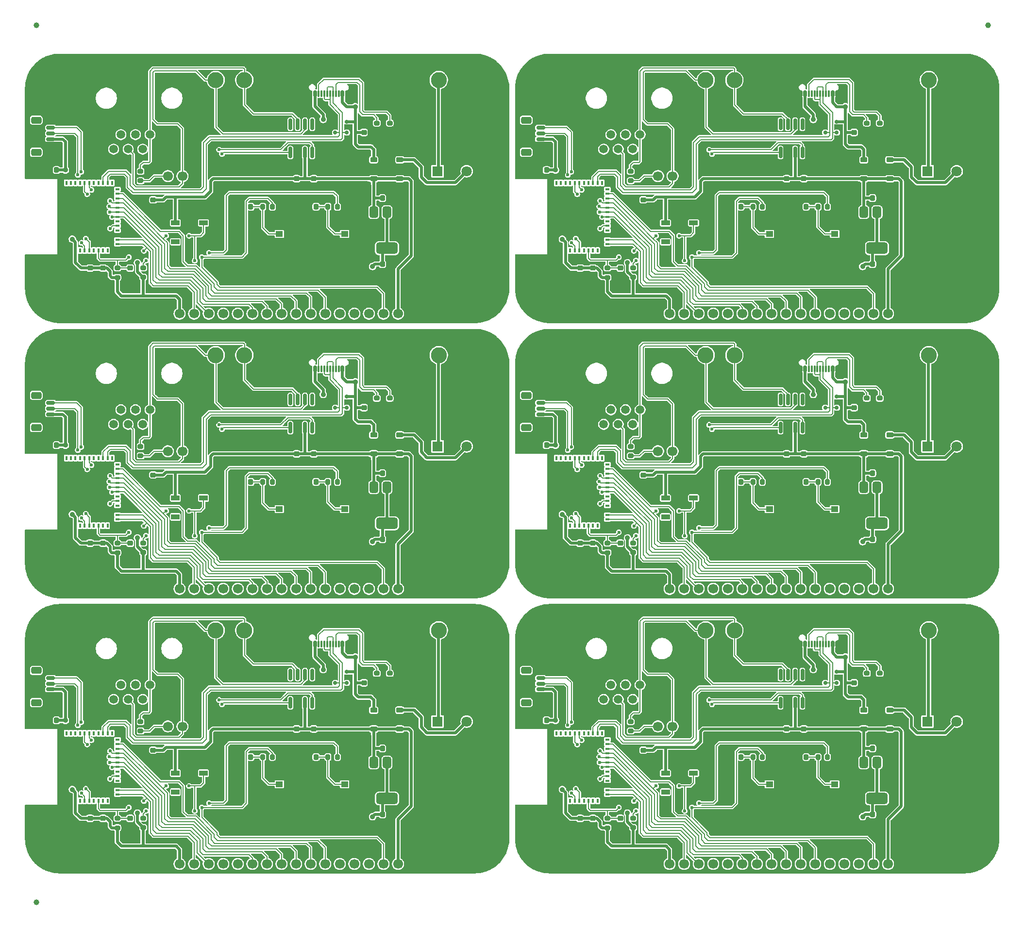
<source format=gbr>
%TF.GenerationSoftware,KiCad,Pcbnew,9.0.4*%
%TF.CreationDate,2025-09-15T20:18:03-04:00*%
%TF.ProjectId,HabitatCAN Dev Board (ESP32) - Panel,48616269-7461-4744-9341-4e2044657620,4*%
%TF.SameCoordinates,Original*%
%TF.FileFunction,Copper,L1,Top*%
%TF.FilePolarity,Positive*%
%FSLAX46Y46*%
G04 Gerber Fmt 4.6, Leading zero omitted, Abs format (unit mm)*
G04 Created by KiCad (PCBNEW 9.0.4) date 2025-09-15 20:18:03*
%MOMM*%
%LPD*%
G01*
G04 APERTURE LIST*
G04 Aperture macros list*
%AMRoundRect*
0 Rectangle with rounded corners*
0 $1 Rounding radius*
0 $2 $3 $4 $5 $6 $7 $8 $9 X,Y pos of 4 corners*
0 Add a 4 corners polygon primitive as box body*
4,1,4,$2,$3,$4,$5,$6,$7,$8,$9,$2,$3,0*
0 Add four circle primitives for the rounded corners*
1,1,$1+$1,$2,$3*
1,1,$1+$1,$4,$5*
1,1,$1+$1,$6,$7*
1,1,$1+$1,$8,$9*
0 Add four rect primitives between the rounded corners*
20,1,$1+$1,$2,$3,$4,$5,0*
20,1,$1+$1,$4,$5,$6,$7,0*
20,1,$1+$1,$6,$7,$8,$9,0*
20,1,$1+$1,$8,$9,$2,$3,0*%
%AMFreePoly0*
4,1,6,0.725000,-0.725000,-0.725000,-0.725000,-0.725000,0.125000,-0.125000,0.725000,0.725000,0.725000,0.725000,-0.725000,0.725000,-0.725000,$1*%
G04 Aperture macros list end*
%TA.AperFunction,SMDPad,CuDef*%
%ADD10RoundRect,0.225000X-0.225000X-0.250000X0.225000X-0.250000X0.225000X0.250000X-0.225000X0.250000X0*%
%TD*%
%TA.AperFunction,SMDPad,CuDef*%
%ADD11R,0.400000X0.800000*%
%TD*%
%TA.AperFunction,SMDPad,CuDef*%
%ADD12R,0.800000X0.400000*%
%TD*%
%TA.AperFunction,SMDPad,CuDef*%
%ADD13FreePoly0,90.000000*%
%TD*%
%TA.AperFunction,SMDPad,CuDef*%
%ADD14R,1.450000X1.450000*%
%TD*%
%TA.AperFunction,SMDPad,CuDef*%
%ADD15R,0.700000X0.700000*%
%TD*%
%TA.AperFunction,SMDPad,CuDef*%
%ADD16RoundRect,0.150000X0.150000X-0.825000X0.150000X0.825000X-0.150000X0.825000X-0.150000X-0.825000X0*%
%TD*%
%TA.AperFunction,ComponentPad*%
%ADD17C,1.700000*%
%TD*%
%TA.AperFunction,SMDPad,CuDef*%
%ADD18RoundRect,0.225000X0.250000X-0.225000X0.250000X0.225000X-0.250000X0.225000X-0.250000X-0.225000X0*%
%TD*%
%TA.AperFunction,SMDPad,CuDef*%
%ADD19RoundRect,0.200000X0.275000X-0.200000X0.275000X0.200000X-0.275000X0.200000X-0.275000X-0.200000X0*%
%TD*%
%TA.AperFunction,SMDPad,CuDef*%
%ADD20RoundRect,0.150000X0.150000X0.425000X-0.150000X0.425000X-0.150000X-0.425000X0.150000X-0.425000X0*%
%TD*%
%TA.AperFunction,SMDPad,CuDef*%
%ADD21RoundRect,0.075000X0.075000X0.500000X-0.075000X0.500000X-0.075000X-0.500000X0.075000X-0.500000X0*%
%TD*%
%TA.AperFunction,HeatsinkPad*%
%ADD22O,1.000000X2.100000*%
%TD*%
%TA.AperFunction,HeatsinkPad*%
%ADD23O,1.000000X1.800000*%
%TD*%
%TA.AperFunction,SMDPad,CuDef*%
%ADD24C,1.000000*%
%TD*%
%TA.AperFunction,SMDPad,CuDef*%
%ADD25RoundRect,0.150000X0.625000X-0.150000X0.625000X0.150000X-0.625000X0.150000X-0.625000X-0.150000X0*%
%TD*%
%TA.AperFunction,SMDPad,CuDef*%
%ADD26RoundRect,0.250000X0.650000X-0.350000X0.650000X0.350000X-0.650000X0.350000X-0.650000X-0.350000X0*%
%TD*%
%TA.AperFunction,SMDPad,CuDef*%
%ADD27RoundRect,0.225000X-0.250000X0.225000X-0.250000X-0.225000X0.250000X-0.225000X0.250000X0.225000X0*%
%TD*%
%TA.AperFunction,ComponentPad*%
%ADD28R,1.800000X1.800000*%
%TD*%
%TA.AperFunction,ComponentPad*%
%ADD29C,1.800000*%
%TD*%
%TA.AperFunction,SMDPad,CuDef*%
%ADD30RoundRect,0.375000X-0.375000X0.625000X-0.375000X-0.625000X0.375000X-0.625000X0.375000X0.625000X0*%
%TD*%
%TA.AperFunction,SMDPad,CuDef*%
%ADD31RoundRect,0.500000X-1.400000X0.500000X-1.400000X-0.500000X1.400000X-0.500000X1.400000X0.500000X0*%
%TD*%
%TA.AperFunction,ComponentPad*%
%ADD32RoundRect,0.250001X1.149999X1.149999X-1.149999X1.149999X-1.149999X-1.149999X1.149999X-1.149999X0*%
%TD*%
%TA.AperFunction,ComponentPad*%
%ADD33C,2.800000*%
%TD*%
%TA.AperFunction,SMDPad,CuDef*%
%ADD34RoundRect,0.200000X-0.200000X-0.275000X0.200000X-0.275000X0.200000X0.275000X-0.200000X0.275000X0*%
%TD*%
%TA.AperFunction,SMDPad,CuDef*%
%ADD35RoundRect,0.225000X0.375000X-0.225000X0.375000X0.225000X-0.375000X0.225000X-0.375000X-0.225000X0*%
%TD*%
%TA.AperFunction,ComponentPad*%
%ADD36R,1.500000X1.500000*%
%TD*%
%TA.AperFunction,ComponentPad*%
%ADD37C,1.500000*%
%TD*%
%TA.AperFunction,SMDPad,CuDef*%
%ADD38R,1.250000X1.000000*%
%TD*%
%TA.AperFunction,SMDPad,CuDef*%
%ADD39RoundRect,0.175000X-0.175000X-0.325000X0.175000X-0.325000X0.175000X0.325000X-0.175000X0.325000X0*%
%TD*%
%TA.AperFunction,SMDPad,CuDef*%
%ADD40RoundRect,0.150000X-0.200000X-0.150000X0.200000X-0.150000X0.200000X0.150000X-0.200000X0.150000X0*%
%TD*%
%TA.AperFunction,ComponentPad*%
%ADD41C,0.800000*%
%TD*%
%TA.AperFunction,ComponentPad*%
%ADD42C,6.400000*%
%TD*%
%TA.AperFunction,SMDPad,CuDef*%
%ADD43RoundRect,0.090000X-0.660000X-0.360000X0.660000X-0.360000X0.660000X0.360000X-0.660000X0.360000X0*%
%TD*%
%TA.AperFunction,ViaPad*%
%ADD44C,0.900000*%
%TD*%
%TA.AperFunction,ViaPad*%
%ADD45C,0.600000*%
%TD*%
%TA.AperFunction,Conductor*%
%ADD46C,0.500000*%
%TD*%
%TA.AperFunction,Conductor*%
%ADD47C,0.200000*%
%TD*%
G04 APERTURE END LIST*
D10*
%TO.P,C8,1*%
%TO.N,Board_5-+5V*%
X202528220Y-148692564D03*
%TO.P,C8,2*%
%TO.N,Board_5-GND*%
X204078220Y-148692564D03*
%TD*%
D11*
%TO.P,U1,1,GND*%
%TO.N,Board_5-GND*%
X147405001Y-157842564D03*
%TO.P,U1,2,GND*%
X148205001Y-157842564D03*
%TO.P,U1,3,3V3*%
%TO.N,Board_5-+3V3*%
X149005001Y-157842564D03*
%TO.P,U1,4,NC*%
%TO.N,Board_5-unconnected-(U1-NC-Pad4)*%
X149805001Y-157842564D03*
%TO.P,U1,5,GPIO2/ADC1_CH2*%
%TO.N,Board_5-GPIO2*%
X150605001Y-157842564D03*
%TO.P,U1,6,GPIO3/ADC1_CH3*%
%TO.N,Board_5-GPIO3*%
X151405001Y-157842564D03*
%TO.P,U1,7,NC*%
%TO.N,Board_5-unconnected-(U1-NC-Pad7)*%
X152205001Y-157842564D03*
%TO.P,U1,8,EN/CHIP_PU*%
%TO.N,Board_5-EN*%
X153005001Y-157842564D03*
%TO.P,U1,9,NC*%
%TO.N,Board_5-unconnected-(U1-NC-Pad9)*%
X153805001Y-157842564D03*
%TO.P,U1,10,NC*%
%TO.N,Board_5-unconnected-(U1-NC-Pad10)*%
X154605001Y-157842564D03*
%TO.P,U1,11,GND*%
%TO.N,Board_5-GND*%
X155405001Y-157842564D03*
D12*
%TO.P,U1,12,GPIO0/ADC1_CH0/XTAL_32K_P*%
%TO.N,Board_5-GPIO0*%
X156305001Y-156742564D03*
%TO.P,U1,13,GPIO1/ADC1_CH1/XTAL_32K_N*%
%TO.N,Board_5-GPIO1*%
X156305001Y-155942564D03*
%TO.P,U1,14,GND*%
%TO.N,Board_5-GND*%
X156305001Y-155142564D03*
%TO.P,U1,15,NC*%
%TO.N,Board_5-unconnected-(U1-NC-Pad15)*%
X156305001Y-154342564D03*
%TO.P,U1,16,GPIO10*%
%TO.N,Board_5-GPIO10*%
X156305001Y-153542564D03*
%TO.P,U1,17,NC*%
%TO.N,Board_5-unconnected-(U1-NC-Pad17)*%
X156305001Y-152742564D03*
%TO.P,U1,18,GPIO4/ADC1_CH4*%
%TO.N,Board_5-GPIO4*%
X156305001Y-151942564D03*
%TO.P,U1,19,GPIO5/ADC2_CH0*%
%TO.N,Board_5-GPIO5*%
X156305001Y-151142564D03*
%TO.P,U1,20,GPIO6*%
%TO.N,Board_5-GPIO6*%
X156305001Y-150342564D03*
%TO.P,U1,21,GPIO7*%
%TO.N,Board_5-GPIO7*%
X156305001Y-149542564D03*
%TO.P,U1,22,GPIO8*%
%TO.N,Board_5-GPIO8*%
X156305001Y-148742564D03*
%TO.P,U1,23,GPIO9*%
%TO.N,Board_5-GPIO9*%
X156305001Y-147942564D03*
%TO.P,U1,24,NC*%
%TO.N,Board_5-unconnected-(U1-NC-Pad24)*%
X156305001Y-147142564D03*
D11*
%TO.P,U1,25,NC*%
%TO.N,Board_5-unconnected-(U1-NC-Pad25)*%
X155405001Y-146042564D03*
%TO.P,U1,26,GPIO18/USB_D-*%
%TO.N,Board_5-/ESP32/USB_D-*%
X154605001Y-146042564D03*
%TO.P,U1,27,GPIO19/USB_D+*%
%TO.N,Board_5-/ESP32/USB_D+*%
X153805001Y-146042564D03*
%TO.P,U1,28,NC*%
%TO.N,Board_5-unconnected-(U1-NC-Pad28)*%
X153005001Y-146042564D03*
%TO.P,U1,29,NC*%
%TO.N,Board_5-unconnected-(U1-NC-Pad29)*%
X152205001Y-146042564D03*
%TO.P,U1,30,GPIO20/U0RXD*%
%TO.N,Board_5-S_RX*%
X151405001Y-146042564D03*
%TO.P,U1,31,GPIO21/U0TXD*%
%TO.N,Board_5-S_TX*%
X150605001Y-146042564D03*
%TO.P,U1,32,NC*%
%TO.N,Board_5-unconnected-(U1-NC-Pad32)*%
X149805001Y-146042564D03*
%TO.P,U1,33,NC*%
%TO.N,Board_5-unconnected-(U1-NC-Pad33)*%
X149005001Y-146042564D03*
%TO.P,U1,34,NC*%
%TO.N,Board_5-unconnected-(U1-NC-Pad34)*%
X148205001Y-146042564D03*
%TO.P,U1,35,NC*%
%TO.N,Board_5-unconnected-(U1-NC-Pad35)*%
X147405001Y-146042564D03*
D12*
%TO.P,U1,36,GND*%
%TO.N,Board_5-GND*%
X146505001Y-147142564D03*
%TO.P,U1,37,GND*%
X146505001Y-147942564D03*
%TO.P,U1,38,GND*%
X146505001Y-148742564D03*
%TO.P,U1,39,GND*%
X146505001Y-149542564D03*
%TO.P,U1,40,GND*%
X146505001Y-150342564D03*
%TO.P,U1,41,GND*%
X146505001Y-151142564D03*
%TO.P,U1,42,GND*%
X146505001Y-151942564D03*
%TO.P,U1,43,GND*%
X146505001Y-152742564D03*
%TO.P,U1,44,GND*%
X146505001Y-153542564D03*
%TO.P,U1,45,GND*%
X146505001Y-154342564D03*
%TO.P,U1,46,GND*%
X146505001Y-155142564D03*
%TO.P,U1,47,GND*%
X146505001Y-155942564D03*
%TO.P,U1,48,GND*%
X146505001Y-156742564D03*
D13*
%TO.P,U1,49,GND*%
X149430001Y-153917564D03*
D14*
X151405001Y-153917564D03*
X153380001Y-153917564D03*
X149430001Y-151942564D03*
X151405001Y-151942564D03*
X153380001Y-151942564D03*
X149430001Y-149967564D03*
X151405001Y-149967564D03*
X153380001Y-149967564D03*
D15*
%TO.P,U1,50,GND*%
X146455001Y-145992564D03*
%TO.P,U1,51,GND*%
X156355001Y-145992564D03*
%TO.P,U1,52,GND*%
X156355001Y-157892564D03*
%TO.P,U1,53,GND*%
X146455001Y-157892564D03*
%TD*%
D16*
%TO.P,U3,1,TXD*%
%TO.N,Board_5-GPIO5*%
X186495001Y-140752564D03*
%TO.P,U3,2,GND*%
%TO.N,Board_5-GND*%
X187765001Y-140752564D03*
%TO.P,U3,3,VCC*%
%TO.N,Board_5-+5V*%
X189035001Y-140752564D03*
%TO.P,U3,4,RXD*%
%TO.N,Board_5-GPIO4*%
X190305001Y-140752564D03*
%TO.P,U3,5,NC*%
%TO.N,Board_5-unconnected-(U3-NC-Pad5)*%
X190305001Y-135802564D03*
%TO.P,U3,6,CANL*%
%TO.N,Board_5-CAN_L*%
X189035001Y-135802564D03*
%TO.P,U3,7,CANH*%
%TO.N,Board_5-CAN_H*%
X187765001Y-135802564D03*
%TO.P,U3,8,S*%
%TO.N,Board_5-/TJA1051/S*%
X186495001Y-135802564D03*
%TD*%
D10*
%TO.P,C2,1*%
%TO.N,Board_3-GND*%
X189427501Y-102192560D03*
%TO.P,C2,2*%
%TO.N,Board_3-Net-(C2-Pad2)*%
X190977501Y-102192560D03*
%TD*%
D17*
%TO.P,J1,1,Pin_1*%
%TO.N,Board_4-GND*%
X79160243Y-168847564D03*
%TO.P,J1,2,Pin_2*%
%TO.N,Board_4-+3V3*%
X81700243Y-168847564D03*
%TO.P,J1,3,Pin_3*%
%TO.N,Board_4-GPIO0*%
X84240243Y-168847564D03*
%TO.P,J1,4,Pin_4*%
%TO.N,Board_4-GPIO1*%
X86780243Y-168847564D03*
%TO.P,J1,5,Pin_5*%
%TO.N,Board_4-GPIO2*%
X89320243Y-168847564D03*
%TO.P,J1,6,Pin_6*%
%TO.N,Board_4-GPIO3*%
X91860243Y-168847564D03*
%TO.P,J1,7,Pin_7*%
%TO.N,Board_4-GPIO4*%
X94400243Y-168847564D03*
%TO.P,J1,8,Pin_8*%
%TO.N,Board_4-GPIO5*%
X96940243Y-168847564D03*
%TO.P,J1,9,Pin_9*%
%TO.N,Board_4-GPIO6*%
X99480243Y-168847564D03*
%TO.P,J1,10,Pin_10*%
%TO.N,Board_4-GPIO7*%
X102020243Y-168847564D03*
%TO.P,J1,11,Pin_11*%
%TO.N,Board_4-GPIO8*%
X104560243Y-168847564D03*
%TO.P,J1,12,Pin_12*%
%TO.N,Board_4-GPIO9*%
X107100243Y-168847564D03*
%TO.P,J1,13,Pin_13*%
%TO.N,Board_4-GPIO10*%
X109640243Y-168847564D03*
%TO.P,J1,14,Pin_14*%
%TO.N,Board_4-S_TX*%
X112180243Y-168847564D03*
%TO.P,J1,15,Pin_15*%
%TO.N,Board_4-S_RX*%
X114720243Y-168847564D03*
%TO.P,J1,16,Pin_16*%
%TO.N,Board_4-EN*%
X117260243Y-168847564D03*
%TO.P,J1,17,Pin_17*%
%TO.N,Board_4-+5V*%
X119800243Y-168847564D03*
%TO.P,J1,18,Pin_18*%
%TO.N,Board_4-GND*%
X122340243Y-168847564D03*
%TD*%
D18*
%TO.P,C4,1*%
%TO.N,Board_0-GND*%
X73100243Y-66442556D03*
%TO.P,C4,2*%
%TO.N,Board_0-EN*%
X73100243Y-64892556D03*
%TD*%
D19*
%TO.P,R6,1*%
%TO.N,Board_3-GND*%
X201555001Y-89252560D03*
%TO.P,R6,2*%
%TO.N,Board_3-Net-(J5-CC1)*%
X201555001Y-87602560D03*
%TD*%
D17*
%TO.P,J1,1,Pin_1*%
%TO.N,Board_5-GND*%
X164615001Y-168847564D03*
%TO.P,J1,2,Pin_2*%
%TO.N,Board_5-+3V3*%
X167155001Y-168847564D03*
%TO.P,J1,3,Pin_3*%
%TO.N,Board_5-GPIO0*%
X169695001Y-168847564D03*
%TO.P,J1,4,Pin_4*%
%TO.N,Board_5-GPIO1*%
X172235001Y-168847564D03*
%TO.P,J1,5,Pin_5*%
%TO.N,Board_5-GPIO2*%
X174775001Y-168847564D03*
%TO.P,J1,6,Pin_6*%
%TO.N,Board_5-GPIO3*%
X177315001Y-168847564D03*
%TO.P,J1,7,Pin_7*%
%TO.N,Board_5-GPIO4*%
X179855001Y-168847564D03*
%TO.P,J1,8,Pin_8*%
%TO.N,Board_5-GPIO5*%
X182395001Y-168847564D03*
%TO.P,J1,9,Pin_9*%
%TO.N,Board_5-GPIO6*%
X184935001Y-168847564D03*
%TO.P,J1,10,Pin_10*%
%TO.N,Board_5-GPIO7*%
X187475001Y-168847564D03*
%TO.P,J1,11,Pin_11*%
%TO.N,Board_5-GPIO8*%
X190015001Y-168847564D03*
%TO.P,J1,12,Pin_12*%
%TO.N,Board_5-GPIO9*%
X192555001Y-168847564D03*
%TO.P,J1,13,Pin_13*%
%TO.N,Board_5-GPIO10*%
X195095001Y-168847564D03*
%TO.P,J1,14,Pin_14*%
%TO.N,Board_5-S_TX*%
X197635001Y-168847564D03*
%TO.P,J1,15,Pin_15*%
%TO.N,Board_5-S_RX*%
X200175001Y-168847564D03*
%TO.P,J1,16,Pin_16*%
%TO.N,Board_5-EN*%
X202715001Y-168847564D03*
%TO.P,J1,17,Pin_17*%
%TO.N,Board_5-+5V*%
X205255001Y-168847564D03*
%TO.P,J1,18,Pin_18*%
%TO.N,Board_5-GND*%
X207795001Y-168847564D03*
%TD*%
D19*
%TO.P,R7,1*%
%TO.N,Board_5-GND*%
X203805001Y-137252564D03*
%TO.P,R7,2*%
%TO.N,Board_5-Net-(J5-CC2)*%
X203805001Y-135602564D03*
%TD*%
%TO.P,R5,1*%
%TO.N,Board_2-+3V3*%
X75350243Y-114502560D03*
%TO.P,R5,2*%
%TO.N,Board_2-GPIO8*%
X75350243Y-112852560D03*
%TD*%
D10*
%TO.P,C8,1*%
%TO.N,Board_4-+5V*%
X117073462Y-148692564D03*
%TO.P,C8,2*%
%TO.N,Board_4-GND*%
X118623462Y-148692564D03*
%TD*%
D18*
%TO.P,C10,1*%
%TO.N,Board_3-+5V*%
X187555001Y-97302560D03*
%TO.P,C10,2*%
%TO.N,Board_3-GND*%
X187555001Y-95752560D03*
%TD*%
D20*
%TO.P,J5,A1,GND*%
%TO.N,Board_3-GND*%
X196373221Y-82460662D03*
%TO.P,J5,A4,VBUS*%
%TO.N,Board_3-/USB C Connector/USB_PWR*%
X195573221Y-82460662D03*
D21*
%TO.P,J5,A5,CC1*%
%TO.N,Board_3-Net-(J5-CC1)*%
X194423221Y-82460662D03*
%TO.P,J5,A6,D+*%
%TO.N,Board_3-/ESP32/USB_D+*%
X193423221Y-82460662D03*
%TO.P,J5,A7,D-*%
%TO.N,Board_3-/ESP32/USB_D-*%
X192923221Y-82460662D03*
%TO.P,J5,A8,SBU1*%
%TO.N,Board_3-unconnected-(J5-SBU1-PadA8)*%
X191923221Y-82460662D03*
D20*
%TO.P,J5,A9,VBUS*%
%TO.N,Board_3-/USB C Connector/USB_PWR*%
X190773221Y-82460662D03*
%TO.P,J5,A12,GND*%
%TO.N,Board_3-GND*%
X189973221Y-82460662D03*
%TO.P,J5,B1,GND*%
X189973221Y-82460662D03*
%TO.P,J5,B4,VBUS*%
%TO.N,Board_3-/USB C Connector/USB_PWR*%
X190773221Y-82460662D03*
D21*
%TO.P,J5,B5,CC2*%
%TO.N,Board_3-Net-(J5-CC2)*%
X191423221Y-82460662D03*
%TO.P,J5,B6,D+*%
%TO.N,Board_3-/ESP32/USB_D+*%
X192423221Y-82460662D03*
%TO.P,J5,B7,D-*%
%TO.N,Board_3-/ESP32/USB_D-*%
X193923221Y-82460662D03*
%TO.P,J5,B8,SBU2*%
%TO.N,Board_3-unconnected-(J5-SBU2-PadB8)*%
X194923221Y-82460662D03*
D20*
%TO.P,J5,B9,VBUS*%
%TO.N,Board_3-/USB C Connector/USB_PWR*%
X195573221Y-82460662D03*
%TO.P,J5,B12,GND*%
%TO.N,Board_3-GND*%
X196373221Y-82460662D03*
D22*
%TO.P,J5,S1,SHIELD*%
X197493221Y-81885662D03*
D23*
X197493221Y-77705662D03*
D22*
X188853221Y-81885662D03*
D23*
X188853221Y-77705662D03*
%TD*%
D10*
%TO.P,C8,1*%
%TO.N,Board_0-+5V*%
X117073462Y-52692556D03*
%TO.P,C8,2*%
%TO.N,Board_0-GND*%
X118623462Y-52692556D03*
%TD*%
D24*
%TO.P,KiKit_FID_T_1,*%
%TO.N,*%
X56745243Y-22500000D03*
%TD*%
D25*
%TO.P,J6,1,Pin_1*%
%TO.N,Board_1-GND*%
X144680001Y-43402556D03*
%TO.P,J6,2,Pin_2*%
%TO.N,Board_1-+3V3*%
X144680001Y-42402556D03*
%TO.P,J6,3,Pin_3*%
%TO.N,Board_1-GPIO6*%
X144680001Y-41402556D03*
%TO.P,J6,4,Pin_4*%
%TO.N,Board_1-GPIO7*%
X144680001Y-40402556D03*
D26*
%TO.P,J6,MP*%
%TO.N,N/C*%
X142155001Y-44702556D03*
X142155001Y-39102556D03*
%TD*%
D27*
%TO.P,C3,1*%
%TO.N,Board_4-+5V*%
X77100243Y-149002564D03*
%TO.P,C3,2*%
%TO.N,Board_4-GND*%
X77100243Y-150552564D03*
%TD*%
D28*
%TO.P,U4,1,IN*%
%TO.N,Board_5-+24V*%
X212147248Y-144002564D03*
D29*
%TO.P,U4,2,GND*%
%TO.N,Board_5-GND*%
X214687248Y-144002564D03*
%TO.P,U4,3,OUT*%
%TO.N,Board_5-Net-(D3-A)*%
X217227248Y-144002564D03*
%TD*%
D30*
%TO.P,U2,1,GND*%
%TO.N,Board_4-GND*%
X120173462Y-151142564D03*
%TO.P,U2,2,VO*%
%TO.N,Board_4-+3V3*%
X117873462Y-151142564D03*
D31*
X117873462Y-157442564D03*
D30*
%TO.P,U2,3,VI*%
%TO.N,Board_4-+5V*%
X115573462Y-151142564D03*
%TD*%
D19*
%TO.P,R4,1*%
%TO.N,Board_5-+3V3*%
X156305001Y-162542564D03*
%TO.P,R4,2*%
%TO.N,Board_5-EN*%
X156305001Y-160892564D03*
%TD*%
D18*
%TO.P,C7,1*%
%TO.N,Board_5-/USB C Connector/USB_PWR*%
X199304988Y-137252564D03*
%TO.P,C7,2*%
%TO.N,Board_5-GND*%
X199304988Y-135702564D03*
%TD*%
D16*
%TO.P,U3,1,TXD*%
%TO.N,Board_3-GPIO5*%
X186495001Y-92752560D03*
%TO.P,U3,2,GND*%
%TO.N,Board_3-GND*%
X187765001Y-92752560D03*
%TO.P,U3,3,VCC*%
%TO.N,Board_3-+5V*%
X189035001Y-92752560D03*
%TO.P,U3,4,RXD*%
%TO.N,Board_3-GPIO4*%
X190305001Y-92752560D03*
%TO.P,U3,5,NC*%
%TO.N,Board_3-unconnected-(U3-NC-Pad5)*%
X190305001Y-87802560D03*
%TO.P,U3,6,CANL*%
%TO.N,Board_3-CAN_L*%
X189035001Y-87802560D03*
%TO.P,U3,7,CANH*%
%TO.N,Board_3-CAN_H*%
X187765001Y-87802560D03*
%TO.P,U3,8,S*%
%TO.N,Board_3-/TJA1051/S*%
X186495001Y-87802560D03*
%TD*%
D25*
%TO.P,J6,1,Pin_1*%
%TO.N,Board_3-GND*%
X144680001Y-91402560D03*
%TO.P,J6,2,Pin_2*%
%TO.N,Board_3-+3V3*%
X144680001Y-90402560D03*
%TO.P,J6,3,Pin_3*%
%TO.N,Board_3-GPIO6*%
X144680001Y-89402560D03*
%TO.P,J6,4,Pin_4*%
%TO.N,Board_3-GPIO7*%
X144680001Y-88402560D03*
D26*
%TO.P,J6,MP*%
%TO.N,N/C*%
X142155001Y-92702560D03*
X142155001Y-87102560D03*
%TD*%
D17*
%TO.P,J1,1,Pin_1*%
%TO.N,Board_0-GND*%
X79160243Y-72847556D03*
%TO.P,J1,2,Pin_2*%
%TO.N,Board_0-+3V3*%
X81700243Y-72847556D03*
%TO.P,J1,3,Pin_3*%
%TO.N,Board_0-GPIO0*%
X84240243Y-72847556D03*
%TO.P,J1,4,Pin_4*%
%TO.N,Board_0-GPIO1*%
X86780243Y-72847556D03*
%TO.P,J1,5,Pin_5*%
%TO.N,Board_0-GPIO2*%
X89320243Y-72847556D03*
%TO.P,J1,6,Pin_6*%
%TO.N,Board_0-GPIO3*%
X91860243Y-72847556D03*
%TO.P,J1,7,Pin_7*%
%TO.N,Board_0-GPIO4*%
X94400243Y-72847556D03*
%TO.P,J1,8,Pin_8*%
%TO.N,Board_0-GPIO5*%
X96940243Y-72847556D03*
%TO.P,J1,9,Pin_9*%
%TO.N,Board_0-GPIO6*%
X99480243Y-72847556D03*
%TO.P,J1,10,Pin_10*%
%TO.N,Board_0-GPIO7*%
X102020243Y-72847556D03*
%TO.P,J1,11,Pin_11*%
%TO.N,Board_0-GPIO8*%
X104560243Y-72847556D03*
%TO.P,J1,12,Pin_12*%
%TO.N,Board_0-GPIO9*%
X107100243Y-72847556D03*
%TO.P,J1,13,Pin_13*%
%TO.N,Board_0-GPIO10*%
X109640243Y-72847556D03*
%TO.P,J1,14,Pin_14*%
%TO.N,Board_0-S_TX*%
X112180243Y-72847556D03*
%TO.P,J1,15,Pin_15*%
%TO.N,Board_0-S_RX*%
X114720243Y-72847556D03*
%TO.P,J1,16,Pin_16*%
%TO.N,Board_0-EN*%
X117260243Y-72847556D03*
%TO.P,J1,17,Pin_17*%
%TO.N,Board_0-+5V*%
X119800243Y-72847556D03*
%TO.P,J1,18,Pin_18*%
%TO.N,Board_0-GND*%
X122340243Y-72847556D03*
%TD*%
D30*
%TO.P,U2,1,GND*%
%TO.N,Board_5-GND*%
X205628220Y-151142564D03*
%TO.P,U2,2,VO*%
%TO.N,Board_5-+3V3*%
X203328220Y-151142564D03*
D31*
X203328220Y-157442564D03*
D30*
%TO.P,U2,3,VI*%
%TO.N,Board_5-+5V*%
X201028220Y-151142564D03*
%TD*%
D32*
%TO.P,J4,1,Pin_1*%
%TO.N,Board_0-GND*%
X131900243Y-32102556D03*
D33*
%TO.P,J4,2,Pin_2*%
%TO.N,Board_0-+24V*%
X126900243Y-32102556D03*
%TD*%
D34*
%TO.P,R1,1*%
%TO.N,Board_5-Net-(C1-Pad2)*%
X181675001Y-150192564D03*
%TO.P,R1,2*%
%TO.N,Board_5-EN*%
X183325001Y-150192564D03*
%TD*%
D32*
%TO.P,J2,1,Pin_1*%
%TO.N,Board_1-GND*%
X183455001Y-32102556D03*
D33*
%TO.P,J2,2,Pin_2*%
%TO.N,Board_1-CAN_H*%
X178455001Y-32102556D03*
%TO.P,J2,3,Pin_3*%
%TO.N,Board_1-CAN_L*%
X173455001Y-32102556D03*
%TD*%
D35*
%TO.P,D3,1,K*%
%TO.N,Board_3-+5V*%
X205555001Y-97314706D03*
%TO.P,D3,2,A*%
%TO.N,Board_3-Net-(D3-A)*%
X205555001Y-94014706D03*
%TD*%
%TO.P,D2,1,K*%
%TO.N,Board_4-+5V*%
X115561471Y-145314710D03*
%TO.P,D2,2,A*%
%TO.N,Board_4-/USB C Connector/USB_PWR*%
X115561471Y-142014710D03*
%TD*%
D36*
%TO.P,J3,1*%
%TO.N,Board_1-GND*%
X164547945Y-41620968D03*
D37*
%TO.P,J3,2*%
X163277945Y-44160968D03*
%TO.P,J3,3*%
%TO.N,Board_1-CAN_H*%
X162007945Y-41620968D03*
%TO.P,J3,4*%
%TO.N,Board_1-+24V*%
X160737945Y-44160968D03*
%TO.P,J3,5*%
X159467945Y-41620968D03*
%TO.P,J3,6*%
%TO.N,Board_1-CAN_L*%
X158197945Y-44160968D03*
%TO.P,J3,7*%
%TO.N,Board_1-unconnected-(J3-Pad7)*%
X156927945Y-41620968D03*
%TO.P,J3,8*%
%TO.N,Board_1-unconnected-(J3-Pad8)*%
X155657945Y-44160968D03*
%TD*%
D27*
%TO.P,C5,1*%
%TO.N,Board_4-+3V3*%
X66100243Y-160892564D03*
%TO.P,C5,2*%
%TO.N,Board_4-GND*%
X66100243Y-162442564D03*
%TD*%
D34*
%TO.P,R1,1*%
%TO.N,Board_3-Net-(C1-Pad2)*%
X181675001Y-102192560D03*
%TO.P,R1,2*%
%TO.N,Board_3-EN*%
X183325001Y-102192560D03*
%TD*%
D19*
%TO.P,R2,1*%
%TO.N,Board_4-Net-(JP1-B)*%
X74903187Y-145672564D03*
%TO.P,R2,2*%
%TO.N,Board_4-CAN_H*%
X74903187Y-144022564D03*
%TD*%
D32*
%TO.P,J4,1,Pin_1*%
%TO.N,Board_1-GND*%
X217355001Y-32102556D03*
D33*
%TO.P,J4,2,Pin_2*%
%TO.N,Board_1-+24V*%
X212355001Y-32102556D03*
%TD*%
D38*
%TO.P,SW1,1,1*%
%TO.N,Board_5-GND*%
X176802501Y-154942564D03*
%TO.P,SW1,2,2*%
%TO.N,Board_5-Net-(C1-Pad2)*%
X184552501Y-154942564D03*
%TD*%
D16*
%TO.P,U3,1,TXD*%
%TO.N,Board_2-GPIO5*%
X101040243Y-92752560D03*
%TO.P,U3,2,GND*%
%TO.N,Board_2-GND*%
X102310243Y-92752560D03*
%TO.P,U3,3,VCC*%
%TO.N,Board_2-+5V*%
X103580243Y-92752560D03*
%TO.P,U3,4,RXD*%
%TO.N,Board_2-GPIO4*%
X104850243Y-92752560D03*
%TO.P,U3,5,NC*%
%TO.N,Board_2-unconnected-(U3-NC-Pad5)*%
X104850243Y-87802560D03*
%TO.P,U3,6,CANL*%
%TO.N,Board_2-CAN_L*%
X103580243Y-87802560D03*
%TO.P,U3,7,CANH*%
%TO.N,Board_2-CAN_H*%
X102310243Y-87802560D03*
%TO.P,U3,8,S*%
%TO.N,Board_2-/TJA1051/S*%
X101040243Y-87802560D03*
%TD*%
D39*
%TO.P,D1,1,VN*%
%TO.N,Board_1-GND*%
X194304988Y-39552556D03*
D40*
%TO.P,D1,2,L1*%
%TO.N,Board_1-/ESP32/USB_D+*%
X194304988Y-41252556D03*
%TO.P,D1,3,L2*%
%TO.N,Board_1-/ESP32/USB_D-*%
X196304988Y-41252556D03*
%TO.P,D1,4,L3*%
%TO.N,Board_1-/USB C Connector/USB_PWR*%
X196304988Y-39352556D03*
%TD*%
D10*
%TO.P,C12,1*%
%TO.N,Board_5-GND*%
X144155001Y-143802564D03*
%TO.P,C12,2*%
%TO.N,Board_5-+3V3*%
X145705001Y-143802564D03*
%TD*%
D11*
%TO.P,U1,1,GND*%
%TO.N,Board_2-GND*%
X61950243Y-109842560D03*
%TO.P,U1,2,GND*%
X62750243Y-109842560D03*
%TO.P,U1,3,3V3*%
%TO.N,Board_2-+3V3*%
X63550243Y-109842560D03*
%TO.P,U1,4,NC*%
%TO.N,Board_2-unconnected-(U1-NC-Pad4)*%
X64350243Y-109842560D03*
%TO.P,U1,5,GPIO2/ADC1_CH2*%
%TO.N,Board_2-GPIO2*%
X65150243Y-109842560D03*
%TO.P,U1,6,GPIO3/ADC1_CH3*%
%TO.N,Board_2-GPIO3*%
X65950243Y-109842560D03*
%TO.P,U1,7,NC*%
%TO.N,Board_2-unconnected-(U1-NC-Pad7)*%
X66750243Y-109842560D03*
%TO.P,U1,8,EN/CHIP_PU*%
%TO.N,Board_2-EN*%
X67550243Y-109842560D03*
%TO.P,U1,9,NC*%
%TO.N,Board_2-unconnected-(U1-NC-Pad9)*%
X68350243Y-109842560D03*
%TO.P,U1,10,NC*%
%TO.N,Board_2-unconnected-(U1-NC-Pad10)*%
X69150243Y-109842560D03*
%TO.P,U1,11,GND*%
%TO.N,Board_2-GND*%
X69950243Y-109842560D03*
D12*
%TO.P,U1,12,GPIO0/ADC1_CH0/XTAL_32K_P*%
%TO.N,Board_2-GPIO0*%
X70850243Y-108742560D03*
%TO.P,U1,13,GPIO1/ADC1_CH1/XTAL_32K_N*%
%TO.N,Board_2-GPIO1*%
X70850243Y-107942560D03*
%TO.P,U1,14,GND*%
%TO.N,Board_2-GND*%
X70850243Y-107142560D03*
%TO.P,U1,15,NC*%
%TO.N,Board_2-unconnected-(U1-NC-Pad15)*%
X70850243Y-106342560D03*
%TO.P,U1,16,GPIO10*%
%TO.N,Board_2-GPIO10*%
X70850243Y-105542560D03*
%TO.P,U1,17,NC*%
%TO.N,Board_2-unconnected-(U1-NC-Pad17)*%
X70850243Y-104742560D03*
%TO.P,U1,18,GPIO4/ADC1_CH4*%
%TO.N,Board_2-GPIO4*%
X70850243Y-103942560D03*
%TO.P,U1,19,GPIO5/ADC2_CH0*%
%TO.N,Board_2-GPIO5*%
X70850243Y-103142560D03*
%TO.P,U1,20,GPIO6*%
%TO.N,Board_2-GPIO6*%
X70850243Y-102342560D03*
%TO.P,U1,21,GPIO7*%
%TO.N,Board_2-GPIO7*%
X70850243Y-101542560D03*
%TO.P,U1,22,GPIO8*%
%TO.N,Board_2-GPIO8*%
X70850243Y-100742560D03*
%TO.P,U1,23,GPIO9*%
%TO.N,Board_2-GPIO9*%
X70850243Y-99942560D03*
%TO.P,U1,24,NC*%
%TO.N,Board_2-unconnected-(U1-NC-Pad24)*%
X70850243Y-99142560D03*
D11*
%TO.P,U1,25,NC*%
%TO.N,Board_2-unconnected-(U1-NC-Pad25)*%
X69950243Y-98042560D03*
%TO.P,U1,26,GPIO18/USB_D-*%
%TO.N,Board_2-/ESP32/USB_D-*%
X69150243Y-98042560D03*
%TO.P,U1,27,GPIO19/USB_D+*%
%TO.N,Board_2-/ESP32/USB_D+*%
X68350243Y-98042560D03*
%TO.P,U1,28,NC*%
%TO.N,Board_2-unconnected-(U1-NC-Pad28)*%
X67550243Y-98042560D03*
%TO.P,U1,29,NC*%
%TO.N,Board_2-unconnected-(U1-NC-Pad29)*%
X66750243Y-98042560D03*
%TO.P,U1,30,GPIO20/U0RXD*%
%TO.N,Board_2-S_RX*%
X65950243Y-98042560D03*
%TO.P,U1,31,GPIO21/U0TXD*%
%TO.N,Board_2-S_TX*%
X65150243Y-98042560D03*
%TO.P,U1,32,NC*%
%TO.N,Board_2-unconnected-(U1-NC-Pad32)*%
X64350243Y-98042560D03*
%TO.P,U1,33,NC*%
%TO.N,Board_2-unconnected-(U1-NC-Pad33)*%
X63550243Y-98042560D03*
%TO.P,U1,34,NC*%
%TO.N,Board_2-unconnected-(U1-NC-Pad34)*%
X62750243Y-98042560D03*
%TO.P,U1,35,NC*%
%TO.N,Board_2-unconnected-(U1-NC-Pad35)*%
X61950243Y-98042560D03*
D12*
%TO.P,U1,36,GND*%
%TO.N,Board_2-GND*%
X61050243Y-99142560D03*
%TO.P,U1,37,GND*%
X61050243Y-99942560D03*
%TO.P,U1,38,GND*%
X61050243Y-100742560D03*
%TO.P,U1,39,GND*%
X61050243Y-101542560D03*
%TO.P,U1,40,GND*%
X61050243Y-102342560D03*
%TO.P,U1,41,GND*%
X61050243Y-103142560D03*
%TO.P,U1,42,GND*%
X61050243Y-103942560D03*
%TO.P,U1,43,GND*%
X61050243Y-104742560D03*
%TO.P,U1,44,GND*%
X61050243Y-105542560D03*
%TO.P,U1,45,GND*%
X61050243Y-106342560D03*
%TO.P,U1,46,GND*%
X61050243Y-107142560D03*
%TO.P,U1,47,GND*%
X61050243Y-107942560D03*
%TO.P,U1,48,GND*%
X61050243Y-108742560D03*
D13*
%TO.P,U1,49,GND*%
X63975243Y-105917560D03*
D14*
X65950243Y-105917560D03*
X67925243Y-105917560D03*
X63975243Y-103942560D03*
X65950243Y-103942560D03*
X67925243Y-103942560D03*
X63975243Y-101967560D03*
X65950243Y-101967560D03*
X67925243Y-101967560D03*
D15*
%TO.P,U1,50,GND*%
X61000243Y-97992560D03*
%TO.P,U1,51,GND*%
X70900243Y-97992560D03*
%TO.P,U1,52,GND*%
X70900243Y-109892560D03*
%TO.P,U1,53,GND*%
X61000243Y-109892560D03*
%TD*%
D16*
%TO.P,U3,1,TXD*%
%TO.N,Board_4-GPIO5*%
X101040243Y-140752564D03*
%TO.P,U3,2,GND*%
%TO.N,Board_4-GND*%
X102310243Y-140752564D03*
%TO.P,U3,3,VCC*%
%TO.N,Board_4-+5V*%
X103580243Y-140752564D03*
%TO.P,U3,4,RXD*%
%TO.N,Board_4-GPIO4*%
X104850243Y-140752564D03*
%TO.P,U3,5,NC*%
%TO.N,Board_4-unconnected-(U3-NC-Pad5)*%
X104850243Y-135802564D03*
%TO.P,U3,6,CANL*%
%TO.N,Board_4-CAN_L*%
X103580243Y-135802564D03*
%TO.P,U3,7,CANH*%
%TO.N,Board_4-CAN_H*%
X102310243Y-135802564D03*
%TO.P,U3,8,S*%
%TO.N,Board_4-/TJA1051/S*%
X101040243Y-135802564D03*
%TD*%
D10*
%TO.P,C9,1*%
%TO.N,Board_1-+3V3*%
X202528220Y-64192556D03*
%TO.P,C9,2*%
%TO.N,Board_1-GND*%
X204078220Y-64192556D03*
%TD*%
D35*
%TO.P,D2,1,K*%
%TO.N,Board_3-+5V*%
X201016229Y-97314706D03*
%TO.P,D2,2,A*%
%TO.N,Board_3-/USB C Connector/USB_PWR*%
X201016229Y-94014706D03*
%TD*%
D41*
%TO.P,H2,1,1*%
%TO.N,Board_0-GND*%
X58345243Y-68500500D03*
X59048187Y-66803444D03*
X59048187Y-70197556D03*
X60745243Y-66100500D03*
D42*
X60745243Y-68500500D03*
D41*
X60745243Y-70900500D03*
X62442299Y-66803444D03*
X62442299Y-70197556D03*
X63145243Y-68500500D03*
%TD*%
D19*
%TO.P,R6,1*%
%TO.N,Board_5-GND*%
X201555001Y-137252564D03*
%TO.P,R6,2*%
%TO.N,Board_5-Net-(J5-CC1)*%
X201555001Y-135602564D03*
%TD*%
D43*
%TO.P,LED1,1,VDD*%
%TO.N,Board_2-+5V*%
X80977743Y-105018810D03*
%TO.P,LED1,2,DOUT*%
%TO.N,Board_2-unconnected-(LED1-DOUT-Pad2)*%
X80977743Y-108318810D03*
%TO.P,LED1,3,VSS*%
%TO.N,Board_2-GND*%
X85877743Y-108318810D03*
%TO.P,LED1,4,DIN*%
%TO.N,Board_2-GPIO8*%
X85877743Y-105018810D03*
%TD*%
D18*
%TO.P,C7,1*%
%TO.N,Board_2-/USB C Connector/USB_PWR*%
X113850230Y-89252560D03*
%TO.P,C7,2*%
%TO.N,Board_2-GND*%
X113850230Y-87702560D03*
%TD*%
%TO.P,C10,1*%
%TO.N,Board_4-+5V*%
X102100243Y-145302564D03*
%TO.P,C10,2*%
%TO.N,Board_4-GND*%
X102100243Y-143752564D03*
%TD*%
D34*
%TO.P,R1,1*%
%TO.N,Board_4-Net-(C1-Pad2)*%
X96220243Y-150192564D03*
%TO.P,R1,2*%
%TO.N,Board_4-EN*%
X97870243Y-150192564D03*
%TD*%
D27*
%TO.P,C6,1*%
%TO.N,Board_0-+3V3*%
X68350243Y-64892556D03*
%TO.P,C6,2*%
%TO.N,Board_0-GND*%
X68350243Y-66442556D03*
%TD*%
D10*
%TO.P,C2,1*%
%TO.N,Board_4-GND*%
X103972743Y-150192564D03*
%TO.P,C2,2*%
%TO.N,Board_4-Net-(C2-Pad2)*%
X105522743Y-150192564D03*
%TD*%
D35*
%TO.P,D3,1,K*%
%TO.N,Board_5-+5V*%
X205555001Y-145314710D03*
%TO.P,D3,2,A*%
%TO.N,Board_5-Net-(D3-A)*%
X205555001Y-142014710D03*
%TD*%
D10*
%TO.P,C9,1*%
%TO.N,Board_3-+3V3*%
X202528220Y-112192560D03*
%TO.P,C9,2*%
%TO.N,Board_3-GND*%
X204078220Y-112192560D03*
%TD*%
D35*
%TO.P,D3,1,K*%
%TO.N,Board_2-+5V*%
X120100243Y-97314706D03*
%TO.P,D3,2,A*%
%TO.N,Board_2-Net-(D3-A)*%
X120100243Y-94014706D03*
%TD*%
D34*
%TO.P,R3,1*%
%TO.N,Board_2-Net-(C2-Pad2)*%
X107572743Y-102192560D03*
%TO.P,R3,2*%
%TO.N,Board_2-GPIO0*%
X109222743Y-102192560D03*
%TD*%
D32*
%TO.P,J2,1,Pin_1*%
%TO.N,Board_5-GND*%
X183455001Y-128102564D03*
D33*
%TO.P,J2,2,Pin_2*%
%TO.N,Board_5-CAN_H*%
X178455001Y-128102564D03*
%TO.P,J2,3,Pin_3*%
%TO.N,Board_5-CAN_L*%
X173455001Y-128102564D03*
%TD*%
D18*
%TO.P,C11,1*%
%TO.N,Board_1-+5V*%
X190555001Y-49302556D03*
%TO.P,C11,2*%
%TO.N,Board_1-GND*%
X190555001Y-47752556D03*
%TD*%
D28*
%TO.P,U4,1,IN*%
%TO.N,Board_3-+24V*%
X212147248Y-96002560D03*
D29*
%TO.P,U4,2,GND*%
%TO.N,Board_3-GND*%
X214687248Y-96002560D03*
%TO.P,U4,3,OUT*%
%TO.N,Board_3-Net-(D3-A)*%
X217227248Y-96002560D03*
%TD*%
D38*
%TO.P,SW1,1,1*%
%TO.N,Board_1-GND*%
X176802501Y-58942556D03*
%TO.P,SW1,2,2*%
%TO.N,Board_1-Net-(C1-Pad2)*%
X184552501Y-58942556D03*
%TD*%
D28*
%TO.P,U4,1,IN*%
%TO.N,Board_4-+24V*%
X126692490Y-144002564D03*
D29*
%TO.P,U4,2,GND*%
%TO.N,Board_4-GND*%
X129232490Y-144002564D03*
%TO.P,U4,3,OUT*%
%TO.N,Board_4-Net-(D3-A)*%
X131772490Y-144002564D03*
%TD*%
D24*
%TO.P,KiKit_FID_T_3,*%
%TO.N,*%
X56745243Y-175501511D03*
%TD*%
D30*
%TO.P,U2,1,GND*%
%TO.N,Board_2-GND*%
X120173462Y-103142560D03*
%TO.P,U2,2,VO*%
%TO.N,Board_2-+3V3*%
X117873462Y-103142560D03*
D31*
X117873462Y-109442560D03*
D30*
%TO.P,U2,3,VI*%
%TO.N,Board_2-+5V*%
X115573462Y-103142560D03*
%TD*%
D10*
%TO.P,C9,1*%
%TO.N,Board_0-+3V3*%
X117073462Y-64192556D03*
%TO.P,C9,2*%
%TO.N,Board_0-GND*%
X118623462Y-64192556D03*
%TD*%
%TO.P,C8,1*%
%TO.N,Board_3-+5V*%
X202528220Y-100692560D03*
%TO.P,C8,2*%
%TO.N,Board_3-GND*%
X204078220Y-100692560D03*
%TD*%
D27*
%TO.P,C6,1*%
%TO.N,Board_2-+3V3*%
X68350243Y-112892560D03*
%TO.P,C6,2*%
%TO.N,Board_2-GND*%
X68350243Y-114442560D03*
%TD*%
%TO.P,C3,1*%
%TO.N,Board_0-+5V*%
X77100243Y-53002556D03*
%TO.P,C3,2*%
%TO.N,Board_0-GND*%
X77100243Y-54552556D03*
%TD*%
D19*
%TO.P,R5,1*%
%TO.N,Board_5-+3V3*%
X160805001Y-162502564D03*
%TO.P,R5,2*%
%TO.N,Board_5-GPIO8*%
X160805001Y-160852564D03*
%TD*%
D34*
%TO.P,R3,1*%
%TO.N,Board_4-Net-(C2-Pad2)*%
X107572743Y-150192564D03*
%TO.P,R3,2*%
%TO.N,Board_4-GPIO0*%
X109222743Y-150192564D03*
%TD*%
D10*
%TO.P,C2,1*%
%TO.N,Board_5-GND*%
X189427501Y-150192564D03*
%TO.P,C2,2*%
%TO.N,Board_5-Net-(C2-Pad2)*%
X190977501Y-150192564D03*
%TD*%
D43*
%TO.P,LED1,1,VDD*%
%TO.N,Board_3-+5V*%
X166432501Y-105018810D03*
%TO.P,LED1,2,DOUT*%
%TO.N,Board_3-unconnected-(LED1-DOUT-Pad2)*%
X166432501Y-108318810D03*
%TO.P,LED1,3,VSS*%
%TO.N,Board_3-GND*%
X171332501Y-108318810D03*
%TO.P,LED1,4,DIN*%
%TO.N,Board_3-GPIO8*%
X171332501Y-105018810D03*
%TD*%
D39*
%TO.P,D1,1,VN*%
%TO.N,Board_2-GND*%
X108850230Y-87552560D03*
D40*
%TO.P,D1,2,L1*%
%TO.N,Board_2-/ESP32/USB_D+*%
X108850230Y-89252560D03*
%TO.P,D1,3,L2*%
%TO.N,Board_2-/ESP32/USB_D-*%
X110850230Y-89252560D03*
%TO.P,D1,4,L3*%
%TO.N,Board_2-/USB C Connector/USB_PWR*%
X110850230Y-87352560D03*
%TD*%
D17*
%TO.P,JP1,1,A*%
%TO.N,Board_0-CAN_L*%
X82210687Y-48847556D03*
%TO.P,JP1,2,B*%
%TO.N,Board_0-Net-(JP1-B)*%
X79670687Y-48847556D03*
%TD*%
D27*
%TO.P,C5,1*%
%TO.N,Board_0-+3V3*%
X66100243Y-64892556D03*
%TO.P,C5,2*%
%TO.N,Board_0-GND*%
X66100243Y-66442556D03*
%TD*%
D19*
%TO.P,R2,1*%
%TO.N,Board_2-Net-(JP1-B)*%
X74903187Y-97672560D03*
%TO.P,R2,2*%
%TO.N,Board_2-CAN_H*%
X74903187Y-96022560D03*
%TD*%
D38*
%TO.P,SW2,1,1*%
%TO.N,Board_4-GND*%
X102725243Y-154942564D03*
%TO.P,SW2,2,2*%
%TO.N,Board_4-Net-(C2-Pad2)*%
X110475243Y-154942564D03*
%TD*%
D19*
%TO.P,R2,1*%
%TO.N,Board_1-Net-(JP1-B)*%
X160357945Y-49672556D03*
%TO.P,R2,2*%
%TO.N,Board_1-CAN_H*%
X160357945Y-48022556D03*
%TD*%
%TO.P,R7,1*%
%TO.N,Board_0-GND*%
X118350243Y-41252556D03*
%TO.P,R7,2*%
%TO.N,Board_0-Net-(J5-CC2)*%
X118350243Y-39602556D03*
%TD*%
%TO.P,R7,1*%
%TO.N,Board_2-GND*%
X118350243Y-89252560D03*
%TO.P,R7,2*%
%TO.N,Board_2-Net-(J5-CC2)*%
X118350243Y-87602560D03*
%TD*%
D10*
%TO.P,C1,1*%
%TO.N,Board_2-GND*%
X92570243Y-102192560D03*
%TO.P,C1,2*%
%TO.N,Board_2-Net-(C1-Pad2)*%
X94120243Y-102192560D03*
%TD*%
D36*
%TO.P,J3,1*%
%TO.N,Board_3-GND*%
X164547945Y-89620972D03*
D37*
%TO.P,J3,2*%
X163277945Y-92160972D03*
%TO.P,J3,3*%
%TO.N,Board_3-CAN_H*%
X162007945Y-89620972D03*
%TO.P,J3,4*%
%TO.N,Board_3-+24V*%
X160737945Y-92160972D03*
%TO.P,J3,5*%
X159467945Y-89620972D03*
%TO.P,J3,6*%
%TO.N,Board_3-CAN_L*%
X158197945Y-92160972D03*
%TO.P,J3,7*%
%TO.N,Board_3-unconnected-(J3-Pad7)*%
X156927945Y-89620972D03*
%TO.P,J3,8*%
%TO.N,Board_3-unconnected-(J3-Pad8)*%
X155657945Y-92160972D03*
%TD*%
D17*
%TO.P,JP1,1,A*%
%TO.N,Board_4-CAN_L*%
X82210687Y-144847564D03*
%TO.P,JP1,2,B*%
%TO.N,Board_4-Net-(JP1-B)*%
X79670687Y-144847564D03*
%TD*%
D10*
%TO.P,C8,1*%
%TO.N,Board_2-+5V*%
X117073462Y-100692560D03*
%TO.P,C8,2*%
%TO.N,Board_2-GND*%
X118623462Y-100692560D03*
%TD*%
D27*
%TO.P,C5,1*%
%TO.N,Board_1-+3V3*%
X151555001Y-64892556D03*
%TO.P,C5,2*%
%TO.N,Board_1-GND*%
X151555001Y-66442556D03*
%TD*%
D18*
%TO.P,C11,1*%
%TO.N,Board_0-+5V*%
X105100243Y-49302556D03*
%TO.P,C11,2*%
%TO.N,Board_0-GND*%
X105100243Y-47752556D03*
%TD*%
D11*
%TO.P,U1,1,GND*%
%TO.N,Board_4-GND*%
X61950243Y-157842564D03*
%TO.P,U1,2,GND*%
X62750243Y-157842564D03*
%TO.P,U1,3,3V3*%
%TO.N,Board_4-+3V3*%
X63550243Y-157842564D03*
%TO.P,U1,4,NC*%
%TO.N,Board_4-unconnected-(U1-NC-Pad4)*%
X64350243Y-157842564D03*
%TO.P,U1,5,GPIO2/ADC1_CH2*%
%TO.N,Board_4-GPIO2*%
X65150243Y-157842564D03*
%TO.P,U1,6,GPIO3/ADC1_CH3*%
%TO.N,Board_4-GPIO3*%
X65950243Y-157842564D03*
%TO.P,U1,7,NC*%
%TO.N,Board_4-unconnected-(U1-NC-Pad7)*%
X66750243Y-157842564D03*
%TO.P,U1,8,EN/CHIP_PU*%
%TO.N,Board_4-EN*%
X67550243Y-157842564D03*
%TO.P,U1,9,NC*%
%TO.N,Board_4-unconnected-(U1-NC-Pad9)*%
X68350243Y-157842564D03*
%TO.P,U1,10,NC*%
%TO.N,Board_4-unconnected-(U1-NC-Pad10)*%
X69150243Y-157842564D03*
%TO.P,U1,11,GND*%
%TO.N,Board_4-GND*%
X69950243Y-157842564D03*
D12*
%TO.P,U1,12,GPIO0/ADC1_CH0/XTAL_32K_P*%
%TO.N,Board_4-GPIO0*%
X70850243Y-156742564D03*
%TO.P,U1,13,GPIO1/ADC1_CH1/XTAL_32K_N*%
%TO.N,Board_4-GPIO1*%
X70850243Y-155942564D03*
%TO.P,U1,14,GND*%
%TO.N,Board_4-GND*%
X70850243Y-155142564D03*
%TO.P,U1,15,NC*%
%TO.N,Board_4-unconnected-(U1-NC-Pad15)*%
X70850243Y-154342564D03*
%TO.P,U1,16,GPIO10*%
%TO.N,Board_4-GPIO10*%
X70850243Y-153542564D03*
%TO.P,U1,17,NC*%
%TO.N,Board_4-unconnected-(U1-NC-Pad17)*%
X70850243Y-152742564D03*
%TO.P,U1,18,GPIO4/ADC1_CH4*%
%TO.N,Board_4-GPIO4*%
X70850243Y-151942564D03*
%TO.P,U1,19,GPIO5/ADC2_CH0*%
%TO.N,Board_4-GPIO5*%
X70850243Y-151142564D03*
%TO.P,U1,20,GPIO6*%
%TO.N,Board_4-GPIO6*%
X70850243Y-150342564D03*
%TO.P,U1,21,GPIO7*%
%TO.N,Board_4-GPIO7*%
X70850243Y-149542564D03*
%TO.P,U1,22,GPIO8*%
%TO.N,Board_4-GPIO8*%
X70850243Y-148742564D03*
%TO.P,U1,23,GPIO9*%
%TO.N,Board_4-GPIO9*%
X70850243Y-147942564D03*
%TO.P,U1,24,NC*%
%TO.N,Board_4-unconnected-(U1-NC-Pad24)*%
X70850243Y-147142564D03*
D11*
%TO.P,U1,25,NC*%
%TO.N,Board_4-unconnected-(U1-NC-Pad25)*%
X69950243Y-146042564D03*
%TO.P,U1,26,GPIO18/USB_D-*%
%TO.N,Board_4-/ESP32/USB_D-*%
X69150243Y-146042564D03*
%TO.P,U1,27,GPIO19/USB_D+*%
%TO.N,Board_4-/ESP32/USB_D+*%
X68350243Y-146042564D03*
%TO.P,U1,28,NC*%
%TO.N,Board_4-unconnected-(U1-NC-Pad28)*%
X67550243Y-146042564D03*
%TO.P,U1,29,NC*%
%TO.N,Board_4-unconnected-(U1-NC-Pad29)*%
X66750243Y-146042564D03*
%TO.P,U1,30,GPIO20/U0RXD*%
%TO.N,Board_4-S_RX*%
X65950243Y-146042564D03*
%TO.P,U1,31,GPIO21/U0TXD*%
%TO.N,Board_4-S_TX*%
X65150243Y-146042564D03*
%TO.P,U1,32,NC*%
%TO.N,Board_4-unconnected-(U1-NC-Pad32)*%
X64350243Y-146042564D03*
%TO.P,U1,33,NC*%
%TO.N,Board_4-unconnected-(U1-NC-Pad33)*%
X63550243Y-146042564D03*
%TO.P,U1,34,NC*%
%TO.N,Board_4-unconnected-(U1-NC-Pad34)*%
X62750243Y-146042564D03*
%TO.P,U1,35,NC*%
%TO.N,Board_4-unconnected-(U1-NC-Pad35)*%
X61950243Y-146042564D03*
D12*
%TO.P,U1,36,GND*%
%TO.N,Board_4-GND*%
X61050243Y-147142564D03*
%TO.P,U1,37,GND*%
X61050243Y-147942564D03*
%TO.P,U1,38,GND*%
X61050243Y-148742564D03*
%TO.P,U1,39,GND*%
X61050243Y-149542564D03*
%TO.P,U1,40,GND*%
X61050243Y-150342564D03*
%TO.P,U1,41,GND*%
X61050243Y-151142564D03*
%TO.P,U1,42,GND*%
X61050243Y-151942564D03*
%TO.P,U1,43,GND*%
X61050243Y-152742564D03*
%TO.P,U1,44,GND*%
X61050243Y-153542564D03*
%TO.P,U1,45,GND*%
X61050243Y-154342564D03*
%TO.P,U1,46,GND*%
X61050243Y-155142564D03*
%TO.P,U1,47,GND*%
X61050243Y-155942564D03*
%TO.P,U1,48,GND*%
X61050243Y-156742564D03*
D13*
%TO.P,U1,49,GND*%
X63975243Y-153917564D03*
D14*
X65950243Y-153917564D03*
X67925243Y-153917564D03*
X63975243Y-151942564D03*
X65950243Y-151942564D03*
X67925243Y-151942564D03*
X63975243Y-149967564D03*
X65950243Y-149967564D03*
X67925243Y-149967564D03*
D15*
%TO.P,U1,50,GND*%
X61000243Y-145992564D03*
%TO.P,U1,51,GND*%
X70900243Y-145992564D03*
%TO.P,U1,52,GND*%
X70900243Y-157892564D03*
%TO.P,U1,53,GND*%
X61000243Y-157892564D03*
%TD*%
D10*
%TO.P,C8,1*%
%TO.N,Board_1-+5V*%
X202528220Y-52692556D03*
%TO.P,C8,2*%
%TO.N,Board_1-GND*%
X204078220Y-52692556D03*
%TD*%
D24*
%TO.P,KiKit_FID_T_2,*%
%TO.N,*%
X222654758Y-22500000D03*
%TD*%
D41*
%TO.P,H1,1,1*%
%TO.N,Board_0-GND*%
X58345243Y-33650500D03*
X59048187Y-31953444D03*
X59048187Y-35347556D03*
X60745243Y-31250500D03*
D42*
X60745243Y-33650500D03*
D41*
X60745243Y-36050500D03*
X62442299Y-31953444D03*
X62442299Y-35347556D03*
X63145243Y-33650500D03*
%TD*%
D11*
%TO.P,U1,1,GND*%
%TO.N,Board_1-GND*%
X147405001Y-61842556D03*
%TO.P,U1,2,GND*%
X148205001Y-61842556D03*
%TO.P,U1,3,3V3*%
%TO.N,Board_1-+3V3*%
X149005001Y-61842556D03*
%TO.P,U1,4,NC*%
%TO.N,Board_1-unconnected-(U1-NC-Pad4)*%
X149805001Y-61842556D03*
%TO.P,U1,5,GPIO2/ADC1_CH2*%
%TO.N,Board_1-GPIO2*%
X150605001Y-61842556D03*
%TO.P,U1,6,GPIO3/ADC1_CH3*%
%TO.N,Board_1-GPIO3*%
X151405001Y-61842556D03*
%TO.P,U1,7,NC*%
%TO.N,Board_1-unconnected-(U1-NC-Pad7)*%
X152205001Y-61842556D03*
%TO.P,U1,8,EN/CHIP_PU*%
%TO.N,Board_1-EN*%
X153005001Y-61842556D03*
%TO.P,U1,9,NC*%
%TO.N,Board_1-unconnected-(U1-NC-Pad9)*%
X153805001Y-61842556D03*
%TO.P,U1,10,NC*%
%TO.N,Board_1-unconnected-(U1-NC-Pad10)*%
X154605001Y-61842556D03*
%TO.P,U1,11,GND*%
%TO.N,Board_1-GND*%
X155405001Y-61842556D03*
D12*
%TO.P,U1,12,GPIO0/ADC1_CH0/XTAL_32K_P*%
%TO.N,Board_1-GPIO0*%
X156305001Y-60742556D03*
%TO.P,U1,13,GPIO1/ADC1_CH1/XTAL_32K_N*%
%TO.N,Board_1-GPIO1*%
X156305001Y-59942556D03*
%TO.P,U1,14,GND*%
%TO.N,Board_1-GND*%
X156305001Y-59142556D03*
%TO.P,U1,15,NC*%
%TO.N,Board_1-unconnected-(U1-NC-Pad15)*%
X156305001Y-58342556D03*
%TO.P,U1,16,GPIO10*%
%TO.N,Board_1-GPIO10*%
X156305001Y-57542556D03*
%TO.P,U1,17,NC*%
%TO.N,Board_1-unconnected-(U1-NC-Pad17)*%
X156305001Y-56742556D03*
%TO.P,U1,18,GPIO4/ADC1_CH4*%
%TO.N,Board_1-GPIO4*%
X156305001Y-55942556D03*
%TO.P,U1,19,GPIO5/ADC2_CH0*%
%TO.N,Board_1-GPIO5*%
X156305001Y-55142556D03*
%TO.P,U1,20,GPIO6*%
%TO.N,Board_1-GPIO6*%
X156305001Y-54342556D03*
%TO.P,U1,21,GPIO7*%
%TO.N,Board_1-GPIO7*%
X156305001Y-53542556D03*
%TO.P,U1,22,GPIO8*%
%TO.N,Board_1-GPIO8*%
X156305001Y-52742556D03*
%TO.P,U1,23,GPIO9*%
%TO.N,Board_1-GPIO9*%
X156305001Y-51942556D03*
%TO.P,U1,24,NC*%
%TO.N,Board_1-unconnected-(U1-NC-Pad24)*%
X156305001Y-51142556D03*
D11*
%TO.P,U1,25,NC*%
%TO.N,Board_1-unconnected-(U1-NC-Pad25)*%
X155405001Y-50042556D03*
%TO.P,U1,26,GPIO18/USB_D-*%
%TO.N,Board_1-/ESP32/USB_D-*%
X154605001Y-50042556D03*
%TO.P,U1,27,GPIO19/USB_D+*%
%TO.N,Board_1-/ESP32/USB_D+*%
X153805001Y-50042556D03*
%TO.P,U1,28,NC*%
%TO.N,Board_1-unconnected-(U1-NC-Pad28)*%
X153005001Y-50042556D03*
%TO.P,U1,29,NC*%
%TO.N,Board_1-unconnected-(U1-NC-Pad29)*%
X152205001Y-50042556D03*
%TO.P,U1,30,GPIO20/U0RXD*%
%TO.N,Board_1-S_RX*%
X151405001Y-50042556D03*
%TO.P,U1,31,GPIO21/U0TXD*%
%TO.N,Board_1-S_TX*%
X150605001Y-50042556D03*
%TO.P,U1,32,NC*%
%TO.N,Board_1-unconnected-(U1-NC-Pad32)*%
X149805001Y-50042556D03*
%TO.P,U1,33,NC*%
%TO.N,Board_1-unconnected-(U1-NC-Pad33)*%
X149005001Y-50042556D03*
%TO.P,U1,34,NC*%
%TO.N,Board_1-unconnected-(U1-NC-Pad34)*%
X148205001Y-50042556D03*
%TO.P,U1,35,NC*%
%TO.N,Board_1-unconnected-(U1-NC-Pad35)*%
X147405001Y-50042556D03*
D12*
%TO.P,U1,36,GND*%
%TO.N,Board_1-GND*%
X146505001Y-51142556D03*
%TO.P,U1,37,GND*%
X146505001Y-51942556D03*
%TO.P,U1,38,GND*%
X146505001Y-52742556D03*
%TO.P,U1,39,GND*%
X146505001Y-53542556D03*
%TO.P,U1,40,GND*%
X146505001Y-54342556D03*
%TO.P,U1,41,GND*%
X146505001Y-55142556D03*
%TO.P,U1,42,GND*%
X146505001Y-55942556D03*
%TO.P,U1,43,GND*%
X146505001Y-56742556D03*
%TO.P,U1,44,GND*%
X146505001Y-57542556D03*
%TO.P,U1,45,GND*%
X146505001Y-58342556D03*
%TO.P,U1,46,GND*%
X146505001Y-59142556D03*
%TO.P,U1,47,GND*%
X146505001Y-59942556D03*
%TO.P,U1,48,GND*%
X146505001Y-60742556D03*
D13*
%TO.P,U1,49,GND*%
X149430001Y-57917556D03*
D14*
X151405001Y-57917556D03*
X153380001Y-57917556D03*
X149430001Y-55942556D03*
X151405001Y-55942556D03*
X153380001Y-55942556D03*
X149430001Y-53967556D03*
X151405001Y-53967556D03*
X153380001Y-53967556D03*
D15*
%TO.P,U1,50,GND*%
X146455001Y-49992556D03*
%TO.P,U1,51,GND*%
X156355001Y-49992556D03*
%TO.P,U1,52,GND*%
X156355001Y-61892556D03*
%TO.P,U1,53,GND*%
X146455001Y-61892556D03*
%TD*%
D19*
%TO.P,R4,1*%
%TO.N,Board_1-+3V3*%
X156305001Y-66542556D03*
%TO.P,R4,2*%
%TO.N,Board_1-EN*%
X156305001Y-64892556D03*
%TD*%
D18*
%TO.P,C7,1*%
%TO.N,Board_0-/USB C Connector/USB_PWR*%
X113850230Y-41252556D03*
%TO.P,C7,2*%
%TO.N,Board_0-GND*%
X113850230Y-39702556D03*
%TD*%
D19*
%TO.P,R7,1*%
%TO.N,Board_3-GND*%
X203805001Y-89252560D03*
%TO.P,R7,2*%
%TO.N,Board_3-Net-(J5-CC2)*%
X203805001Y-87602560D03*
%TD*%
D39*
%TO.P,D1,1,VN*%
%TO.N,Board_4-GND*%
X108850230Y-135552564D03*
D40*
%TO.P,D1,2,L1*%
%TO.N,Board_4-/ESP32/USB_D+*%
X108850230Y-137252564D03*
%TO.P,D1,3,L2*%
%TO.N,Board_4-/ESP32/USB_D-*%
X110850230Y-137252564D03*
%TO.P,D1,4,L3*%
%TO.N,Board_4-/USB C Connector/USB_PWR*%
X110850230Y-135352564D03*
%TD*%
D10*
%TO.P,C2,1*%
%TO.N,Board_1-GND*%
X189427501Y-54192556D03*
%TO.P,C2,2*%
%TO.N,Board_1-Net-(C2-Pad2)*%
X190977501Y-54192556D03*
%TD*%
%TO.P,C9,1*%
%TO.N,Board_5-+3V3*%
X202528220Y-160192564D03*
%TO.P,C9,2*%
%TO.N,Board_5-GND*%
X204078220Y-160192564D03*
%TD*%
D32*
%TO.P,J4,1,Pin_1*%
%TO.N,Board_5-GND*%
X217355001Y-128102564D03*
D33*
%TO.P,J4,2,Pin_2*%
%TO.N,Board_5-+24V*%
X212355001Y-128102564D03*
%TD*%
D28*
%TO.P,U4,1,IN*%
%TO.N,Board_2-+24V*%
X126692490Y-96002560D03*
D29*
%TO.P,U4,2,GND*%
%TO.N,Board_2-GND*%
X129232490Y-96002560D03*
%TO.P,U4,3,OUT*%
%TO.N,Board_2-Net-(D3-A)*%
X131772490Y-96002560D03*
%TD*%
D10*
%TO.P,C12,1*%
%TO.N,Board_3-GND*%
X144155001Y-95802560D03*
%TO.P,C12,2*%
%TO.N,Board_3-+3V3*%
X145705001Y-95802560D03*
%TD*%
D25*
%TO.P,J6,1,Pin_1*%
%TO.N,Board_4-GND*%
X59225243Y-139402564D03*
%TO.P,J6,2,Pin_2*%
%TO.N,Board_4-+3V3*%
X59225243Y-138402564D03*
%TO.P,J6,3,Pin_3*%
%TO.N,Board_4-GPIO6*%
X59225243Y-137402564D03*
%TO.P,J6,4,Pin_4*%
%TO.N,Board_4-GPIO7*%
X59225243Y-136402564D03*
D26*
%TO.P,J6,MP*%
%TO.N,N/C*%
X56700243Y-140702564D03*
X56700243Y-135102564D03*
%TD*%
D41*
%TO.P,H2,1,1*%
%TO.N,Board_3-GND*%
X143800001Y-116500504D03*
X144502945Y-114803448D03*
X144502945Y-118197560D03*
X146200001Y-114100504D03*
D42*
X146200001Y-116500504D03*
D41*
X146200001Y-118900504D03*
X147897057Y-114803448D03*
X147897057Y-118197560D03*
X148600001Y-116500504D03*
%TD*%
D35*
%TO.P,D3,1,K*%
%TO.N,Board_4-+5V*%
X120100243Y-145314710D03*
%TO.P,D3,2,A*%
%TO.N,Board_4-Net-(D3-A)*%
X120100243Y-142014710D03*
%TD*%
D32*
%TO.P,J2,1,Pin_1*%
%TO.N,Board_4-GND*%
X98000243Y-128102564D03*
D33*
%TO.P,J2,2,Pin_2*%
%TO.N,Board_4-CAN_H*%
X93000243Y-128102564D03*
%TO.P,J2,3,Pin_3*%
%TO.N,Board_4-CAN_L*%
X88000243Y-128102564D03*
%TD*%
D10*
%TO.P,C12,1*%
%TO.N,Board_0-GND*%
X58700243Y-47802556D03*
%TO.P,C12,2*%
%TO.N,Board_0-+3V3*%
X60250243Y-47802556D03*
%TD*%
D34*
%TO.P,R1,1*%
%TO.N,Board_0-Net-(C1-Pad2)*%
X96220243Y-54192556D03*
%TO.P,R1,2*%
%TO.N,Board_0-EN*%
X97870243Y-54192556D03*
%TD*%
D19*
%TO.P,R5,1*%
%TO.N,Board_4-+3V3*%
X75350243Y-162502564D03*
%TO.P,R5,2*%
%TO.N,Board_4-GPIO8*%
X75350243Y-160852564D03*
%TD*%
%TO.P,R6,1*%
%TO.N,Board_0-GND*%
X116100243Y-41252556D03*
%TO.P,R6,2*%
%TO.N,Board_0-Net-(J5-CC1)*%
X116100243Y-39602556D03*
%TD*%
D18*
%TO.P,C10,1*%
%TO.N,Board_0-+5V*%
X102100243Y-49302556D03*
%TO.P,C10,2*%
%TO.N,Board_0-GND*%
X102100243Y-47752556D03*
%TD*%
D27*
%TO.P,C5,1*%
%TO.N,Board_3-+3V3*%
X151555001Y-112892560D03*
%TO.P,C5,2*%
%TO.N,Board_3-GND*%
X151555001Y-114442560D03*
%TD*%
D41*
%TO.P,H1,1,1*%
%TO.N,Board_5-GND*%
X143800001Y-129650508D03*
X144502945Y-127953452D03*
X144502945Y-131347564D03*
X146200001Y-127250508D03*
D42*
X146200001Y-129650508D03*
D41*
X146200001Y-132050508D03*
X147897057Y-127953452D03*
X147897057Y-131347564D03*
X148600001Y-129650508D03*
%TD*%
D17*
%TO.P,JP1,1,A*%
%TO.N,Board_1-CAN_L*%
X167665445Y-48847556D03*
%TO.P,JP1,2,B*%
%TO.N,Board_1-Net-(JP1-B)*%
X165125445Y-48847556D03*
%TD*%
D41*
%TO.P,H3,1,1*%
%TO.N,Board_1-GND*%
X216254759Y-68500500D03*
X216957703Y-66803444D03*
X216957703Y-70197556D03*
X218654759Y-66100500D03*
D42*
X218654759Y-68500500D03*
D41*
X218654759Y-70900500D03*
X220351815Y-66803444D03*
X220351815Y-70197556D03*
X221054759Y-68500500D03*
%TD*%
%TO.P,H2,1,1*%
%TO.N,Board_1-GND*%
X143800001Y-68500500D03*
X144502945Y-66803444D03*
X144502945Y-70197556D03*
X146200001Y-66100500D03*
D42*
X146200001Y-68500500D03*
D41*
X146200001Y-70900500D03*
X147897057Y-66803444D03*
X147897057Y-70197556D03*
X148600001Y-68500500D03*
%TD*%
D19*
%TO.P,R6,1*%
%TO.N,Board_2-GND*%
X116100243Y-89252560D03*
%TO.P,R6,2*%
%TO.N,Board_2-Net-(J5-CC1)*%
X116100243Y-87602560D03*
%TD*%
D10*
%TO.P,C12,1*%
%TO.N,Board_2-GND*%
X58700243Y-95802560D03*
%TO.P,C12,2*%
%TO.N,Board_2-+3V3*%
X60250243Y-95802560D03*
%TD*%
D27*
%TO.P,C5,1*%
%TO.N,Board_5-+3V3*%
X151555001Y-160892564D03*
%TO.P,C5,2*%
%TO.N,Board_5-GND*%
X151555001Y-162442564D03*
%TD*%
D32*
%TO.P,J4,1,Pin_1*%
%TO.N,Board_4-GND*%
X131900243Y-128102564D03*
D33*
%TO.P,J4,2,Pin_2*%
%TO.N,Board_4-+24V*%
X126900243Y-128102564D03*
%TD*%
D19*
%TO.P,R5,1*%
%TO.N,Board_1-+3V3*%
X160805001Y-66502556D03*
%TO.P,R5,2*%
%TO.N,Board_1-GPIO8*%
X160805001Y-64852556D03*
%TD*%
D35*
%TO.P,D2,1,K*%
%TO.N,Board_0-+5V*%
X115561471Y-49314702D03*
%TO.P,D2,2,A*%
%TO.N,Board_0-/USB C Connector/USB_PWR*%
X115561471Y-46014702D03*
%TD*%
D41*
%TO.P,H4,1,1*%
%TO.N,Board_0-GND*%
X115750243Y-33649612D03*
X116453187Y-31952556D03*
X116453187Y-35346668D03*
X118150243Y-31249612D03*
D42*
X118150243Y-33649612D03*
D41*
X118150243Y-36049612D03*
X119847299Y-31952556D03*
X119847299Y-35346668D03*
X120550243Y-33649612D03*
%TD*%
D39*
%TO.P,D1,1,VN*%
%TO.N,Board_0-GND*%
X108850230Y-39552556D03*
D40*
%TO.P,D1,2,L1*%
%TO.N,Board_0-/ESP32/USB_D+*%
X108850230Y-41252556D03*
%TO.P,D1,3,L2*%
%TO.N,Board_0-/ESP32/USB_D-*%
X110850230Y-41252556D03*
%TO.P,D1,4,L3*%
%TO.N,Board_0-/USB C Connector/USB_PWR*%
X110850230Y-39352556D03*
%TD*%
D19*
%TO.P,R4,1*%
%TO.N,Board_0-+3V3*%
X70850243Y-66542556D03*
%TO.P,R4,2*%
%TO.N,Board_0-EN*%
X70850243Y-64892556D03*
%TD*%
D20*
%TO.P,J5,A1,GND*%
%TO.N,Board_4-GND*%
X110918463Y-130460666D03*
%TO.P,J5,A4,VBUS*%
%TO.N,Board_4-/USB C Connector/USB_PWR*%
X110118463Y-130460666D03*
D21*
%TO.P,J5,A5,CC1*%
%TO.N,Board_4-Net-(J5-CC1)*%
X108968463Y-130460666D03*
%TO.P,J5,A6,D+*%
%TO.N,Board_4-/ESP32/USB_D+*%
X107968463Y-130460666D03*
%TO.P,J5,A7,D-*%
%TO.N,Board_4-/ESP32/USB_D-*%
X107468463Y-130460666D03*
%TO.P,J5,A8,SBU1*%
%TO.N,Board_4-unconnected-(J5-SBU1-PadA8)*%
X106468463Y-130460666D03*
D20*
%TO.P,J5,A9,VBUS*%
%TO.N,Board_4-/USB C Connector/USB_PWR*%
X105318463Y-130460666D03*
%TO.P,J5,A12,GND*%
%TO.N,Board_4-GND*%
X104518463Y-130460666D03*
%TO.P,J5,B1,GND*%
X104518463Y-130460666D03*
%TO.P,J5,B4,VBUS*%
%TO.N,Board_4-/USB C Connector/USB_PWR*%
X105318463Y-130460666D03*
D21*
%TO.P,J5,B5,CC2*%
%TO.N,Board_4-Net-(J5-CC2)*%
X105968463Y-130460666D03*
%TO.P,J5,B6,D+*%
%TO.N,Board_4-/ESP32/USB_D+*%
X106968463Y-130460666D03*
%TO.P,J5,B7,D-*%
%TO.N,Board_4-/ESP32/USB_D-*%
X108468463Y-130460666D03*
%TO.P,J5,B8,SBU2*%
%TO.N,Board_4-unconnected-(J5-SBU2-PadB8)*%
X109468463Y-130460666D03*
D20*
%TO.P,J5,B9,VBUS*%
%TO.N,Board_4-/USB C Connector/USB_PWR*%
X110118463Y-130460666D03*
%TO.P,J5,B12,GND*%
%TO.N,Board_4-GND*%
X110918463Y-130460666D03*
D22*
%TO.P,J5,S1,SHIELD*%
X112038463Y-129885666D03*
D23*
X112038463Y-125705666D03*
D22*
X103398463Y-129885666D03*
D23*
X103398463Y-125705666D03*
%TD*%
D25*
%TO.P,J6,1,Pin_1*%
%TO.N,Board_0-GND*%
X59225243Y-43402556D03*
%TO.P,J6,2,Pin_2*%
%TO.N,Board_0-+3V3*%
X59225243Y-42402556D03*
%TO.P,J6,3,Pin_3*%
%TO.N,Board_0-GPIO6*%
X59225243Y-41402556D03*
%TO.P,J6,4,Pin_4*%
%TO.N,Board_0-GPIO7*%
X59225243Y-40402556D03*
D26*
%TO.P,J6,MP*%
%TO.N,N/C*%
X56700243Y-44702556D03*
X56700243Y-39102556D03*
%TD*%
D34*
%TO.P,R3,1*%
%TO.N,Board_1-Net-(C2-Pad2)*%
X193027501Y-54192556D03*
%TO.P,R3,2*%
%TO.N,Board_1-GPIO0*%
X194677501Y-54192556D03*
%TD*%
D41*
%TO.P,H3,1,1*%
%TO.N,Board_4-GND*%
X130800001Y-164500508D03*
X131502945Y-162803452D03*
X131502945Y-166197564D03*
X133200001Y-162100508D03*
D42*
X133200001Y-164500508D03*
D41*
X133200001Y-166900508D03*
X134897057Y-162803452D03*
X134897057Y-166197564D03*
X135600001Y-164500508D03*
%TD*%
D38*
%TO.P,SW1,1,1*%
%TO.N,Board_3-GND*%
X176802501Y-106942560D03*
%TO.P,SW1,2,2*%
%TO.N,Board_3-Net-(C1-Pad2)*%
X184552501Y-106942560D03*
%TD*%
D16*
%TO.P,U3,1,TXD*%
%TO.N,Board_1-GPIO5*%
X186495001Y-44752556D03*
%TO.P,U3,2,GND*%
%TO.N,Board_1-GND*%
X187765001Y-44752556D03*
%TO.P,U3,3,VCC*%
%TO.N,Board_1-+5V*%
X189035001Y-44752556D03*
%TO.P,U3,4,RXD*%
%TO.N,Board_1-GPIO4*%
X190305001Y-44752556D03*
%TO.P,U3,5,NC*%
%TO.N,Board_1-unconnected-(U3-NC-Pad5)*%
X190305001Y-39802556D03*
%TO.P,U3,6,CANL*%
%TO.N,Board_1-CAN_L*%
X189035001Y-39802556D03*
%TO.P,U3,7,CANH*%
%TO.N,Board_1-CAN_H*%
X187765001Y-39802556D03*
%TO.P,U3,8,S*%
%TO.N,Board_1-/TJA1051/S*%
X186495001Y-39802556D03*
%TD*%
D17*
%TO.P,JP1,1,A*%
%TO.N,Board_3-CAN_L*%
X167665445Y-96847560D03*
%TO.P,JP1,2,B*%
%TO.N,Board_3-Net-(JP1-B)*%
X165125445Y-96847560D03*
%TD*%
D10*
%TO.P,C2,1*%
%TO.N,Board_0-GND*%
X103972743Y-54192556D03*
%TO.P,C2,2*%
%TO.N,Board_0-Net-(C2-Pad2)*%
X105522743Y-54192556D03*
%TD*%
D35*
%TO.P,D2,1,K*%
%TO.N,Board_2-+5V*%
X115561471Y-97314706D03*
%TO.P,D2,2,A*%
%TO.N,Board_2-/USB C Connector/USB_PWR*%
X115561471Y-94014706D03*
%TD*%
D41*
%TO.P,H3,1,1*%
%TO.N,Board_0-GND*%
X130800001Y-68500500D03*
X131502945Y-66803444D03*
X131502945Y-70197556D03*
X133200001Y-66100500D03*
D42*
X133200001Y-68500500D03*
D41*
X133200001Y-70900500D03*
X134897057Y-66803444D03*
X134897057Y-70197556D03*
X135600001Y-68500500D03*
%TD*%
D27*
%TO.P,C3,1*%
%TO.N,Board_5-+5V*%
X162555001Y-149002564D03*
%TO.P,C3,2*%
%TO.N,Board_5-GND*%
X162555001Y-150552564D03*
%TD*%
D34*
%TO.P,R3,1*%
%TO.N,Board_3-Net-(C2-Pad2)*%
X193027501Y-102192560D03*
%TO.P,R3,2*%
%TO.N,Board_3-GPIO0*%
X194677501Y-102192560D03*
%TD*%
D41*
%TO.P,H4,1,1*%
%TO.N,Board_1-GND*%
X201205001Y-33649612D03*
X201907945Y-31952556D03*
X201907945Y-35346668D03*
X203605001Y-31249612D03*
D42*
X203605001Y-33649612D03*
D41*
X203605001Y-36049612D03*
X205302057Y-31952556D03*
X205302057Y-35346668D03*
X206005001Y-33649612D03*
%TD*%
D19*
%TO.P,R4,1*%
%TO.N,Board_3-+3V3*%
X156305001Y-114542560D03*
%TO.P,R4,2*%
%TO.N,Board_3-EN*%
X156305001Y-112892560D03*
%TD*%
D28*
%TO.P,U4,1,IN*%
%TO.N,Board_0-+24V*%
X126692490Y-48002556D03*
D29*
%TO.P,U4,2,GND*%
%TO.N,Board_0-GND*%
X129232490Y-48002556D03*
%TO.P,U4,3,OUT*%
%TO.N,Board_0-Net-(D3-A)*%
X131772490Y-48002556D03*
%TD*%
D20*
%TO.P,J5,A1,GND*%
%TO.N,Board_5-GND*%
X196373221Y-130460666D03*
%TO.P,J5,A4,VBUS*%
%TO.N,Board_5-/USB C Connector/USB_PWR*%
X195573221Y-130460666D03*
D21*
%TO.P,J5,A5,CC1*%
%TO.N,Board_5-Net-(J5-CC1)*%
X194423221Y-130460666D03*
%TO.P,J5,A6,D+*%
%TO.N,Board_5-/ESP32/USB_D+*%
X193423221Y-130460666D03*
%TO.P,J5,A7,D-*%
%TO.N,Board_5-/ESP32/USB_D-*%
X192923221Y-130460666D03*
%TO.P,J5,A8,SBU1*%
%TO.N,Board_5-unconnected-(J5-SBU1-PadA8)*%
X191923221Y-130460666D03*
D20*
%TO.P,J5,A9,VBUS*%
%TO.N,Board_5-/USB C Connector/USB_PWR*%
X190773221Y-130460666D03*
%TO.P,J5,A12,GND*%
%TO.N,Board_5-GND*%
X189973221Y-130460666D03*
%TO.P,J5,B1,GND*%
X189973221Y-130460666D03*
%TO.P,J5,B4,VBUS*%
%TO.N,Board_5-/USB C Connector/USB_PWR*%
X190773221Y-130460666D03*
D21*
%TO.P,J5,B5,CC2*%
%TO.N,Board_5-Net-(J5-CC2)*%
X191423221Y-130460666D03*
%TO.P,J5,B6,D+*%
%TO.N,Board_5-/ESP32/USB_D+*%
X192423221Y-130460666D03*
%TO.P,J5,B7,D-*%
%TO.N,Board_5-/ESP32/USB_D-*%
X193923221Y-130460666D03*
%TO.P,J5,B8,SBU2*%
%TO.N,Board_5-unconnected-(J5-SBU2-PadB8)*%
X194923221Y-130460666D03*
D20*
%TO.P,J5,B9,VBUS*%
%TO.N,Board_5-/USB C Connector/USB_PWR*%
X195573221Y-130460666D03*
%TO.P,J5,B12,GND*%
%TO.N,Board_5-GND*%
X196373221Y-130460666D03*
D22*
%TO.P,J5,S1,SHIELD*%
X197493221Y-129885666D03*
D23*
X197493221Y-125705666D03*
D22*
X188853221Y-129885666D03*
D23*
X188853221Y-125705666D03*
%TD*%
D17*
%TO.P,J1,1,Pin_1*%
%TO.N,Board_2-GND*%
X79160243Y-120847560D03*
%TO.P,J1,2,Pin_2*%
%TO.N,Board_2-+3V3*%
X81700243Y-120847560D03*
%TO.P,J1,3,Pin_3*%
%TO.N,Board_2-GPIO0*%
X84240243Y-120847560D03*
%TO.P,J1,4,Pin_4*%
%TO.N,Board_2-GPIO1*%
X86780243Y-120847560D03*
%TO.P,J1,5,Pin_5*%
%TO.N,Board_2-GPIO2*%
X89320243Y-120847560D03*
%TO.P,J1,6,Pin_6*%
%TO.N,Board_2-GPIO3*%
X91860243Y-120847560D03*
%TO.P,J1,7,Pin_7*%
%TO.N,Board_2-GPIO4*%
X94400243Y-120847560D03*
%TO.P,J1,8,Pin_8*%
%TO.N,Board_2-GPIO5*%
X96940243Y-120847560D03*
%TO.P,J1,9,Pin_9*%
%TO.N,Board_2-GPIO6*%
X99480243Y-120847560D03*
%TO.P,J1,10,Pin_10*%
%TO.N,Board_2-GPIO7*%
X102020243Y-120847560D03*
%TO.P,J1,11,Pin_11*%
%TO.N,Board_2-GPIO8*%
X104560243Y-120847560D03*
%TO.P,J1,12,Pin_12*%
%TO.N,Board_2-GPIO9*%
X107100243Y-120847560D03*
%TO.P,J1,13,Pin_13*%
%TO.N,Board_2-GPIO10*%
X109640243Y-120847560D03*
%TO.P,J1,14,Pin_14*%
%TO.N,Board_2-S_TX*%
X112180243Y-120847560D03*
%TO.P,J1,15,Pin_15*%
%TO.N,Board_2-S_RX*%
X114720243Y-120847560D03*
%TO.P,J1,16,Pin_16*%
%TO.N,Board_2-EN*%
X117260243Y-120847560D03*
%TO.P,J1,17,Pin_17*%
%TO.N,Board_2-+5V*%
X119800243Y-120847560D03*
%TO.P,J1,18,Pin_18*%
%TO.N,Board_2-GND*%
X122340243Y-120847560D03*
%TD*%
%TO.P,JP1,1,A*%
%TO.N,Board_5-CAN_L*%
X167665445Y-144847564D03*
%TO.P,JP1,2,B*%
%TO.N,Board_5-Net-(JP1-B)*%
X165125445Y-144847564D03*
%TD*%
D18*
%TO.P,C11,1*%
%TO.N,Board_4-+5V*%
X105100243Y-145302564D03*
%TO.P,C11,2*%
%TO.N,Board_4-GND*%
X105100243Y-143752564D03*
%TD*%
D27*
%TO.P,C3,1*%
%TO.N,Board_2-+5V*%
X77100243Y-101002560D03*
%TO.P,C3,2*%
%TO.N,Board_2-GND*%
X77100243Y-102552560D03*
%TD*%
D17*
%TO.P,J1,1,Pin_1*%
%TO.N,Board_1-GND*%
X164615001Y-72847556D03*
%TO.P,J1,2,Pin_2*%
%TO.N,Board_1-+3V3*%
X167155001Y-72847556D03*
%TO.P,J1,3,Pin_3*%
%TO.N,Board_1-GPIO0*%
X169695001Y-72847556D03*
%TO.P,J1,4,Pin_4*%
%TO.N,Board_1-GPIO1*%
X172235001Y-72847556D03*
%TO.P,J1,5,Pin_5*%
%TO.N,Board_1-GPIO2*%
X174775001Y-72847556D03*
%TO.P,J1,6,Pin_6*%
%TO.N,Board_1-GPIO3*%
X177315001Y-72847556D03*
%TO.P,J1,7,Pin_7*%
%TO.N,Board_1-GPIO4*%
X179855001Y-72847556D03*
%TO.P,J1,8,Pin_8*%
%TO.N,Board_1-GPIO5*%
X182395001Y-72847556D03*
%TO.P,J1,9,Pin_9*%
%TO.N,Board_1-GPIO6*%
X184935001Y-72847556D03*
%TO.P,J1,10,Pin_10*%
%TO.N,Board_1-GPIO7*%
X187475001Y-72847556D03*
%TO.P,J1,11,Pin_11*%
%TO.N,Board_1-GPIO8*%
X190015001Y-72847556D03*
%TO.P,J1,12,Pin_12*%
%TO.N,Board_1-GPIO9*%
X192555001Y-72847556D03*
%TO.P,J1,13,Pin_13*%
%TO.N,Board_1-GPIO10*%
X195095001Y-72847556D03*
%TO.P,J1,14,Pin_14*%
%TO.N,Board_1-S_TX*%
X197635001Y-72847556D03*
%TO.P,J1,15,Pin_15*%
%TO.N,Board_1-S_RX*%
X200175001Y-72847556D03*
%TO.P,J1,16,Pin_16*%
%TO.N,Board_1-EN*%
X202715001Y-72847556D03*
%TO.P,J1,17,Pin_17*%
%TO.N,Board_1-+5V*%
X205255001Y-72847556D03*
%TO.P,J1,18,Pin_18*%
%TO.N,Board_1-GND*%
X207795001Y-72847556D03*
%TD*%
D38*
%TO.P,SW2,1,1*%
%TO.N,Board_5-GND*%
X188180001Y-154942564D03*
%TO.P,SW2,2,2*%
%TO.N,Board_5-Net-(C2-Pad2)*%
X195930001Y-154942564D03*
%TD*%
D11*
%TO.P,U1,1,GND*%
%TO.N,Board_3-GND*%
X147405001Y-109842560D03*
%TO.P,U1,2,GND*%
X148205001Y-109842560D03*
%TO.P,U1,3,3V3*%
%TO.N,Board_3-+3V3*%
X149005001Y-109842560D03*
%TO.P,U1,4,NC*%
%TO.N,Board_3-unconnected-(U1-NC-Pad4)*%
X149805001Y-109842560D03*
%TO.P,U1,5,GPIO2/ADC1_CH2*%
%TO.N,Board_3-GPIO2*%
X150605001Y-109842560D03*
%TO.P,U1,6,GPIO3/ADC1_CH3*%
%TO.N,Board_3-GPIO3*%
X151405001Y-109842560D03*
%TO.P,U1,7,NC*%
%TO.N,Board_3-unconnected-(U1-NC-Pad7)*%
X152205001Y-109842560D03*
%TO.P,U1,8,EN/CHIP_PU*%
%TO.N,Board_3-EN*%
X153005001Y-109842560D03*
%TO.P,U1,9,NC*%
%TO.N,Board_3-unconnected-(U1-NC-Pad9)*%
X153805001Y-109842560D03*
%TO.P,U1,10,NC*%
%TO.N,Board_3-unconnected-(U1-NC-Pad10)*%
X154605001Y-109842560D03*
%TO.P,U1,11,GND*%
%TO.N,Board_3-GND*%
X155405001Y-109842560D03*
D12*
%TO.P,U1,12,GPIO0/ADC1_CH0/XTAL_32K_P*%
%TO.N,Board_3-GPIO0*%
X156305001Y-108742560D03*
%TO.P,U1,13,GPIO1/ADC1_CH1/XTAL_32K_N*%
%TO.N,Board_3-GPIO1*%
X156305001Y-107942560D03*
%TO.P,U1,14,GND*%
%TO.N,Board_3-GND*%
X156305001Y-107142560D03*
%TO.P,U1,15,NC*%
%TO.N,Board_3-unconnected-(U1-NC-Pad15)*%
X156305001Y-106342560D03*
%TO.P,U1,16,GPIO10*%
%TO.N,Board_3-GPIO10*%
X156305001Y-105542560D03*
%TO.P,U1,17,NC*%
%TO.N,Board_3-unconnected-(U1-NC-Pad17)*%
X156305001Y-104742560D03*
%TO.P,U1,18,GPIO4/ADC1_CH4*%
%TO.N,Board_3-GPIO4*%
X156305001Y-103942560D03*
%TO.P,U1,19,GPIO5/ADC2_CH0*%
%TO.N,Board_3-GPIO5*%
X156305001Y-103142560D03*
%TO.P,U1,20,GPIO6*%
%TO.N,Board_3-GPIO6*%
X156305001Y-102342560D03*
%TO.P,U1,21,GPIO7*%
%TO.N,Board_3-GPIO7*%
X156305001Y-101542560D03*
%TO.P,U1,22,GPIO8*%
%TO.N,Board_3-GPIO8*%
X156305001Y-100742560D03*
%TO.P,U1,23,GPIO9*%
%TO.N,Board_3-GPIO9*%
X156305001Y-99942560D03*
%TO.P,U1,24,NC*%
%TO.N,Board_3-unconnected-(U1-NC-Pad24)*%
X156305001Y-99142560D03*
D11*
%TO.P,U1,25,NC*%
%TO.N,Board_3-unconnected-(U1-NC-Pad25)*%
X155405001Y-98042560D03*
%TO.P,U1,26,GPIO18/USB_D-*%
%TO.N,Board_3-/ESP32/USB_D-*%
X154605001Y-98042560D03*
%TO.P,U1,27,GPIO19/USB_D+*%
%TO.N,Board_3-/ESP32/USB_D+*%
X153805001Y-98042560D03*
%TO.P,U1,28,NC*%
%TO.N,Board_3-unconnected-(U1-NC-Pad28)*%
X153005001Y-98042560D03*
%TO.P,U1,29,NC*%
%TO.N,Board_3-unconnected-(U1-NC-Pad29)*%
X152205001Y-98042560D03*
%TO.P,U1,30,GPIO20/U0RXD*%
%TO.N,Board_3-S_RX*%
X151405001Y-98042560D03*
%TO.P,U1,31,GPIO21/U0TXD*%
%TO.N,Board_3-S_TX*%
X150605001Y-98042560D03*
%TO.P,U1,32,NC*%
%TO.N,Board_3-unconnected-(U1-NC-Pad32)*%
X149805001Y-98042560D03*
%TO.P,U1,33,NC*%
%TO.N,Board_3-unconnected-(U1-NC-Pad33)*%
X149005001Y-98042560D03*
%TO.P,U1,34,NC*%
%TO.N,Board_3-unconnected-(U1-NC-Pad34)*%
X148205001Y-98042560D03*
%TO.P,U1,35,NC*%
%TO.N,Board_3-unconnected-(U1-NC-Pad35)*%
X147405001Y-98042560D03*
D12*
%TO.P,U1,36,GND*%
%TO.N,Board_3-GND*%
X146505001Y-99142560D03*
%TO.P,U1,37,GND*%
X146505001Y-99942560D03*
%TO.P,U1,38,GND*%
X146505001Y-100742560D03*
%TO.P,U1,39,GND*%
X146505001Y-101542560D03*
%TO.P,U1,40,GND*%
X146505001Y-102342560D03*
%TO.P,U1,41,GND*%
X146505001Y-103142560D03*
%TO.P,U1,42,GND*%
X146505001Y-103942560D03*
%TO.P,U1,43,GND*%
X146505001Y-104742560D03*
%TO.P,U1,44,GND*%
X146505001Y-105542560D03*
%TO.P,U1,45,GND*%
X146505001Y-106342560D03*
%TO.P,U1,46,GND*%
X146505001Y-107142560D03*
%TO.P,U1,47,GND*%
X146505001Y-107942560D03*
%TO.P,U1,48,GND*%
X146505001Y-108742560D03*
D13*
%TO.P,U1,49,GND*%
X149430001Y-105917560D03*
D14*
X151405001Y-105917560D03*
X153380001Y-105917560D03*
X149430001Y-103942560D03*
X151405001Y-103942560D03*
X153380001Y-103942560D03*
X149430001Y-101967560D03*
X151405001Y-101967560D03*
X153380001Y-101967560D03*
D15*
%TO.P,U1,50,GND*%
X146455001Y-97992560D03*
%TO.P,U1,51,GND*%
X156355001Y-97992560D03*
%TO.P,U1,52,GND*%
X156355001Y-109892560D03*
%TO.P,U1,53,GND*%
X146455001Y-109892560D03*
%TD*%
D28*
%TO.P,U4,1,IN*%
%TO.N,Board_1-+24V*%
X212147248Y-48002556D03*
D29*
%TO.P,U4,2,GND*%
%TO.N,Board_1-GND*%
X214687248Y-48002556D03*
%TO.P,U4,3,OUT*%
%TO.N,Board_1-Net-(D3-A)*%
X217227248Y-48002556D03*
%TD*%
D27*
%TO.P,C3,1*%
%TO.N,Board_3-+5V*%
X162555001Y-101002560D03*
%TO.P,C3,2*%
%TO.N,Board_3-GND*%
X162555001Y-102552560D03*
%TD*%
D41*
%TO.P,H1,1,1*%
%TO.N,Board_2-GND*%
X58345243Y-81650504D03*
X59048187Y-79953448D03*
X59048187Y-83347560D03*
X60745243Y-79250504D03*
D42*
X60745243Y-81650504D03*
D41*
X60745243Y-84050504D03*
X62442299Y-79953448D03*
X62442299Y-83347560D03*
X63145243Y-81650504D03*
%TD*%
D10*
%TO.P,C12,1*%
%TO.N,Board_4-GND*%
X58700243Y-143802564D03*
%TO.P,C12,2*%
%TO.N,Board_4-+3V3*%
X60250243Y-143802564D03*
%TD*%
D16*
%TO.P,U3,1,TXD*%
%TO.N,Board_0-GPIO5*%
X101040243Y-44752556D03*
%TO.P,U3,2,GND*%
%TO.N,Board_0-GND*%
X102310243Y-44752556D03*
%TO.P,U3,3,VCC*%
%TO.N,Board_0-+5V*%
X103580243Y-44752556D03*
%TO.P,U3,4,RXD*%
%TO.N,Board_0-GPIO4*%
X104850243Y-44752556D03*
%TO.P,U3,5,NC*%
%TO.N,Board_0-unconnected-(U3-NC-Pad5)*%
X104850243Y-39802556D03*
%TO.P,U3,6,CANL*%
%TO.N,Board_0-CAN_L*%
X103580243Y-39802556D03*
%TO.P,U3,7,CANH*%
%TO.N,Board_0-CAN_H*%
X102310243Y-39802556D03*
%TO.P,U3,8,S*%
%TO.N,Board_0-/TJA1051/S*%
X101040243Y-39802556D03*
%TD*%
D41*
%TO.P,H4,1,1*%
%TO.N,Board_2-GND*%
X115750243Y-81649616D03*
X116453187Y-79952560D03*
X116453187Y-83346672D03*
X118150243Y-79249616D03*
D42*
X118150243Y-81649616D03*
D41*
X118150243Y-84049616D03*
X119847299Y-79952560D03*
X119847299Y-83346672D03*
X120550243Y-81649616D03*
%TD*%
D25*
%TO.P,J6,1,Pin_1*%
%TO.N,Board_2-GND*%
X59225243Y-91402560D03*
%TO.P,J6,2,Pin_2*%
%TO.N,Board_2-+3V3*%
X59225243Y-90402560D03*
%TO.P,J6,3,Pin_3*%
%TO.N,Board_2-GPIO6*%
X59225243Y-89402560D03*
%TO.P,J6,4,Pin_4*%
%TO.N,Board_2-GPIO7*%
X59225243Y-88402560D03*
D26*
%TO.P,J6,MP*%
%TO.N,N/C*%
X56700243Y-92702560D03*
X56700243Y-87102560D03*
%TD*%
D18*
%TO.P,C10,1*%
%TO.N,Board_5-+5V*%
X187555001Y-145302564D03*
%TO.P,C10,2*%
%TO.N,Board_5-GND*%
X187555001Y-143752564D03*
%TD*%
D34*
%TO.P,R3,1*%
%TO.N,Board_5-Net-(C2-Pad2)*%
X193027501Y-150192564D03*
%TO.P,R3,2*%
%TO.N,Board_5-GPIO0*%
X194677501Y-150192564D03*
%TD*%
D41*
%TO.P,H4,1,1*%
%TO.N,Board_5-GND*%
X201205001Y-129649620D03*
X201907945Y-127952564D03*
X201907945Y-131346676D03*
X203605001Y-127249620D03*
D42*
X203605001Y-129649620D03*
D41*
X203605001Y-132049620D03*
X205302057Y-127952564D03*
X205302057Y-131346676D03*
X206005001Y-129649620D03*
%TD*%
D19*
%TO.P,R2,1*%
%TO.N,Board_0-Net-(JP1-B)*%
X74903187Y-49672556D03*
%TO.P,R2,2*%
%TO.N,Board_0-CAN_H*%
X74903187Y-48022556D03*
%TD*%
D20*
%TO.P,J5,A1,GND*%
%TO.N,Board_1-GND*%
X196373221Y-34460658D03*
%TO.P,J5,A4,VBUS*%
%TO.N,Board_1-/USB C Connector/USB_PWR*%
X195573221Y-34460658D03*
D21*
%TO.P,J5,A5,CC1*%
%TO.N,Board_1-Net-(J5-CC1)*%
X194423221Y-34460658D03*
%TO.P,J5,A6,D+*%
%TO.N,Board_1-/ESP32/USB_D+*%
X193423221Y-34460658D03*
%TO.P,J5,A7,D-*%
%TO.N,Board_1-/ESP32/USB_D-*%
X192923221Y-34460658D03*
%TO.P,J5,A8,SBU1*%
%TO.N,Board_1-unconnected-(J5-SBU1-PadA8)*%
X191923221Y-34460658D03*
D20*
%TO.P,J5,A9,VBUS*%
%TO.N,Board_1-/USB C Connector/USB_PWR*%
X190773221Y-34460658D03*
%TO.P,J5,A12,GND*%
%TO.N,Board_1-GND*%
X189973221Y-34460658D03*
%TO.P,J5,B1,GND*%
X189973221Y-34460658D03*
%TO.P,J5,B4,VBUS*%
%TO.N,Board_1-/USB C Connector/USB_PWR*%
X190773221Y-34460658D03*
D21*
%TO.P,J5,B5,CC2*%
%TO.N,Board_1-Net-(J5-CC2)*%
X191423221Y-34460658D03*
%TO.P,J5,B6,D+*%
%TO.N,Board_1-/ESP32/USB_D+*%
X192423221Y-34460658D03*
%TO.P,J5,B7,D-*%
%TO.N,Board_1-/ESP32/USB_D-*%
X193923221Y-34460658D03*
%TO.P,J5,B8,SBU2*%
%TO.N,Board_1-unconnected-(J5-SBU2-PadB8)*%
X194923221Y-34460658D03*
D20*
%TO.P,J5,B9,VBUS*%
%TO.N,Board_1-/USB C Connector/USB_PWR*%
X195573221Y-34460658D03*
%TO.P,J5,B12,GND*%
%TO.N,Board_1-GND*%
X196373221Y-34460658D03*
D22*
%TO.P,J5,S1,SHIELD*%
X197493221Y-33885658D03*
D23*
X197493221Y-29705658D03*
D22*
X188853221Y-33885658D03*
D23*
X188853221Y-29705658D03*
%TD*%
D38*
%TO.P,SW2,1,1*%
%TO.N,Board_0-GND*%
X102725243Y-58942556D03*
%TO.P,SW2,2,2*%
%TO.N,Board_0-Net-(C2-Pad2)*%
X110475243Y-58942556D03*
%TD*%
D25*
%TO.P,J6,1,Pin_1*%
%TO.N,Board_5-GND*%
X144680001Y-139402564D03*
%TO.P,J6,2,Pin_2*%
%TO.N,Board_5-+3V3*%
X144680001Y-138402564D03*
%TO.P,J6,3,Pin_3*%
%TO.N,Board_5-GPIO6*%
X144680001Y-137402564D03*
%TO.P,J6,4,Pin_4*%
%TO.N,Board_5-GPIO7*%
X144680001Y-136402564D03*
D26*
%TO.P,J6,MP*%
%TO.N,N/C*%
X142155001Y-140702564D03*
X142155001Y-135102564D03*
%TD*%
D18*
%TO.P,C11,1*%
%TO.N,Board_3-+5V*%
X190555001Y-97302560D03*
%TO.P,C11,2*%
%TO.N,Board_3-GND*%
X190555001Y-95752560D03*
%TD*%
D41*
%TO.P,H2,1,1*%
%TO.N,Board_5-GND*%
X143800001Y-164500508D03*
X144502945Y-162803452D03*
X144502945Y-166197564D03*
X146200001Y-162100508D03*
D42*
X146200001Y-164500508D03*
D41*
X146200001Y-166900508D03*
X147897057Y-162803452D03*
X147897057Y-166197564D03*
X148600001Y-164500508D03*
%TD*%
D32*
%TO.P,J2,1,Pin_1*%
%TO.N,Board_0-GND*%
X98000243Y-32102556D03*
D33*
%TO.P,J2,2,Pin_2*%
%TO.N,Board_0-CAN_H*%
X93000243Y-32102556D03*
%TO.P,J2,3,Pin_3*%
%TO.N,Board_0-CAN_L*%
X88000243Y-32102556D03*
%TD*%
D38*
%TO.P,SW2,1,1*%
%TO.N,Board_3-GND*%
X188180001Y-106942560D03*
%TO.P,SW2,2,2*%
%TO.N,Board_3-Net-(C2-Pad2)*%
X195930001Y-106942560D03*
%TD*%
D10*
%TO.P,C2,1*%
%TO.N,Board_2-GND*%
X103972743Y-102192560D03*
%TO.P,C2,2*%
%TO.N,Board_2-Net-(C2-Pad2)*%
X105522743Y-102192560D03*
%TD*%
D38*
%TO.P,SW2,1,1*%
%TO.N,Board_1-GND*%
X188180001Y-58942556D03*
%TO.P,SW2,2,2*%
%TO.N,Board_1-Net-(C2-Pad2)*%
X195930001Y-58942556D03*
%TD*%
D27*
%TO.P,C6,1*%
%TO.N,Board_5-+3V3*%
X153805001Y-160892564D03*
%TO.P,C6,2*%
%TO.N,Board_5-GND*%
X153805001Y-162442564D03*
%TD*%
D19*
%TO.P,R6,1*%
%TO.N,Board_4-GND*%
X116100243Y-137252564D03*
%TO.P,R6,2*%
%TO.N,Board_4-Net-(J5-CC1)*%
X116100243Y-135602564D03*
%TD*%
D17*
%TO.P,JP1,1,A*%
%TO.N,Board_2-CAN_L*%
X82210687Y-96847560D03*
%TO.P,JP1,2,B*%
%TO.N,Board_2-Net-(JP1-B)*%
X79670687Y-96847560D03*
%TD*%
D35*
%TO.P,D3,1,K*%
%TO.N,Board_1-+5V*%
X205555001Y-49314702D03*
%TO.P,D3,2,A*%
%TO.N,Board_1-Net-(D3-A)*%
X205555001Y-46014702D03*
%TD*%
D10*
%TO.P,C12,1*%
%TO.N,Board_1-GND*%
X144155001Y-47802556D03*
%TO.P,C12,2*%
%TO.N,Board_1-+3V3*%
X145705001Y-47802556D03*
%TD*%
D18*
%TO.P,C11,1*%
%TO.N,Board_2-+5V*%
X105100243Y-97302560D03*
%TO.P,C11,2*%
%TO.N,Board_2-GND*%
X105100243Y-95752560D03*
%TD*%
D32*
%TO.P,J2,1,Pin_1*%
%TO.N,Board_2-GND*%
X98000243Y-80102560D03*
D33*
%TO.P,J2,2,Pin_2*%
%TO.N,Board_2-CAN_H*%
X93000243Y-80102560D03*
%TO.P,J2,3,Pin_3*%
%TO.N,Board_2-CAN_L*%
X88000243Y-80102560D03*
%TD*%
D41*
%TO.P,H4,1,1*%
%TO.N,Board_3-GND*%
X201205001Y-81649616D03*
X201907945Y-79952560D03*
X201907945Y-83346672D03*
X203605001Y-79249616D03*
D42*
X203605001Y-81649616D03*
D41*
X203605001Y-84049616D03*
X205302057Y-79952560D03*
X205302057Y-83346672D03*
X206005001Y-81649616D03*
%TD*%
D18*
%TO.P,C4,1*%
%TO.N,Board_2-GND*%
X73100243Y-114442560D03*
%TO.P,C4,2*%
%TO.N,Board_2-EN*%
X73100243Y-112892560D03*
%TD*%
D19*
%TO.P,R7,1*%
%TO.N,Board_1-GND*%
X203805001Y-41252556D03*
%TO.P,R7,2*%
%TO.N,Board_1-Net-(J5-CC2)*%
X203805001Y-39602556D03*
%TD*%
D35*
%TO.P,D2,1,K*%
%TO.N,Board_1-+5V*%
X201016229Y-49314702D03*
%TO.P,D2,2,A*%
%TO.N,Board_1-/USB C Connector/USB_PWR*%
X201016229Y-46014702D03*
%TD*%
D41*
%TO.P,H2,1,1*%
%TO.N,Board_2-GND*%
X58345243Y-116500504D03*
X59048187Y-114803448D03*
X59048187Y-118197560D03*
X60745243Y-114100504D03*
D42*
X60745243Y-116500504D03*
D41*
X60745243Y-118900504D03*
X62442299Y-114803448D03*
X62442299Y-118197560D03*
X63145243Y-116500504D03*
%TD*%
%TO.P,H1,1,1*%
%TO.N,Board_3-GND*%
X143800001Y-81650504D03*
X144502945Y-79953448D03*
X144502945Y-83347560D03*
X146200001Y-79250504D03*
D42*
X146200001Y-81650504D03*
D41*
X146200001Y-84050504D03*
X147897057Y-79953448D03*
X147897057Y-83347560D03*
X148600001Y-81650504D03*
%TD*%
D27*
%TO.P,C6,1*%
%TO.N,Board_3-+3V3*%
X153805001Y-112892560D03*
%TO.P,C6,2*%
%TO.N,Board_3-GND*%
X153805001Y-114442560D03*
%TD*%
D30*
%TO.P,U2,1,GND*%
%TO.N,Board_0-GND*%
X120173462Y-55142556D03*
%TO.P,U2,2,VO*%
%TO.N,Board_0-+3V3*%
X117873462Y-55142556D03*
D31*
X117873462Y-61442556D03*
D30*
%TO.P,U2,3,VI*%
%TO.N,Board_0-+5V*%
X115573462Y-55142556D03*
%TD*%
D41*
%TO.P,H4,1,1*%
%TO.N,Board_4-GND*%
X115750243Y-129649620D03*
X116453187Y-127952564D03*
X116453187Y-131346676D03*
X118150243Y-127249620D03*
D42*
X118150243Y-129649620D03*
D41*
X118150243Y-132049620D03*
X119847299Y-127952564D03*
X119847299Y-131346676D03*
X120550243Y-129649620D03*
%TD*%
D10*
%TO.P,C9,1*%
%TO.N,Board_4-+3V3*%
X117073462Y-160192564D03*
%TO.P,C9,2*%
%TO.N,Board_4-GND*%
X118623462Y-160192564D03*
%TD*%
D30*
%TO.P,U2,1,GND*%
%TO.N,Board_3-GND*%
X205628220Y-103142560D03*
%TO.P,U2,2,VO*%
%TO.N,Board_3-+3V3*%
X203328220Y-103142560D03*
D31*
X203328220Y-109442560D03*
D30*
%TO.P,U2,3,VI*%
%TO.N,Board_3-+5V*%
X201028220Y-103142560D03*
%TD*%
D18*
%TO.P,C7,1*%
%TO.N,Board_4-/USB C Connector/USB_PWR*%
X113850230Y-137252564D03*
%TO.P,C7,2*%
%TO.N,Board_4-GND*%
X113850230Y-135702564D03*
%TD*%
D38*
%TO.P,SW1,1,1*%
%TO.N,Board_2-GND*%
X91347743Y-106942560D03*
%TO.P,SW1,2,2*%
%TO.N,Board_2-Net-(C1-Pad2)*%
X99097743Y-106942560D03*
%TD*%
D10*
%TO.P,C1,1*%
%TO.N,Board_5-GND*%
X178025001Y-150192564D03*
%TO.P,C1,2*%
%TO.N,Board_5-Net-(C1-Pad2)*%
X179575001Y-150192564D03*
%TD*%
D38*
%TO.P,SW2,1,1*%
%TO.N,Board_2-GND*%
X102725243Y-106942560D03*
%TO.P,SW2,2,2*%
%TO.N,Board_2-Net-(C2-Pad2)*%
X110475243Y-106942560D03*
%TD*%
D36*
%TO.P,J3,1*%
%TO.N,Board_4-GND*%
X79093187Y-137620976D03*
D37*
%TO.P,J3,2*%
X77823187Y-140160976D03*
%TO.P,J3,3*%
%TO.N,Board_4-CAN_H*%
X76553187Y-137620976D03*
%TO.P,J3,4*%
%TO.N,Board_4-+24V*%
X75283187Y-140160976D03*
%TO.P,J3,5*%
X74013187Y-137620976D03*
%TO.P,J3,6*%
%TO.N,Board_4-CAN_L*%
X72743187Y-140160976D03*
%TO.P,J3,7*%
%TO.N,Board_4-unconnected-(J3-Pad7)*%
X71473187Y-137620976D03*
%TO.P,J3,8*%
%TO.N,Board_4-unconnected-(J3-Pad8)*%
X70203187Y-140160976D03*
%TD*%
D34*
%TO.P,R3,1*%
%TO.N,Board_0-Net-(C2-Pad2)*%
X107572743Y-54192556D03*
%TO.P,R3,2*%
%TO.N,Board_0-GPIO0*%
X109222743Y-54192556D03*
%TD*%
D38*
%TO.P,SW1,1,1*%
%TO.N,Board_4-GND*%
X91347743Y-154942564D03*
%TO.P,SW1,2,2*%
%TO.N,Board_4-Net-(C1-Pad2)*%
X99097743Y-154942564D03*
%TD*%
D19*
%TO.P,R2,1*%
%TO.N,Board_3-Net-(JP1-B)*%
X160357945Y-97672560D03*
%TO.P,R2,2*%
%TO.N,Board_3-CAN_H*%
X160357945Y-96022560D03*
%TD*%
D17*
%TO.P,J1,1,Pin_1*%
%TO.N,Board_3-GND*%
X164615001Y-120847560D03*
%TO.P,J1,2,Pin_2*%
%TO.N,Board_3-+3V3*%
X167155001Y-120847560D03*
%TO.P,J1,3,Pin_3*%
%TO.N,Board_3-GPIO0*%
X169695001Y-120847560D03*
%TO.P,J1,4,Pin_4*%
%TO.N,Board_3-GPIO1*%
X172235001Y-120847560D03*
%TO.P,J1,5,Pin_5*%
%TO.N,Board_3-GPIO2*%
X174775001Y-120847560D03*
%TO.P,J1,6,Pin_6*%
%TO.N,Board_3-GPIO3*%
X177315001Y-120847560D03*
%TO.P,J1,7,Pin_7*%
%TO.N,Board_3-GPIO4*%
X179855001Y-120847560D03*
%TO.P,J1,8,Pin_8*%
%TO.N,Board_3-GPIO5*%
X182395001Y-120847560D03*
%TO.P,J1,9,Pin_9*%
%TO.N,Board_3-GPIO6*%
X184935001Y-120847560D03*
%TO.P,J1,10,Pin_10*%
%TO.N,Board_3-GPIO7*%
X187475001Y-120847560D03*
%TO.P,J1,11,Pin_11*%
%TO.N,Board_3-GPIO8*%
X190015001Y-120847560D03*
%TO.P,J1,12,Pin_12*%
%TO.N,Board_3-GPIO9*%
X192555001Y-120847560D03*
%TO.P,J1,13,Pin_13*%
%TO.N,Board_3-GPIO10*%
X195095001Y-120847560D03*
%TO.P,J1,14,Pin_14*%
%TO.N,Board_3-S_TX*%
X197635001Y-120847560D03*
%TO.P,J1,15,Pin_15*%
%TO.N,Board_3-S_RX*%
X200175001Y-120847560D03*
%TO.P,J1,16,Pin_16*%
%TO.N,Board_3-EN*%
X202715001Y-120847560D03*
%TO.P,J1,17,Pin_17*%
%TO.N,Board_3-+5V*%
X205255001Y-120847560D03*
%TO.P,J1,18,Pin_18*%
%TO.N,Board_3-GND*%
X207795001Y-120847560D03*
%TD*%
D34*
%TO.P,R1,1*%
%TO.N,Board_2-Net-(C1-Pad2)*%
X96220243Y-102192560D03*
%TO.P,R1,2*%
%TO.N,Board_2-EN*%
X97870243Y-102192560D03*
%TD*%
D27*
%TO.P,C5,1*%
%TO.N,Board_2-+3V3*%
X66100243Y-112892560D03*
%TO.P,C5,2*%
%TO.N,Board_2-GND*%
X66100243Y-114442560D03*
%TD*%
D20*
%TO.P,J5,A1,GND*%
%TO.N,Board_0-GND*%
X110918463Y-34460658D03*
%TO.P,J5,A4,VBUS*%
%TO.N,Board_0-/USB C Connector/USB_PWR*%
X110118463Y-34460658D03*
D21*
%TO.P,J5,A5,CC1*%
%TO.N,Board_0-Net-(J5-CC1)*%
X108968463Y-34460658D03*
%TO.P,J5,A6,D+*%
%TO.N,Board_0-/ESP32/USB_D+*%
X107968463Y-34460658D03*
%TO.P,J5,A7,D-*%
%TO.N,Board_0-/ESP32/USB_D-*%
X107468463Y-34460658D03*
%TO.P,J5,A8,SBU1*%
%TO.N,Board_0-unconnected-(J5-SBU1-PadA8)*%
X106468463Y-34460658D03*
D20*
%TO.P,J5,A9,VBUS*%
%TO.N,Board_0-/USB C Connector/USB_PWR*%
X105318463Y-34460658D03*
%TO.P,J5,A12,GND*%
%TO.N,Board_0-GND*%
X104518463Y-34460658D03*
%TO.P,J5,B1,GND*%
X104518463Y-34460658D03*
%TO.P,J5,B4,VBUS*%
%TO.N,Board_0-/USB C Connector/USB_PWR*%
X105318463Y-34460658D03*
D21*
%TO.P,J5,B5,CC2*%
%TO.N,Board_0-Net-(J5-CC2)*%
X105968463Y-34460658D03*
%TO.P,J5,B6,D+*%
%TO.N,Board_0-/ESP32/USB_D+*%
X106968463Y-34460658D03*
%TO.P,J5,B7,D-*%
%TO.N,Board_0-/ESP32/USB_D-*%
X108468463Y-34460658D03*
%TO.P,J5,B8,SBU2*%
%TO.N,Board_0-unconnected-(J5-SBU2-PadB8)*%
X109468463Y-34460658D03*
D20*
%TO.P,J5,B9,VBUS*%
%TO.N,Board_0-/USB C Connector/USB_PWR*%
X110118463Y-34460658D03*
%TO.P,J5,B12,GND*%
%TO.N,Board_0-GND*%
X110918463Y-34460658D03*
D22*
%TO.P,J5,S1,SHIELD*%
X112038463Y-33885658D03*
D23*
X112038463Y-29705658D03*
D22*
X103398463Y-33885658D03*
D23*
X103398463Y-29705658D03*
%TD*%
D41*
%TO.P,H3,1,1*%
%TO.N,Board_3-GND*%
X216254759Y-116500504D03*
X216957703Y-114803448D03*
X216957703Y-118197560D03*
X218654759Y-114100504D03*
D42*
X218654759Y-116500504D03*
D41*
X218654759Y-118900504D03*
X220351815Y-114803448D03*
X220351815Y-118197560D03*
X221054759Y-116500504D03*
%TD*%
D18*
%TO.P,C4,1*%
%TO.N,Board_3-GND*%
X158555001Y-114442560D03*
%TO.P,C4,2*%
%TO.N,Board_3-EN*%
X158555001Y-112892560D03*
%TD*%
D27*
%TO.P,C6,1*%
%TO.N,Board_1-+3V3*%
X153805001Y-64892556D03*
%TO.P,C6,2*%
%TO.N,Board_1-GND*%
X153805001Y-66442556D03*
%TD*%
D36*
%TO.P,J3,1*%
%TO.N,Board_5-GND*%
X164547945Y-137620976D03*
D37*
%TO.P,J3,2*%
X163277945Y-140160976D03*
%TO.P,J3,3*%
%TO.N,Board_5-CAN_H*%
X162007945Y-137620976D03*
%TO.P,J3,4*%
%TO.N,Board_5-+24V*%
X160737945Y-140160976D03*
%TO.P,J3,5*%
X159467945Y-137620976D03*
%TO.P,J3,6*%
%TO.N,Board_5-CAN_L*%
X158197945Y-140160976D03*
%TO.P,J3,7*%
%TO.N,Board_5-unconnected-(J3-Pad7)*%
X156927945Y-137620976D03*
%TO.P,J3,8*%
%TO.N,Board_5-unconnected-(J3-Pad8)*%
X155657945Y-140160976D03*
%TD*%
D18*
%TO.P,C11,1*%
%TO.N,Board_5-+5V*%
X190555001Y-145302564D03*
%TO.P,C11,2*%
%TO.N,Board_5-GND*%
X190555001Y-143752564D03*
%TD*%
D19*
%TO.P,R7,1*%
%TO.N,Board_4-GND*%
X118350243Y-137252564D03*
%TO.P,R7,2*%
%TO.N,Board_4-Net-(J5-CC2)*%
X118350243Y-135602564D03*
%TD*%
D10*
%TO.P,C1,1*%
%TO.N,Board_3-GND*%
X178025001Y-102192560D03*
%TO.P,C1,2*%
%TO.N,Board_3-Net-(C1-Pad2)*%
X179575001Y-102192560D03*
%TD*%
D34*
%TO.P,R1,1*%
%TO.N,Board_1-Net-(C1-Pad2)*%
X181675001Y-54192556D03*
%TO.P,R1,2*%
%TO.N,Board_1-EN*%
X183325001Y-54192556D03*
%TD*%
D18*
%TO.P,C4,1*%
%TO.N,Board_4-GND*%
X73100243Y-162442564D03*
%TO.P,C4,2*%
%TO.N,Board_4-EN*%
X73100243Y-160892564D03*
%TD*%
D19*
%TO.P,R6,1*%
%TO.N,Board_1-GND*%
X201555001Y-41252556D03*
%TO.P,R6,2*%
%TO.N,Board_1-Net-(J5-CC1)*%
X201555001Y-39602556D03*
%TD*%
D41*
%TO.P,H3,1,1*%
%TO.N,Board_2-GND*%
X130800001Y-116500504D03*
X131502945Y-114803448D03*
X131502945Y-118197560D03*
X133200001Y-114100504D03*
D42*
X133200001Y-116500504D03*
D41*
X133200001Y-118900504D03*
X134897057Y-114803448D03*
X134897057Y-118197560D03*
X135600001Y-116500504D03*
%TD*%
D43*
%TO.P,LED1,1,VDD*%
%TO.N,Board_4-+5V*%
X80977743Y-153018814D03*
%TO.P,LED1,2,DOUT*%
%TO.N,Board_4-unconnected-(LED1-DOUT-Pad2)*%
X80977743Y-156318814D03*
%TO.P,LED1,3,VSS*%
%TO.N,Board_4-GND*%
X85877743Y-156318814D03*
%TO.P,LED1,4,DIN*%
%TO.N,Board_4-GPIO8*%
X85877743Y-153018814D03*
%TD*%
D10*
%TO.P,C9,1*%
%TO.N,Board_2-+3V3*%
X117073462Y-112192560D03*
%TO.P,C9,2*%
%TO.N,Board_2-GND*%
X118623462Y-112192560D03*
%TD*%
D30*
%TO.P,U2,1,GND*%
%TO.N,Board_1-GND*%
X205628220Y-55142556D03*
%TO.P,U2,2,VO*%
%TO.N,Board_1-+3V3*%
X203328220Y-55142556D03*
D31*
X203328220Y-61442556D03*
D30*
%TO.P,U2,3,VI*%
%TO.N,Board_1-+5V*%
X201028220Y-55142556D03*
%TD*%
D18*
%TO.P,C4,1*%
%TO.N,Board_5-GND*%
X158555001Y-162442564D03*
%TO.P,C4,2*%
%TO.N,Board_5-EN*%
X158555001Y-160892564D03*
%TD*%
D35*
%TO.P,D2,1,K*%
%TO.N,Board_5-+5V*%
X201016229Y-145314710D03*
%TO.P,D2,2,A*%
%TO.N,Board_5-/USB C Connector/USB_PWR*%
X201016229Y-142014710D03*
%TD*%
D18*
%TO.P,C7,1*%
%TO.N,Board_1-/USB C Connector/USB_PWR*%
X199304988Y-41252556D03*
%TO.P,C7,2*%
%TO.N,Board_1-GND*%
X199304988Y-39702556D03*
%TD*%
D43*
%TO.P,LED1,1,VDD*%
%TO.N,Board_0-+5V*%
X80977743Y-57018806D03*
%TO.P,LED1,2,DOUT*%
%TO.N,Board_0-unconnected-(LED1-DOUT-Pad2)*%
X80977743Y-60318806D03*
%TO.P,LED1,3,VSS*%
%TO.N,Board_0-GND*%
X85877743Y-60318806D03*
%TO.P,LED1,4,DIN*%
%TO.N,Board_0-GPIO8*%
X85877743Y-57018806D03*
%TD*%
D19*
%TO.P,R4,1*%
%TO.N,Board_4-+3V3*%
X70850243Y-162542564D03*
%TO.P,R4,2*%
%TO.N,Board_4-EN*%
X70850243Y-160892564D03*
%TD*%
D43*
%TO.P,LED1,1,VDD*%
%TO.N,Board_1-+5V*%
X166432501Y-57018806D03*
%TO.P,LED1,2,DOUT*%
%TO.N,Board_1-unconnected-(LED1-DOUT-Pad2)*%
X166432501Y-60318806D03*
%TO.P,LED1,3,VSS*%
%TO.N,Board_1-GND*%
X171332501Y-60318806D03*
%TO.P,LED1,4,DIN*%
%TO.N,Board_1-GPIO8*%
X171332501Y-57018806D03*
%TD*%
D39*
%TO.P,D1,1,VN*%
%TO.N,Board_5-GND*%
X194304988Y-135552564D03*
D40*
%TO.P,D1,2,L1*%
%TO.N,Board_5-/ESP32/USB_D+*%
X194304988Y-137252564D03*
%TO.P,D1,3,L2*%
%TO.N,Board_5-/ESP32/USB_D-*%
X196304988Y-137252564D03*
%TO.P,D1,4,L3*%
%TO.N,Board_5-/USB C Connector/USB_PWR*%
X196304988Y-135352564D03*
%TD*%
D18*
%TO.P,C10,1*%
%TO.N,Board_1-+5V*%
X187555001Y-49302556D03*
%TO.P,C10,2*%
%TO.N,Board_1-GND*%
X187555001Y-47752556D03*
%TD*%
D41*
%TO.P,H2,1,1*%
%TO.N,Board_4-GND*%
X58345243Y-164500508D03*
X59048187Y-162803452D03*
X59048187Y-166197564D03*
X60745243Y-162100508D03*
D42*
X60745243Y-164500508D03*
D41*
X60745243Y-166900508D03*
X62442299Y-162803452D03*
X62442299Y-166197564D03*
X63145243Y-164500508D03*
%TD*%
%TO.P,H1,1,1*%
%TO.N,Board_1-GND*%
X143800001Y-33650500D03*
X144502945Y-31953444D03*
X144502945Y-35347556D03*
X146200001Y-31250500D03*
D42*
X146200001Y-33650500D03*
D41*
X146200001Y-36050500D03*
X147897057Y-31953444D03*
X147897057Y-35347556D03*
X148600001Y-33650500D03*
%TD*%
D32*
%TO.P,J2,1,Pin_1*%
%TO.N,Board_3-GND*%
X183455001Y-80102560D03*
D33*
%TO.P,J2,2,Pin_2*%
%TO.N,Board_3-CAN_H*%
X178455001Y-80102560D03*
%TO.P,J2,3,Pin_3*%
%TO.N,Board_3-CAN_L*%
X173455001Y-80102560D03*
%TD*%
D18*
%TO.P,C4,1*%
%TO.N,Board_1-GND*%
X158555001Y-66442556D03*
%TO.P,C4,2*%
%TO.N,Board_1-EN*%
X158555001Y-64892556D03*
%TD*%
D39*
%TO.P,D1,1,VN*%
%TO.N,Board_3-GND*%
X194304988Y-87552560D03*
D40*
%TO.P,D1,2,L1*%
%TO.N,Board_3-/ESP32/USB_D+*%
X194304988Y-89252560D03*
%TO.P,D1,3,L2*%
%TO.N,Board_3-/ESP32/USB_D-*%
X196304988Y-89252560D03*
%TO.P,D1,4,L3*%
%TO.N,Board_3-/USB C Connector/USB_PWR*%
X196304988Y-87352560D03*
%TD*%
D27*
%TO.P,C6,1*%
%TO.N,Board_4-+3V3*%
X68350243Y-160892564D03*
%TO.P,C6,2*%
%TO.N,Board_4-GND*%
X68350243Y-162442564D03*
%TD*%
%TO.P,C3,1*%
%TO.N,Board_1-+5V*%
X162555001Y-53002556D03*
%TO.P,C3,2*%
%TO.N,Board_1-GND*%
X162555001Y-54552556D03*
%TD*%
D20*
%TO.P,J5,A1,GND*%
%TO.N,Board_2-GND*%
X110918463Y-82460662D03*
%TO.P,J5,A4,VBUS*%
%TO.N,Board_2-/USB C Connector/USB_PWR*%
X110118463Y-82460662D03*
D21*
%TO.P,J5,A5,CC1*%
%TO.N,Board_2-Net-(J5-CC1)*%
X108968463Y-82460662D03*
%TO.P,J5,A6,D+*%
%TO.N,Board_2-/ESP32/USB_D+*%
X107968463Y-82460662D03*
%TO.P,J5,A7,D-*%
%TO.N,Board_2-/ESP32/USB_D-*%
X107468463Y-82460662D03*
%TO.P,J5,A8,SBU1*%
%TO.N,Board_2-unconnected-(J5-SBU1-PadA8)*%
X106468463Y-82460662D03*
D20*
%TO.P,J5,A9,VBUS*%
%TO.N,Board_2-/USB C Connector/USB_PWR*%
X105318463Y-82460662D03*
%TO.P,J5,A12,GND*%
%TO.N,Board_2-GND*%
X104518463Y-82460662D03*
%TO.P,J5,B1,GND*%
X104518463Y-82460662D03*
%TO.P,J5,B4,VBUS*%
%TO.N,Board_2-/USB C Connector/USB_PWR*%
X105318463Y-82460662D03*
D21*
%TO.P,J5,B5,CC2*%
%TO.N,Board_2-Net-(J5-CC2)*%
X105968463Y-82460662D03*
%TO.P,J5,B6,D+*%
%TO.N,Board_2-/ESP32/USB_D+*%
X106968463Y-82460662D03*
%TO.P,J5,B7,D-*%
%TO.N,Board_2-/ESP32/USB_D-*%
X108468463Y-82460662D03*
%TO.P,J5,B8,SBU2*%
%TO.N,Board_2-unconnected-(J5-SBU2-PadB8)*%
X109468463Y-82460662D03*
D20*
%TO.P,J5,B9,VBUS*%
%TO.N,Board_2-/USB C Connector/USB_PWR*%
X110118463Y-82460662D03*
%TO.P,J5,B12,GND*%
%TO.N,Board_2-GND*%
X110918463Y-82460662D03*
D22*
%TO.P,J5,S1,SHIELD*%
X112038463Y-81885662D03*
D23*
X112038463Y-77705662D03*
D22*
X103398463Y-81885662D03*
D23*
X103398463Y-77705662D03*
%TD*%
D43*
%TO.P,LED1,1,VDD*%
%TO.N,Board_5-+5V*%
X166432501Y-153018814D03*
%TO.P,LED1,2,DOUT*%
%TO.N,Board_5-unconnected-(LED1-DOUT-Pad2)*%
X166432501Y-156318814D03*
%TO.P,LED1,3,VSS*%
%TO.N,Board_5-GND*%
X171332501Y-156318814D03*
%TO.P,LED1,4,DIN*%
%TO.N,Board_5-GPIO8*%
X171332501Y-153018814D03*
%TD*%
D10*
%TO.P,C1,1*%
%TO.N,Board_0-GND*%
X92570243Y-54192556D03*
%TO.P,C1,2*%
%TO.N,Board_0-Net-(C1-Pad2)*%
X94120243Y-54192556D03*
%TD*%
D19*
%TO.P,R5,1*%
%TO.N,Board_3-+3V3*%
X160805001Y-114502560D03*
%TO.P,R5,2*%
%TO.N,Board_3-GPIO8*%
X160805001Y-112852560D03*
%TD*%
%TO.P,R2,1*%
%TO.N,Board_5-Net-(JP1-B)*%
X160357945Y-145672564D03*
%TO.P,R2,2*%
%TO.N,Board_5-CAN_H*%
X160357945Y-144022564D03*
%TD*%
%TO.P,R5,1*%
%TO.N,Board_0-+3V3*%
X75350243Y-66502556D03*
%TO.P,R5,2*%
%TO.N,Board_0-GPIO8*%
X75350243Y-64852556D03*
%TD*%
D18*
%TO.P,C7,1*%
%TO.N,Board_3-/USB C Connector/USB_PWR*%
X199304988Y-89252560D03*
%TO.P,C7,2*%
%TO.N,Board_3-GND*%
X199304988Y-87702560D03*
%TD*%
D35*
%TO.P,D3,1,K*%
%TO.N,Board_0-+5V*%
X120100243Y-49314702D03*
%TO.P,D3,2,A*%
%TO.N,Board_0-Net-(D3-A)*%
X120100243Y-46014702D03*
%TD*%
D11*
%TO.P,U1,1,GND*%
%TO.N,Board_0-GND*%
X61950243Y-61842556D03*
%TO.P,U1,2,GND*%
X62750243Y-61842556D03*
%TO.P,U1,3,3V3*%
%TO.N,Board_0-+3V3*%
X63550243Y-61842556D03*
%TO.P,U1,4,NC*%
%TO.N,Board_0-unconnected-(U1-NC-Pad4)*%
X64350243Y-61842556D03*
%TO.P,U1,5,GPIO2/ADC1_CH2*%
%TO.N,Board_0-GPIO2*%
X65150243Y-61842556D03*
%TO.P,U1,6,GPIO3/ADC1_CH3*%
%TO.N,Board_0-GPIO3*%
X65950243Y-61842556D03*
%TO.P,U1,7,NC*%
%TO.N,Board_0-unconnected-(U1-NC-Pad7)*%
X66750243Y-61842556D03*
%TO.P,U1,8,EN/CHIP_PU*%
%TO.N,Board_0-EN*%
X67550243Y-61842556D03*
%TO.P,U1,9,NC*%
%TO.N,Board_0-unconnected-(U1-NC-Pad9)*%
X68350243Y-61842556D03*
%TO.P,U1,10,NC*%
%TO.N,Board_0-unconnected-(U1-NC-Pad10)*%
X69150243Y-61842556D03*
%TO.P,U1,11,GND*%
%TO.N,Board_0-GND*%
X69950243Y-61842556D03*
D12*
%TO.P,U1,12,GPIO0/ADC1_CH0/XTAL_32K_P*%
%TO.N,Board_0-GPIO0*%
X70850243Y-60742556D03*
%TO.P,U1,13,GPIO1/ADC1_CH1/XTAL_32K_N*%
%TO.N,Board_0-GPIO1*%
X70850243Y-59942556D03*
%TO.P,U1,14,GND*%
%TO.N,Board_0-GND*%
X70850243Y-59142556D03*
%TO.P,U1,15,NC*%
%TO.N,Board_0-unconnected-(U1-NC-Pad15)*%
X70850243Y-58342556D03*
%TO.P,U1,16,GPIO10*%
%TO.N,Board_0-GPIO10*%
X70850243Y-57542556D03*
%TO.P,U1,17,NC*%
%TO.N,Board_0-unconnected-(U1-NC-Pad17)*%
X70850243Y-56742556D03*
%TO.P,U1,18,GPIO4/ADC1_CH4*%
%TO.N,Board_0-GPIO4*%
X70850243Y-55942556D03*
%TO.P,U1,19,GPIO5/ADC2_CH0*%
%TO.N,Board_0-GPIO5*%
X70850243Y-55142556D03*
%TO.P,U1,20,GPIO6*%
%TO.N,Board_0-GPIO6*%
X70850243Y-54342556D03*
%TO.P,U1,21,GPIO7*%
%TO.N,Board_0-GPIO7*%
X70850243Y-53542556D03*
%TO.P,U1,22,GPIO8*%
%TO.N,Board_0-GPIO8*%
X70850243Y-52742556D03*
%TO.P,U1,23,GPIO9*%
%TO.N,Board_0-GPIO9*%
X70850243Y-51942556D03*
%TO.P,U1,24,NC*%
%TO.N,Board_0-unconnected-(U1-NC-Pad24)*%
X70850243Y-51142556D03*
D11*
%TO.P,U1,25,NC*%
%TO.N,Board_0-unconnected-(U1-NC-Pad25)*%
X69950243Y-50042556D03*
%TO.P,U1,26,GPIO18/USB_D-*%
%TO.N,Board_0-/ESP32/USB_D-*%
X69150243Y-50042556D03*
%TO.P,U1,27,GPIO19/USB_D+*%
%TO.N,Board_0-/ESP32/USB_D+*%
X68350243Y-50042556D03*
%TO.P,U1,28,NC*%
%TO.N,Board_0-unconnected-(U1-NC-Pad28)*%
X67550243Y-50042556D03*
%TO.P,U1,29,NC*%
%TO.N,Board_0-unconnected-(U1-NC-Pad29)*%
X66750243Y-50042556D03*
%TO.P,U1,30,GPIO20/U0RXD*%
%TO.N,Board_0-S_RX*%
X65950243Y-50042556D03*
%TO.P,U1,31,GPIO21/U0TXD*%
%TO.N,Board_0-S_TX*%
X65150243Y-50042556D03*
%TO.P,U1,32,NC*%
%TO.N,Board_0-unconnected-(U1-NC-Pad32)*%
X64350243Y-50042556D03*
%TO.P,U1,33,NC*%
%TO.N,Board_0-unconnected-(U1-NC-Pad33)*%
X63550243Y-50042556D03*
%TO.P,U1,34,NC*%
%TO.N,Board_0-unconnected-(U1-NC-Pad34)*%
X62750243Y-50042556D03*
%TO.P,U1,35,NC*%
%TO.N,Board_0-unconnected-(U1-NC-Pad35)*%
X61950243Y-50042556D03*
D12*
%TO.P,U1,36,GND*%
%TO.N,Board_0-GND*%
X61050243Y-51142556D03*
%TO.P,U1,37,GND*%
X61050243Y-51942556D03*
%TO.P,U1,38,GND*%
X61050243Y-52742556D03*
%TO.P,U1,39,GND*%
X61050243Y-53542556D03*
%TO.P,U1,40,GND*%
X61050243Y-54342556D03*
%TO.P,U1,41,GND*%
X61050243Y-55142556D03*
%TO.P,U1,42,GND*%
X61050243Y-55942556D03*
%TO.P,U1,43,GND*%
X61050243Y-56742556D03*
%TO.P,U1,44,GND*%
X61050243Y-57542556D03*
%TO.P,U1,45,GND*%
X61050243Y-58342556D03*
%TO.P,U1,46,GND*%
X61050243Y-59142556D03*
%TO.P,U1,47,GND*%
X61050243Y-59942556D03*
%TO.P,U1,48,GND*%
X61050243Y-60742556D03*
D13*
%TO.P,U1,49,GND*%
X63975243Y-57917556D03*
D14*
X65950243Y-57917556D03*
X67925243Y-57917556D03*
X63975243Y-55942556D03*
X65950243Y-55942556D03*
X67925243Y-55942556D03*
X63975243Y-53967556D03*
X65950243Y-53967556D03*
X67925243Y-53967556D03*
D15*
%TO.P,U1,50,GND*%
X61000243Y-49992556D03*
%TO.P,U1,51,GND*%
X70900243Y-49992556D03*
%TO.P,U1,52,GND*%
X70900243Y-61892556D03*
%TO.P,U1,53,GND*%
X61000243Y-61892556D03*
%TD*%
D41*
%TO.P,H3,1,1*%
%TO.N,Board_5-GND*%
X216254759Y-164500508D03*
X216957703Y-162803452D03*
X216957703Y-166197564D03*
X218654759Y-162100508D03*
D42*
X218654759Y-164500508D03*
D41*
X218654759Y-166900508D03*
X220351815Y-162803452D03*
X220351815Y-166197564D03*
X221054759Y-164500508D03*
%TD*%
D38*
%TO.P,SW1,1,1*%
%TO.N,Board_0-GND*%
X91347743Y-58942556D03*
%TO.P,SW1,2,2*%
%TO.N,Board_0-Net-(C1-Pad2)*%
X99097743Y-58942556D03*
%TD*%
D10*
%TO.P,C1,1*%
%TO.N,Board_1-GND*%
X178025001Y-54192556D03*
%TO.P,C1,2*%
%TO.N,Board_1-Net-(C1-Pad2)*%
X179575001Y-54192556D03*
%TD*%
D32*
%TO.P,J4,1,Pin_1*%
%TO.N,Board_2-GND*%
X131900243Y-80102560D03*
D33*
%TO.P,J4,2,Pin_2*%
%TO.N,Board_2-+24V*%
X126900243Y-80102560D03*
%TD*%
D36*
%TO.P,J3,1*%
%TO.N,Board_0-GND*%
X79093187Y-41620968D03*
D37*
%TO.P,J3,2*%
X77823187Y-44160968D03*
%TO.P,J3,3*%
%TO.N,Board_0-CAN_H*%
X76553187Y-41620968D03*
%TO.P,J3,4*%
%TO.N,Board_0-+24V*%
X75283187Y-44160968D03*
%TO.P,J3,5*%
X74013187Y-41620968D03*
%TO.P,J3,6*%
%TO.N,Board_0-CAN_L*%
X72743187Y-44160968D03*
%TO.P,J3,7*%
%TO.N,Board_0-unconnected-(J3-Pad7)*%
X71473187Y-41620968D03*
%TO.P,J3,8*%
%TO.N,Board_0-unconnected-(J3-Pad8)*%
X70203187Y-44160968D03*
%TD*%
D36*
%TO.P,J3,1*%
%TO.N,Board_2-GND*%
X79093187Y-89620972D03*
D37*
%TO.P,J3,2*%
X77823187Y-92160972D03*
%TO.P,J3,3*%
%TO.N,Board_2-CAN_H*%
X76553187Y-89620972D03*
%TO.P,J3,4*%
%TO.N,Board_2-+24V*%
X75283187Y-92160972D03*
%TO.P,J3,5*%
X74013187Y-89620972D03*
%TO.P,J3,6*%
%TO.N,Board_2-CAN_L*%
X72743187Y-92160972D03*
%TO.P,J3,7*%
%TO.N,Board_2-unconnected-(J3-Pad7)*%
X71473187Y-89620972D03*
%TO.P,J3,8*%
%TO.N,Board_2-unconnected-(J3-Pad8)*%
X70203187Y-92160972D03*
%TD*%
D32*
%TO.P,J4,1,Pin_1*%
%TO.N,Board_3-GND*%
X217355001Y-80102560D03*
D33*
%TO.P,J4,2,Pin_2*%
%TO.N,Board_3-+24V*%
X212355001Y-80102560D03*
%TD*%
D19*
%TO.P,R4,1*%
%TO.N,Board_2-+3V3*%
X70850243Y-114542560D03*
%TO.P,R4,2*%
%TO.N,Board_2-EN*%
X70850243Y-112892560D03*
%TD*%
D18*
%TO.P,C10,1*%
%TO.N,Board_2-+5V*%
X102100243Y-97302560D03*
%TO.P,C10,2*%
%TO.N,Board_2-GND*%
X102100243Y-95752560D03*
%TD*%
D10*
%TO.P,C1,1*%
%TO.N,Board_4-GND*%
X92570243Y-150192564D03*
%TO.P,C1,2*%
%TO.N,Board_4-Net-(C1-Pad2)*%
X94120243Y-150192564D03*
%TD*%
D41*
%TO.P,H1,1,1*%
%TO.N,Board_4-GND*%
X58345243Y-129650508D03*
X59048187Y-127953452D03*
X59048187Y-131347564D03*
X60745243Y-127250508D03*
D42*
X60745243Y-129650508D03*
D41*
X60745243Y-132050508D03*
X62442299Y-127953452D03*
X62442299Y-131347564D03*
X63145243Y-129650508D03*
%TD*%
D44*
%TO.N,Board_0-+3V3*%
X115360962Y-64612556D03*
X74360243Y-63977556D03*
X61800243Y-47802556D03*
X63000243Y-59852556D03*
%TO.N,Board_0-/USB C Connector/USB_PWR*%
X106750243Y-38952556D03*
X112350230Y-36752558D03*
D45*
%TO.N,Board_0-EN*%
X72850243Y-63002556D03*
X85600243Y-63002556D03*
%TO.N,Board_0-GND*%
X83567743Y-31910056D03*
X81100243Y-64252556D03*
X83567743Y-36037556D03*
X84520243Y-46197556D03*
X84520243Y-42387556D03*
X78170243Y-31910056D03*
%TO.N,Board_0-GPIO0*%
X86850243Y-62252556D03*
X75475243Y-61877556D03*
%TO.N,Board_0-GPIO10*%
X69600243Y-58002556D03*
%TO.N,Board_0-GPIO2*%
X64600243Y-60502556D03*
%TO.N,Board_0-GPIO3*%
X65350243Y-59752556D03*
%TO.N,Board_0-GPIO4*%
X88600243Y-44252556D03*
X69928096Y-55982293D03*
%TO.N,Board_0-GPIO5*%
X89100243Y-45002556D03*
X69490257Y-55142570D03*
%TO.N,Board_0-GPIO6*%
X69450243Y-54152556D03*
X63950243Y-48652556D03*
%TO.N,Board_0-GPIO7*%
X64550243Y-48102556D03*
X69600243Y-53152556D03*
%TO.N,Board_0-GPIO8*%
X79350243Y-59252556D03*
X75850243Y-63602556D03*
X84350243Y-63602556D03*
X83350243Y-59252556D03*
%TO.N,Board_0-S_RX*%
X66350243Y-51252556D03*
%TO.N,Board_0-S_TX*%
X65600243Y-52002556D03*
D44*
%TO.N,Board_1-+3V3*%
X147255001Y-47802556D03*
X200815720Y-64612556D03*
X159815001Y-63977556D03*
X148455001Y-59852556D03*
%TO.N,Board_1-/USB C Connector/USB_PWR*%
X197804988Y-36752558D03*
X192205001Y-38952556D03*
D45*
%TO.N,Board_1-EN*%
X171055001Y-63002556D03*
X158305001Y-63002556D03*
%TO.N,Board_1-GND*%
X169022501Y-31910056D03*
X169022501Y-36037556D03*
X163625001Y-31910056D03*
X169975001Y-42387556D03*
X169975001Y-46197556D03*
X166555001Y-64252556D03*
%TO.N,Board_1-GPIO0*%
X172305001Y-62252556D03*
X160930001Y-61877556D03*
%TO.N,Board_1-GPIO10*%
X155055001Y-58002556D03*
%TO.N,Board_1-GPIO2*%
X150055001Y-60502556D03*
%TO.N,Board_1-GPIO3*%
X150805001Y-59752556D03*
%TO.N,Board_1-GPIO4*%
X155382854Y-55982293D03*
X174055001Y-44252556D03*
%TO.N,Board_1-GPIO5*%
X174555001Y-45002556D03*
X154945015Y-55142570D03*
%TO.N,Board_1-GPIO6*%
X149405001Y-48652556D03*
X154905001Y-54152556D03*
%TO.N,Board_1-GPIO7*%
X155055001Y-53152556D03*
X150005001Y-48102556D03*
%TO.N,Board_1-GPIO8*%
X169805001Y-63602556D03*
X168805001Y-59252556D03*
X161305001Y-63602556D03*
X164805001Y-59252556D03*
%TO.N,Board_1-S_RX*%
X151805001Y-51252556D03*
%TO.N,Board_1-S_TX*%
X151055001Y-52002556D03*
D44*
%TO.N,Board_2-+3V3*%
X115360962Y-112612560D03*
X74360243Y-111977560D03*
X63000243Y-107852560D03*
X61800243Y-95802560D03*
%TO.N,Board_2-/USB C Connector/USB_PWR*%
X106750243Y-86952560D03*
X112350230Y-84752562D03*
D45*
%TO.N,Board_2-EN*%
X85600243Y-111002560D03*
X72850243Y-111002560D03*
%TO.N,Board_2-GND*%
X81100243Y-112252560D03*
X84520243Y-90387560D03*
X83567743Y-79910060D03*
X84520243Y-94197560D03*
X83567743Y-84037560D03*
X78170243Y-79910060D03*
%TO.N,Board_2-GPIO0*%
X86850243Y-110252560D03*
X75475243Y-109877560D03*
%TO.N,Board_2-GPIO10*%
X69600243Y-106002560D03*
%TO.N,Board_2-GPIO2*%
X64600243Y-108502560D03*
%TO.N,Board_2-GPIO3*%
X65350243Y-107752560D03*
%TO.N,Board_2-GPIO4*%
X88600243Y-92252560D03*
X69928096Y-103982297D03*
%TO.N,Board_2-GPIO5*%
X89100243Y-93002560D03*
X69490257Y-103142574D03*
%TO.N,Board_2-GPIO6*%
X63950243Y-96652560D03*
X69450243Y-102152560D03*
%TO.N,Board_2-GPIO7*%
X69600243Y-101152560D03*
X64550243Y-96102560D03*
%TO.N,Board_2-GPIO8*%
X83350243Y-107252560D03*
X84350243Y-111602560D03*
X75850243Y-111602560D03*
X79350243Y-107252560D03*
%TO.N,Board_2-S_RX*%
X66350243Y-99252560D03*
%TO.N,Board_2-S_TX*%
X65600243Y-100002560D03*
D44*
%TO.N,Board_3-+3V3*%
X200815720Y-112612560D03*
X148455001Y-107852560D03*
X147255001Y-95802560D03*
X159815001Y-111977560D03*
%TO.N,Board_3-/USB C Connector/USB_PWR*%
X192205001Y-86952560D03*
X197804988Y-84752562D03*
D45*
%TO.N,Board_3-EN*%
X158305001Y-111002560D03*
X171055001Y-111002560D03*
%TO.N,Board_3-GND*%
X166555001Y-112252560D03*
X169975001Y-94197560D03*
X169022501Y-84037560D03*
X163625001Y-79910060D03*
X169022501Y-79910060D03*
X169975001Y-90387560D03*
%TO.N,Board_3-GPIO0*%
X160930001Y-109877560D03*
X172305001Y-110252560D03*
%TO.N,Board_3-GPIO10*%
X155055001Y-106002560D03*
%TO.N,Board_3-GPIO2*%
X150055001Y-108502560D03*
%TO.N,Board_3-GPIO3*%
X150805001Y-107752560D03*
%TO.N,Board_3-GPIO4*%
X174055001Y-92252560D03*
X155382854Y-103982297D03*
%TO.N,Board_3-GPIO5*%
X154945015Y-103142574D03*
X174555001Y-93002560D03*
%TO.N,Board_3-GPIO6*%
X149405001Y-96652560D03*
X154905001Y-102152560D03*
%TO.N,Board_3-GPIO7*%
X150005001Y-96102560D03*
X155055001Y-101152560D03*
%TO.N,Board_3-GPIO8*%
X161305001Y-111602560D03*
X164805001Y-107252560D03*
X168805001Y-107252560D03*
X169805001Y-111602560D03*
%TO.N,Board_3-S_RX*%
X151805001Y-99252560D03*
%TO.N,Board_3-S_TX*%
X151055001Y-100002560D03*
D44*
%TO.N,Board_4-+3V3*%
X115360962Y-160612564D03*
X74360243Y-159977564D03*
X61800243Y-143802564D03*
X63000243Y-155852564D03*
%TO.N,Board_4-/USB C Connector/USB_PWR*%
X106750243Y-134952564D03*
X112350230Y-132752566D03*
D45*
%TO.N,Board_4-EN*%
X72850243Y-159002564D03*
X85600243Y-159002564D03*
%TO.N,Board_4-GND*%
X83567743Y-127910064D03*
X83567743Y-132037564D03*
X84520243Y-138387564D03*
X81100243Y-160252564D03*
X84520243Y-142197564D03*
X78170243Y-127910064D03*
%TO.N,Board_4-GPIO0*%
X86850243Y-158252564D03*
X75475243Y-157877564D03*
%TO.N,Board_4-GPIO10*%
X69600243Y-154002564D03*
%TO.N,Board_4-GPIO2*%
X64600243Y-156502564D03*
%TO.N,Board_4-GPIO3*%
X65350243Y-155752564D03*
%TO.N,Board_4-GPIO4*%
X88600243Y-140252564D03*
X69928096Y-151982301D03*
%TO.N,Board_4-GPIO5*%
X69490257Y-151142578D03*
X89100243Y-141002564D03*
%TO.N,Board_4-GPIO6*%
X69450243Y-150152564D03*
X63950243Y-144652564D03*
%TO.N,Board_4-GPIO7*%
X64550243Y-144102564D03*
X69600243Y-149152564D03*
%TO.N,Board_4-GPIO8*%
X83350243Y-155252564D03*
X84350243Y-159602564D03*
X79350243Y-155252564D03*
X75850243Y-159602564D03*
%TO.N,Board_4-S_RX*%
X66350243Y-147252564D03*
%TO.N,Board_4-S_TX*%
X65600243Y-148002564D03*
D44*
%TO.N,Board_5-+3V3*%
X147255001Y-143802564D03*
X148455001Y-155852564D03*
X159815001Y-159977564D03*
X200815720Y-160612564D03*
%TO.N,Board_5-/USB C Connector/USB_PWR*%
X192205001Y-134952564D03*
X197804988Y-132752566D03*
D45*
%TO.N,Board_5-EN*%
X158305001Y-159002564D03*
X171055001Y-159002564D03*
%TO.N,Board_5-GND*%
X169022501Y-132037564D03*
X169975001Y-138387564D03*
X163625001Y-127910064D03*
X169022501Y-127910064D03*
X166555001Y-160252564D03*
X169975001Y-142197564D03*
%TO.N,Board_5-GPIO0*%
X172305001Y-158252564D03*
X160930001Y-157877564D03*
%TO.N,Board_5-GPIO10*%
X155055001Y-154002564D03*
%TO.N,Board_5-GPIO2*%
X150055001Y-156502564D03*
%TO.N,Board_5-GPIO3*%
X150805001Y-155752564D03*
%TO.N,Board_5-GPIO4*%
X174055001Y-140252564D03*
X155382854Y-151982301D03*
%TO.N,Board_5-GPIO5*%
X154945015Y-151142578D03*
X174555001Y-141002564D03*
%TO.N,Board_5-GPIO6*%
X149405001Y-144652564D03*
X154905001Y-150152564D03*
%TO.N,Board_5-GPIO7*%
X150005001Y-144102564D03*
X155055001Y-149152564D03*
%TO.N,Board_5-GPIO8*%
X161305001Y-159602564D03*
X168805001Y-155252564D03*
X169805001Y-159602564D03*
X164805001Y-155252564D03*
%TO.N,Board_5-S_RX*%
X151805001Y-147252564D03*
%TO.N,Board_5-S_TX*%
X151055001Y-148002564D03*
%TD*%
D46*
%TO.N,Board_0-+24V*%
X126692490Y-48002556D02*
X126850243Y-47844803D01*
X126850243Y-47844803D02*
X126850243Y-32097556D01*
%TO.N,Board_0-+3V3*%
X69600272Y-66252543D02*
X69600259Y-65502548D01*
X117073457Y-64192552D02*
X115780964Y-64192559D01*
X75350243Y-66502556D02*
X75350243Y-69752556D01*
X117073462Y-64192556D02*
X117073462Y-62242556D01*
X81100241Y-69752556D02*
X75350243Y-69752556D01*
X117873462Y-61442556D02*
X117873462Y-55142556D01*
X69890235Y-66542575D02*
X69600272Y-66252543D01*
X75350243Y-69752556D02*
X71600252Y-69752532D01*
X63550243Y-61842556D02*
X63550243Y-60402556D01*
X68990246Y-64892546D02*
X68030243Y-64892556D01*
X115780964Y-64192559D02*
X115360962Y-64612556D01*
X117073462Y-62242556D02*
X117873462Y-61442556D01*
X69600259Y-65502548D02*
X68990246Y-64892546D01*
X69890235Y-66542575D02*
X70850243Y-66542556D01*
X81100241Y-69752556D02*
X81700242Y-70352556D01*
X61800243Y-47802556D02*
X61800243Y-42902556D01*
X66100243Y-64892556D02*
X64490245Y-64892550D01*
X61300243Y-42402556D02*
X59225243Y-42402556D01*
X63550243Y-60402556D02*
X63000243Y-59852556D01*
X61800243Y-42902556D02*
X61300243Y-42402556D01*
X81700242Y-70352556D02*
X81700243Y-72847556D01*
X70850221Y-69002563D02*
X70850243Y-66542556D01*
X63550256Y-63952549D02*
X64490245Y-64892550D01*
X74360222Y-65512564D02*
X74360243Y-63977556D01*
X71600252Y-69752532D02*
X70850221Y-69002563D01*
X66100243Y-64892556D02*
X68030243Y-64892556D01*
X61800243Y-47802556D02*
X60250243Y-47802556D01*
X75350243Y-66502556D02*
X74360222Y-65512564D01*
X63550256Y-63952549D02*
X63550243Y-61842556D01*
%TO.N,Board_0-+5V*%
X115573467Y-52102553D02*
X115573462Y-52752556D01*
X119800244Y-65052556D02*
X122100220Y-62752546D01*
X122100220Y-62752546D02*
X122100229Y-49752562D01*
X80850243Y-52502556D02*
X86100242Y-52502556D01*
X120100243Y-49314702D02*
X121662394Y-49314689D01*
X115633451Y-52692529D02*
X117073462Y-52692556D01*
X86100242Y-52502556D02*
X87100246Y-51502557D01*
X114612389Y-49314702D02*
X120100243Y-49314702D01*
X119800244Y-65052556D02*
X119800243Y-72847556D01*
X105100256Y-49302543D02*
X114600248Y-49302543D01*
X115573473Y-50802548D02*
X115573467Y-52102553D01*
X78850250Y-53002576D02*
X77100243Y-53002556D01*
X115573473Y-50802548D02*
X115557932Y-49330246D01*
X103600243Y-44772556D02*
X103600243Y-49252556D01*
X114600248Y-49302543D02*
X114606316Y-49308629D01*
X78850250Y-53002576D02*
X79350228Y-52502520D01*
X114612389Y-49314702D02*
X115557932Y-49330246D01*
X115633451Y-52692529D02*
X115573462Y-52752556D01*
X87100245Y-49752556D02*
X87550244Y-49302557D01*
X122100229Y-49752562D02*
X121662394Y-49314689D01*
X115573462Y-52752556D02*
X115573462Y-55142556D01*
X87100246Y-51502557D02*
X87100245Y-49752556D01*
X80850243Y-52502556D02*
X80977741Y-52630056D01*
X80850243Y-52502556D02*
X79350228Y-52502520D01*
X87550244Y-49302557D02*
X103850243Y-49302556D01*
X114606316Y-49308629D02*
X114612389Y-49314702D01*
X80977741Y-52630056D02*
X80977742Y-56937930D01*
X105100243Y-49302556D02*
X102100243Y-49302556D01*
D47*
%TO.N,Board_0-/ESP32/USB_D+*%
X109600230Y-41252556D02*
X108850230Y-41252556D01*
X85350233Y-51252534D02*
X73850252Y-51252532D01*
X85850243Y-43002555D02*
X85850206Y-50752539D01*
X96491912Y-42002556D02*
X94669700Y-42002555D01*
X85850206Y-50752539D02*
X85350233Y-51252534D01*
X107600248Y-35502556D02*
X107100253Y-35502542D01*
X107968467Y-36370780D02*
X109600230Y-38002543D01*
X73850252Y-51252532D02*
X73100222Y-50502563D01*
X106968484Y-35370761D02*
X106968463Y-34460658D01*
X106968484Y-35370761D02*
X107100253Y-35502542D01*
X68350243Y-50042556D02*
X68350245Y-49002557D01*
X107600248Y-35502556D02*
X107968467Y-35502556D01*
X88354489Y-42002553D02*
X86850241Y-42002552D01*
X70250441Y-48002547D02*
X71187147Y-48002547D01*
X109600230Y-38002543D02*
X109600230Y-41252556D01*
X86850241Y-42002552D02*
X85850243Y-43002555D01*
X73100222Y-50502563D02*
X73100242Y-48752556D01*
X68350245Y-49002557D02*
X69350255Y-48002547D01*
X109350218Y-42002556D02*
X96491912Y-42002556D01*
X107968467Y-35502556D02*
X107968467Y-36370780D01*
X72350233Y-48002547D02*
X71187147Y-48002547D01*
X107968463Y-34460658D02*
X107968467Y-35502556D01*
X109600215Y-41752548D02*
X109350218Y-42002556D01*
X73100242Y-48752556D02*
X72350233Y-48002547D01*
X69350255Y-48002547D02*
X70250441Y-48002547D01*
X94669700Y-42002555D02*
X88354489Y-42002553D01*
X109600230Y-41252556D02*
X109600215Y-41752548D01*
%TO.N,Board_0-/ESP32/USB_D-*%
X108468463Y-34460658D02*
X108468450Y-35634334D01*
X72100253Y-48502527D02*
X72600242Y-49002556D01*
X108468450Y-35634334D02*
X108468450Y-36120763D01*
X109850224Y-42502545D02*
X110100213Y-42252547D01*
X69600244Y-48502557D02*
X70431740Y-48502547D01*
X86350230Y-51069649D02*
X86350266Y-43252565D01*
X87100246Y-42502545D02*
X96518637Y-42502545D01*
X110100230Y-37752543D02*
X110100230Y-41252556D01*
X72600242Y-49002556D02*
X72600220Y-50786114D01*
X107600253Y-33252565D02*
X107468460Y-33384340D01*
X69150243Y-50042556D02*
X69150245Y-48952556D01*
X110100230Y-41252556D02*
X110850230Y-41252556D01*
X72600220Y-50786114D02*
X73566702Y-51752534D01*
X70431740Y-48502547D02*
X72100253Y-48502527D01*
X86350266Y-43252565D02*
X87100234Y-42502533D01*
X108350248Y-33252553D02*
X108468458Y-33370773D01*
X110100213Y-42252547D02*
X110100230Y-41252556D01*
X96518637Y-42502545D02*
X109850224Y-42502545D01*
X108468463Y-34460658D02*
X108468458Y-33370773D01*
X73566702Y-51752534D02*
X85667338Y-51752548D01*
X107468460Y-33384340D02*
X107468463Y-34460658D01*
X69150245Y-48952556D02*
X69600244Y-48502557D01*
X87100234Y-42502533D02*
X87100246Y-42502545D01*
X85667338Y-51752548D02*
X86350230Y-51069649D01*
X107600253Y-33252565D02*
X108350248Y-33252553D01*
X108468450Y-36120763D02*
X110100230Y-37752543D01*
D46*
%TO.N,Board_0-/USB C Connector/USB_PWR*%
X112350214Y-43252561D02*
X112350230Y-41252556D01*
X112344761Y-39354378D02*
X112342945Y-39352541D01*
X112340362Y-39352556D02*
X112342945Y-39352541D01*
X115561476Y-44252570D02*
X115561490Y-44252556D01*
X110850230Y-39352556D02*
X112340362Y-39352556D01*
X115100243Y-43791309D02*
X115100243Y-43752556D01*
X110850276Y-36752558D02*
X110100265Y-36002547D01*
X115100243Y-43752556D02*
X112850209Y-43752556D01*
X112350230Y-36752558D02*
X110850276Y-36752558D01*
X112350230Y-41252556D02*
X113850230Y-41252556D01*
X115561476Y-45913781D02*
X115561476Y-44252570D01*
X105318463Y-36720752D02*
X105318463Y-34460658D01*
X112850209Y-43752556D02*
X112350214Y-43252561D01*
X112350230Y-36752558D02*
X112350230Y-39359846D01*
X112350230Y-39359846D02*
X112344761Y-39354378D01*
X110100265Y-36002547D02*
X110100249Y-34478873D01*
X106750243Y-38152532D02*
X105318463Y-36720752D01*
X112350230Y-39359846D02*
X112350230Y-41252556D01*
X115561490Y-44252556D02*
X115100243Y-43791309D01*
X106750243Y-38952556D02*
X106750243Y-38152532D01*
D47*
%TO.N,Board_0-CAN_H*%
X75350237Y-46502539D02*
X74903166Y-46949603D01*
X93048187Y-32097556D02*
X93048168Y-36450507D01*
X101350215Y-38002584D02*
X101350239Y-38002560D01*
X76350236Y-46502543D02*
X76553222Y-46299625D01*
X76553164Y-30549602D02*
X76553187Y-41620968D01*
X77100234Y-30002533D02*
X92850258Y-30002517D01*
X74903166Y-46949603D02*
X74903187Y-48022556D01*
X93048168Y-36450507D02*
X94600232Y-38002584D01*
X92850258Y-30002517D02*
X93048175Y-30200505D01*
X76553222Y-46299625D02*
X76553187Y-41620968D01*
X76350236Y-46502543D02*
X75350237Y-46502539D01*
X93048175Y-30200505D02*
X93048187Y-32097556D01*
X102310228Y-38962562D02*
X101350239Y-38002561D01*
X94600232Y-38002584D02*
X101350215Y-38002584D01*
X77100234Y-30002533D02*
X76553164Y-30549602D01*
%TO.N,Board_0-CAN_L*%
X102850242Y-41502553D02*
X89246103Y-41502553D01*
X102850242Y-41502553D02*
X103580243Y-40772554D01*
X77850252Y-39752532D02*
X81350242Y-39752556D01*
X81350242Y-39752556D02*
X82210699Y-40612995D01*
X88048113Y-32097630D02*
X86195240Y-32097562D01*
X73600237Y-45018027D02*
X73600202Y-50252571D01*
X84600240Y-30502559D02*
X77350251Y-30502575D01*
X77100219Y-39002564D02*
X77850252Y-39752532D01*
X73600237Y-45018027D02*
X72743187Y-44160968D01*
X82210684Y-50142110D02*
X82210687Y-48847556D01*
X86195240Y-32097562D02*
X84600240Y-30502559D01*
X81600237Y-50752546D02*
X82210684Y-50142110D01*
X73600202Y-50252571D02*
X74100238Y-50752567D01*
X81600237Y-50752546D02*
X74100238Y-50752567D01*
X77100220Y-30752547D02*
X77100219Y-39002564D01*
X103580243Y-40772554D02*
X103580243Y-39802556D01*
X88048168Y-40304618D02*
X88048113Y-32097630D01*
X82210699Y-40612995D02*
X82210687Y-48847556D01*
X77350251Y-30502575D02*
X77100220Y-30752547D01*
X89246103Y-41502553D02*
X88048168Y-40304618D01*
%TO.N,Board_0-EN*%
X70850243Y-63502556D02*
X72350241Y-63502555D01*
X116170250Y-68252536D02*
X117260242Y-69342556D01*
X85600243Y-64752554D02*
X88250243Y-67402554D01*
X67550220Y-63202564D02*
X67550243Y-61842556D01*
X93350231Y-53252551D02*
X93350266Y-62252564D01*
X92600232Y-63002533D02*
X93350266Y-62252564D01*
X93850227Y-52752518D02*
X93350231Y-53252551D01*
X97870224Y-53522564D02*
X97870243Y-54192556D01*
X88250243Y-67402554D02*
X88250243Y-67752556D01*
X97100237Y-52752564D02*
X97870224Y-53522564D01*
X72850243Y-63002556D02*
X72350241Y-63502555D01*
X88250243Y-67752556D02*
X88750223Y-68252536D01*
X67850252Y-63502533D02*
X67550220Y-63202564D01*
X85600243Y-63002556D02*
X85600243Y-64752554D01*
X92600232Y-63002533D02*
X85600243Y-63002556D01*
X117260242Y-69342556D02*
X117260243Y-72847556D01*
X88750223Y-68252536D02*
X116170250Y-68252536D01*
X97100237Y-52752564D02*
X93850227Y-52752518D01*
X70850243Y-63502556D02*
X67850252Y-63502533D01*
X70850243Y-64892556D02*
X73100243Y-64892556D01*
X70850243Y-64892556D02*
X70850243Y-63502556D01*
%TO.N,Board_0-GPIO0*%
X76600243Y-67452556D02*
X76600243Y-62002550D01*
X83150243Y-68002556D02*
X77150243Y-68002556D01*
X89850231Y-52252551D02*
X89850206Y-61752539D01*
X109222741Y-52375056D02*
X109222743Y-54192556D01*
X75475243Y-61877556D02*
X75975245Y-61377554D01*
X90350226Y-51752516D02*
X108600238Y-51752566D01*
X74100243Y-60742556D02*
X70850243Y-60742556D01*
X108600238Y-51752566D02*
X109222741Y-52375056D01*
X89350248Y-62252572D02*
X86850243Y-62252556D01*
X75340244Y-60742551D02*
X74100243Y-60742556D01*
X77150243Y-68002556D02*
X76600243Y-67452556D01*
X84240243Y-72847556D02*
X84240243Y-69092556D01*
X89850231Y-52252551D02*
X90350226Y-51752516D01*
X89850206Y-61752539D02*
X89350248Y-62252572D01*
X84240243Y-69092556D02*
X83150243Y-68002556D01*
X76600243Y-62002550D02*
X75340244Y-60742551D01*
%TO.N,Board_0-GPIO1*%
X77100243Y-61752559D02*
X75290241Y-59942557D01*
X77100243Y-66952556D02*
X77100243Y-61752559D01*
X75290241Y-59942557D02*
X70850243Y-59942556D01*
X84750243Y-70902560D02*
X84750243Y-68852556D01*
X83400243Y-67502556D02*
X77650243Y-67502556D01*
X84750243Y-68852556D02*
X83400243Y-67502556D01*
X86695241Y-72847558D02*
X84750243Y-70902560D01*
X77650243Y-67502556D02*
X77100243Y-66952556D01*
%TO.N,Board_0-GPIO10*%
X70060252Y-57542575D02*
X69600243Y-58002556D01*
X70060252Y-57542575D02*
X70850243Y-57542556D01*
%TO.N,Board_0-GPIO2*%
X65150241Y-61052556D02*
X65150243Y-61842556D01*
X65150241Y-61052556D02*
X64600243Y-60502556D01*
%TO.N,Board_0-GPIO3*%
X65950241Y-60352556D02*
X65950243Y-61842556D01*
X65350243Y-59752556D02*
X65950241Y-60352556D01*
%TO.N,Board_0-GPIO4*%
X69928096Y-55982293D02*
X69967837Y-55942565D01*
X85250243Y-70702556D02*
X85800238Y-71252551D01*
X88600243Y-44252556D02*
X99350242Y-44252554D01*
X99350242Y-44252554D02*
X100600243Y-43002557D01*
X83600243Y-67002556D02*
X85250243Y-68652556D01*
X72049471Y-55942556D02*
X77600243Y-61493328D01*
X70850243Y-55942556D02*
X72049471Y-55942556D01*
X104450243Y-43002556D02*
X104850243Y-43402556D01*
X85250243Y-68652556D02*
X85250243Y-70702556D01*
X101100243Y-43002556D02*
X104450243Y-43002556D01*
X100600243Y-43002557D02*
X101100243Y-43002556D01*
X77600243Y-61493328D02*
X77600243Y-66452556D01*
X93850243Y-71252551D02*
X94400241Y-71802556D01*
X77600243Y-66452556D02*
X78150243Y-67002556D01*
X94400241Y-71802556D02*
X94400243Y-72847556D01*
X69967837Y-55942565D02*
X70850234Y-55942565D01*
X85800238Y-71252551D02*
X93850243Y-71252551D01*
X78150243Y-67002556D02*
X83600243Y-67002556D01*
X104850243Y-43402556D02*
X104850243Y-44752556D01*
%TO.N,Board_0-GPIO5*%
X78650233Y-66502546D02*
X83850245Y-66502546D01*
X75600233Y-58752548D02*
X75600233Y-58752577D01*
X69490257Y-55142570D02*
X71990255Y-55142570D01*
X78100241Y-61252556D02*
X78100241Y-65952554D01*
X96100237Y-70752568D02*
X96940242Y-71592556D01*
X71990255Y-55142570D02*
X75600233Y-58752548D01*
X75600233Y-58752577D02*
X78100241Y-61252556D01*
X85750243Y-70202556D02*
X86300255Y-70752568D01*
X89100243Y-45002556D02*
X89350251Y-44752575D01*
X83850245Y-66502546D02*
X85750243Y-68402544D01*
X96940242Y-71592556D02*
X96940243Y-72847556D01*
X86300255Y-70752568D02*
X96100237Y-70752568D01*
X85750243Y-68402544D02*
X85750243Y-70202556D01*
X78100241Y-65952554D02*
X78650233Y-66502546D01*
X89350251Y-44752575D02*
X101040224Y-44752575D01*
%TO.N,Board_0-GPIO6*%
X86800261Y-70252574D02*
X86250243Y-69702556D01*
X84100248Y-66002539D02*
X79150226Y-66002539D01*
X73100257Y-55502570D02*
X73100208Y-55502570D01*
X79150226Y-66002539D02*
X78600264Y-65452577D01*
X71940246Y-54342608D02*
X71940246Y-54342545D01*
X75850240Y-58252553D02*
X73100257Y-55502570D01*
X86250243Y-69702556D02*
X86250243Y-68152534D01*
X71940246Y-54342545D02*
X71940235Y-54342556D01*
X86250243Y-68152534D02*
X84100248Y-66002539D01*
X63950243Y-48652556D02*
X63950243Y-41952556D01*
X73100208Y-55502570D02*
X71940246Y-54342608D01*
X63950243Y-41952556D02*
X63400243Y-41402556D01*
X99480241Y-71132556D02*
X98600234Y-70252574D01*
X70850243Y-54342556D02*
X69640243Y-54342556D01*
X99480243Y-72847556D02*
X99480241Y-71132556D01*
X98600234Y-70252574D02*
X86800261Y-70252574D01*
X63400243Y-41402556D02*
X59225243Y-41402556D01*
X69640243Y-54342556D02*
X69450243Y-54152556D01*
X78600264Y-61002546D02*
X75850240Y-58252559D01*
X78600264Y-65452577D02*
X78600264Y-61002546D01*
X75850240Y-58252559D02*
X75850240Y-58252553D01*
X71940235Y-54342556D02*
X70850243Y-54342556D01*
%TO.N,Board_0-GPIO7*%
X71890241Y-53542556D02*
X70850243Y-53542556D01*
X79100240Y-64952553D02*
X79100240Y-60752556D01*
X79650261Y-65502574D02*
X79100240Y-64952553D01*
X102020243Y-72847556D02*
X102020242Y-70672556D01*
X84283134Y-65502574D02*
X79650261Y-65502574D01*
X69990243Y-53542556D02*
X69600243Y-53152556D01*
X87300226Y-69752539D02*
X86750243Y-69202556D01*
X63750243Y-40402556D02*
X59225243Y-40402556D01*
X102020242Y-70672556D02*
X101100248Y-69752539D01*
X79100240Y-60752556D02*
X71890241Y-53542556D01*
X64550243Y-41202556D02*
X63750243Y-40402556D01*
X86750243Y-67969683D02*
X84283134Y-65502574D01*
X86750243Y-69202556D02*
X86750243Y-67969683D01*
X101100248Y-69752539D02*
X87300226Y-69752539D01*
X64550243Y-48102556D02*
X64550243Y-41202556D01*
X70850243Y-53542556D02*
X69990243Y-53542556D01*
%TO.N,Board_0-GPIO8*%
X76350243Y-57252551D02*
X78850243Y-59752556D01*
X79600241Y-60502556D02*
X78850243Y-59752556D01*
X70850243Y-52742556D02*
X71840248Y-52742556D01*
X84350243Y-63602556D02*
X84350243Y-59252556D01*
X80150259Y-65002572D02*
X79600241Y-64452554D01*
X84450259Y-65002572D02*
X80150259Y-65002572D01*
X79600241Y-64452554D02*
X79600241Y-60502556D01*
X87850264Y-69252577D02*
X87249243Y-68651556D01*
X103850233Y-69252577D02*
X87850264Y-69252577D01*
X87249243Y-67801556D02*
X84450259Y-65002572D01*
X71840248Y-52742556D02*
X76350243Y-57252551D01*
X75350244Y-64102556D02*
X75350243Y-64852556D01*
X79350243Y-59252556D02*
X78850243Y-59752556D01*
X104560241Y-69962556D02*
X103850233Y-69252577D01*
X87249243Y-68651556D02*
X87249243Y-67801556D01*
X85350241Y-59252555D02*
X85877742Y-58725054D01*
X104560243Y-72847556D02*
X104560241Y-69962556D01*
X85877742Y-58725054D02*
X85877743Y-57018806D01*
X84350243Y-59252556D02*
X85350241Y-59252555D01*
X75350244Y-64102556D02*
X75850243Y-63602556D01*
X83350243Y-59252556D02*
X84350243Y-59252556D01*
%TO.N,Board_0-GPIO9*%
X87750243Y-68152556D02*
X88350249Y-68752562D01*
X105850239Y-68752562D02*
X107100242Y-70002556D01*
X78350229Y-58502542D02*
X81600247Y-58502542D01*
X83100252Y-64502532D02*
X84600240Y-64502560D01*
X87750243Y-67652563D02*
X87750243Y-68152556D01*
X71790243Y-51942556D02*
X78350229Y-58502542D01*
X88350249Y-68752562D02*
X105850239Y-68752562D01*
X70850243Y-51942556D02*
X71790243Y-51942556D01*
X107100242Y-70002556D02*
X107100243Y-72847556D01*
X82350220Y-63752564D02*
X83100252Y-64502532D01*
X81600247Y-58502542D02*
X82350242Y-59252556D01*
X84600240Y-64502560D02*
X87750243Y-67652563D01*
X82350242Y-59252556D02*
X82350220Y-63752564D01*
%TO.N,Board_0-Net-(C1-Pad2)*%
X96220239Y-57872556D02*
X97290243Y-58942555D01*
X97290243Y-58942555D02*
X99097743Y-58942556D01*
X96220243Y-54192556D02*
X94120243Y-54192556D01*
X96220239Y-57872556D02*
X96220243Y-54192556D01*
%TO.N,Board_0-Net-(C2-Pad2)*%
X107572742Y-57725055D02*
X108790247Y-58942545D01*
X107572743Y-54192556D02*
X105522743Y-54192556D01*
X108790247Y-58942545D02*
X110475243Y-58942556D01*
X107572742Y-57725055D02*
X107572743Y-54192556D01*
D46*
%TO.N,Board_0-Net-(D3-A)*%
X123850241Y-49002557D02*
X123850253Y-47252552D01*
X129772495Y-50002569D02*
X124850243Y-50002555D01*
X122612382Y-46014718D02*
X123850253Y-47252552D01*
X122612382Y-46014718D02*
X120100243Y-46014702D01*
X129772495Y-50002569D02*
X131772490Y-48002556D01*
X124850243Y-50002555D02*
X123850241Y-49002557D01*
D47*
%TO.N,Board_0-Net-(J5-CC1)*%
X113100243Y-37652556D02*
X113600243Y-38152556D01*
X113600243Y-38152556D02*
X115550243Y-38152556D01*
X109350261Y-32502587D02*
X112650243Y-32502556D01*
X112650243Y-32502556D02*
X113100243Y-32952556D01*
X108968478Y-32884347D02*
X109350261Y-32502587D01*
X115550243Y-38152556D02*
X116100243Y-38702556D01*
X116100243Y-38702556D02*
X116100243Y-39602556D01*
X108968463Y-34460658D02*
X108968478Y-32884347D01*
X113100243Y-32952556D02*
X113100243Y-37652556D01*
%TO.N,Board_0-Net-(J5-CC2)*%
X106836675Y-32002556D02*
X113000243Y-32002556D01*
X113600243Y-37402556D02*
X113900243Y-37702556D01*
X113600243Y-32602556D02*
X113600243Y-37402556D01*
X105968458Y-32870773D02*
X106836675Y-32002556D01*
X113900243Y-37702556D02*
X117750243Y-37702556D01*
X117750243Y-37702556D02*
X118350243Y-38302556D01*
X105968463Y-34460658D02*
X105968458Y-32870773D01*
X118350243Y-38302556D02*
X118350243Y-39602556D01*
X113000243Y-32002556D02*
X113600243Y-32602556D01*
%TO.N,Board_0-Net-(JP1-B)*%
X76430244Y-49672563D02*
X74903187Y-49672556D01*
X77255254Y-48847582D02*
X79670687Y-48847556D01*
X77255254Y-48847582D02*
X76430244Y-49672563D01*
%TO.N,Board_0-S_RX*%
X66350243Y-51252556D02*
X65950215Y-50852566D01*
X65950215Y-50852566D02*
X65950243Y-50042556D01*
%TO.N,Board_0-S_TX*%
X65150244Y-51552554D02*
X65150243Y-50042556D01*
X65600243Y-52002556D02*
X65150244Y-51552554D01*
D46*
%TO.N,Board_1-+24V*%
X212305001Y-47844803D02*
X212305001Y-32097556D01*
X212147248Y-48002556D02*
X212305001Y-47844803D01*
%TO.N,Board_1-+3V3*%
X166554999Y-69752556D02*
X160805001Y-69752556D01*
X155055030Y-66252543D02*
X155055017Y-65502548D01*
X149005001Y-60402556D02*
X148455001Y-59852556D01*
X156304979Y-69002563D02*
X156305001Y-66542556D01*
X157055010Y-69752532D02*
X156304979Y-69002563D01*
X155344993Y-66542575D02*
X155055030Y-66252543D01*
X147255001Y-47802556D02*
X147255001Y-42902556D01*
X166554999Y-69752556D02*
X167155000Y-70352556D01*
X154445004Y-64892546D02*
X153485001Y-64892556D01*
X159814980Y-65512564D02*
X159815001Y-63977556D01*
X151555001Y-64892556D02*
X153485001Y-64892556D01*
X146755001Y-42402556D02*
X144680001Y-42402556D01*
X160805001Y-69752556D02*
X157055010Y-69752532D01*
X202528220Y-62242556D02*
X203328220Y-61442556D01*
X147255001Y-47802556D02*
X145705001Y-47802556D01*
X149005014Y-63952549D02*
X149005001Y-61842556D01*
X155344993Y-66542575D02*
X156305001Y-66542556D01*
X149005001Y-61842556D02*
X149005001Y-60402556D01*
X160805001Y-66502556D02*
X159814980Y-65512564D01*
X155055017Y-65502548D02*
X154445004Y-64892546D01*
X160805001Y-66502556D02*
X160805001Y-69752556D01*
X203328220Y-61442556D02*
X203328220Y-55142556D01*
X149005014Y-63952549D02*
X149945003Y-64892550D01*
X202528220Y-64192556D02*
X202528220Y-62242556D01*
X201235722Y-64192559D02*
X200815720Y-64612556D01*
X202528215Y-64192552D02*
X201235722Y-64192559D01*
X151555001Y-64892556D02*
X149945003Y-64892550D01*
X147255001Y-42902556D02*
X146755001Y-42402556D01*
X167155000Y-70352556D02*
X167155001Y-72847556D01*
%TO.N,Board_1-+5V*%
X201028231Y-50802548D02*
X201028225Y-52102553D01*
X171555000Y-52502556D02*
X172555004Y-51502557D01*
X166305001Y-52502556D02*
X171555000Y-52502556D01*
X207554978Y-62752546D02*
X207554987Y-49752562D01*
X205255002Y-65052556D02*
X207554978Y-62752546D01*
X166432499Y-52630056D02*
X166432500Y-56937930D01*
X172555004Y-51502557D02*
X172555003Y-49752556D01*
X166305001Y-52502556D02*
X164804986Y-52502520D01*
X200055006Y-49302543D02*
X200061074Y-49308629D01*
X201088209Y-52692529D02*
X201028220Y-52752556D01*
X201088209Y-52692529D02*
X202528220Y-52692556D01*
X201028225Y-52102553D02*
X201028220Y-52752556D01*
X190555001Y-49302556D02*
X187555001Y-49302556D01*
X190555014Y-49302543D02*
X200055006Y-49302543D01*
X201028231Y-50802548D02*
X201012690Y-49330246D01*
X166305001Y-52502556D02*
X166432499Y-52630056D01*
X173005002Y-49302557D02*
X189305001Y-49302556D01*
X189055001Y-44772556D02*
X189055001Y-49252556D01*
X200067147Y-49314702D02*
X201012690Y-49330246D01*
X207554987Y-49752562D02*
X207117152Y-49314689D01*
X200067147Y-49314702D02*
X205555001Y-49314702D01*
X205555001Y-49314702D02*
X207117152Y-49314689D01*
X200061074Y-49308629D02*
X200067147Y-49314702D01*
X205255002Y-65052556D02*
X205255001Y-72847556D01*
X164305008Y-53002576D02*
X164804986Y-52502520D01*
X172555003Y-49752556D02*
X173005002Y-49302557D01*
X164305008Y-53002576D02*
X162555001Y-53002556D01*
X201028220Y-52752556D02*
X201028220Y-55142556D01*
D47*
%TO.N,Board_1-/ESP32/USB_D+*%
X153805001Y-50042556D02*
X153805003Y-49002557D01*
X180124458Y-42002555D02*
X173809247Y-42002553D01*
X192423242Y-35370761D02*
X192423221Y-34460658D01*
X194804976Y-42002556D02*
X181946670Y-42002556D01*
X172304999Y-42002552D02*
X171305001Y-43002555D01*
X171304964Y-50752539D02*
X170804991Y-51252534D01*
X154805013Y-48002547D02*
X155705199Y-48002547D01*
X157804991Y-48002547D02*
X156641905Y-48002547D01*
X170804991Y-51252534D02*
X159305010Y-51252532D01*
X195054988Y-41252556D02*
X195054973Y-41752548D01*
X195054988Y-38002543D02*
X195054988Y-41252556D01*
X195054988Y-41252556D02*
X194304988Y-41252556D01*
X158555000Y-48752556D02*
X157804991Y-48002547D01*
X171305001Y-43002555D02*
X171304964Y-50752539D01*
X155705199Y-48002547D02*
X156641905Y-48002547D01*
X159305010Y-51252532D02*
X158554980Y-50502563D01*
X193423225Y-35502556D02*
X193423225Y-36370780D01*
X195054973Y-41752548D02*
X194804976Y-42002556D01*
X192423242Y-35370761D02*
X192555011Y-35502542D01*
X173809247Y-42002553D02*
X172304999Y-42002552D01*
X158554980Y-50502563D02*
X158555000Y-48752556D01*
X181946670Y-42002556D02*
X180124458Y-42002555D01*
X193423225Y-36370780D02*
X195054988Y-38002543D01*
X193055006Y-35502556D02*
X193423225Y-35502556D01*
X193055006Y-35502556D02*
X192555011Y-35502542D01*
X153805003Y-49002557D02*
X154805013Y-48002547D01*
X193423221Y-34460658D02*
X193423225Y-35502556D01*
%TO.N,Board_1-/ESP32/USB_D-*%
X193923208Y-35634334D02*
X193923208Y-36120763D01*
X171122096Y-51752548D02*
X171804988Y-51069649D01*
X158055000Y-49002556D02*
X158054978Y-50786114D01*
X171804988Y-51069649D02*
X171805024Y-43252565D01*
X193055011Y-33252565D02*
X193805006Y-33252553D01*
X193805006Y-33252553D02*
X193923216Y-33370773D01*
X172554992Y-42502533D02*
X172555004Y-42502545D01*
X155055002Y-48502557D02*
X155886498Y-48502547D01*
X172555004Y-42502545D02*
X181973395Y-42502545D01*
X159021460Y-51752534D02*
X171122096Y-51752548D01*
X193923208Y-36120763D02*
X195554988Y-37752543D01*
X195554971Y-42252547D02*
X195554988Y-41252556D01*
X195554988Y-41252556D02*
X196304988Y-41252556D01*
X157555011Y-48502527D02*
X158055000Y-49002556D01*
X154605001Y-50042556D02*
X154605003Y-48952556D01*
X171805024Y-43252565D02*
X172554992Y-42502533D01*
X154605003Y-48952556D02*
X155055002Y-48502557D01*
X193923221Y-34460658D02*
X193923216Y-33370773D01*
X195554988Y-37752543D02*
X195554988Y-41252556D01*
X193923221Y-34460658D02*
X193923208Y-35634334D01*
X195304982Y-42502545D02*
X195554971Y-42252547D01*
X192923218Y-33384340D02*
X192923221Y-34460658D01*
X155886498Y-48502547D02*
X157555011Y-48502527D01*
X158054978Y-50786114D02*
X159021460Y-51752534D01*
X193055011Y-33252565D02*
X192923218Y-33384340D01*
X181973395Y-42502545D02*
X195304982Y-42502545D01*
D46*
%TO.N,Board_1-/USB C Connector/USB_PWR*%
X200555001Y-43791309D02*
X200555001Y-43752556D01*
X201016248Y-44252556D02*
X200555001Y-43791309D01*
X197804988Y-39359846D02*
X197804988Y-41252556D01*
X200555001Y-43752556D02*
X198304967Y-43752556D01*
X201016234Y-45913781D02*
X201016234Y-44252570D01*
X197804988Y-39359846D02*
X197799519Y-39354378D01*
X198304967Y-43752556D02*
X197804972Y-43252561D01*
X196305034Y-36752558D02*
X195555023Y-36002547D01*
X195555023Y-36002547D02*
X195555007Y-34478873D01*
X197799519Y-39354378D02*
X197797703Y-39352541D01*
X192205001Y-38952556D02*
X192205001Y-38152532D01*
X201016234Y-44252570D02*
X201016248Y-44252556D01*
X197795120Y-39352556D02*
X197797703Y-39352541D01*
X190773221Y-36720752D02*
X190773221Y-34460658D01*
X197804988Y-36752558D02*
X196305034Y-36752558D01*
X192205001Y-38152532D02*
X190773221Y-36720752D01*
X197804988Y-36752558D02*
X197804988Y-39359846D01*
X197804972Y-43252561D02*
X197804988Y-41252556D01*
X197804988Y-41252556D02*
X199304988Y-41252556D01*
X196304988Y-39352556D02*
X197795120Y-39352556D01*
D47*
%TO.N,Board_1-CAN_H*%
X186804973Y-38002584D02*
X186804997Y-38002560D01*
X178502926Y-36450507D02*
X180054990Y-38002584D01*
X160804995Y-46502539D02*
X160357924Y-46949603D01*
X161804994Y-46502543D02*
X162007980Y-46299625D01*
X162554992Y-30002533D02*
X178305016Y-30002517D01*
X162007980Y-46299625D02*
X162007945Y-41620968D01*
X180054990Y-38002584D02*
X186804973Y-38002584D01*
X160357924Y-46949603D02*
X160357945Y-48022556D01*
X162554992Y-30002533D02*
X162007922Y-30549602D01*
X187764986Y-38962562D02*
X186804997Y-38002561D01*
X178502945Y-32097556D02*
X178502926Y-36450507D01*
X178502933Y-30200505D02*
X178502945Y-32097556D01*
X161804994Y-46502543D02*
X160804995Y-46502539D01*
X162007922Y-30549602D02*
X162007945Y-41620968D01*
X178305016Y-30002517D02*
X178502933Y-30200505D01*
%TO.N,Board_1-CAN_L*%
X170054998Y-30502559D02*
X162805009Y-30502575D01*
X162554978Y-30752547D02*
X162554977Y-39002564D01*
X167054995Y-50752546D02*
X167665442Y-50142110D01*
X167665457Y-40612995D02*
X167665445Y-48847556D01*
X163305010Y-39752532D02*
X166805000Y-39752556D01*
X189035001Y-40772554D02*
X189035001Y-39802556D01*
X159054995Y-45018027D02*
X159054960Y-50252571D01*
X167665442Y-50142110D02*
X167665445Y-48847556D01*
X188305000Y-41502553D02*
X189035001Y-40772554D01*
X162805009Y-30502575D02*
X162554978Y-30752547D01*
X173502926Y-40304618D02*
X173502871Y-32097630D01*
X188305000Y-41502553D02*
X174700861Y-41502553D01*
X159054960Y-50252571D02*
X159554996Y-50752567D01*
X171649998Y-32097562D02*
X170054998Y-30502559D01*
X174700861Y-41502553D02*
X173502926Y-40304618D01*
X159054995Y-45018027D02*
X158197945Y-44160968D01*
X162554977Y-39002564D02*
X163305010Y-39752532D01*
X173502871Y-32097630D02*
X171649998Y-32097562D01*
X166805000Y-39752556D02*
X167665457Y-40612995D01*
X167054995Y-50752546D02*
X159554996Y-50752567D01*
%TO.N,Board_1-EN*%
X178804989Y-53252551D02*
X178805024Y-62252564D01*
X171055001Y-63002556D02*
X171055001Y-64752554D01*
X153305010Y-63502533D02*
X153004978Y-63202564D01*
X201625008Y-68252536D02*
X202715000Y-69342556D01*
X182554995Y-52752564D02*
X179304985Y-52752518D01*
X156305001Y-64892556D02*
X156305001Y-63502556D01*
X156305001Y-64892556D02*
X158555001Y-64892556D01*
X156305001Y-63502556D02*
X153305010Y-63502533D01*
X182554995Y-52752564D02*
X183324982Y-53522564D01*
X173705001Y-67752556D02*
X174204981Y-68252536D01*
X178054990Y-63002533D02*
X178805024Y-62252564D01*
X178054990Y-63002533D02*
X171055001Y-63002556D01*
X174204981Y-68252536D02*
X201625008Y-68252536D01*
X158305001Y-63002556D02*
X157804999Y-63502555D01*
X153004978Y-63202564D02*
X153005001Y-61842556D01*
X202715000Y-69342556D02*
X202715001Y-72847556D01*
X171055001Y-64752554D02*
X173705001Y-67402554D01*
X156305001Y-63502556D02*
X157804999Y-63502555D01*
X179304985Y-52752518D02*
X178804989Y-53252551D01*
X183324982Y-53522564D02*
X183325001Y-54192556D01*
X173705001Y-67402554D02*
X173705001Y-67752556D01*
%TO.N,Board_1-GPIO0*%
X160930001Y-61877556D02*
X161430003Y-61377554D01*
X169695001Y-72847556D02*
X169695001Y-69092556D01*
X174805006Y-62252572D02*
X172305001Y-62252556D01*
X175304964Y-61752539D02*
X174805006Y-62252572D01*
X194677499Y-52375056D02*
X194677501Y-54192556D01*
X175304989Y-52252551D02*
X175304964Y-61752539D01*
X175304989Y-52252551D02*
X175804984Y-51752516D01*
X162605001Y-68002556D02*
X162055001Y-67452556D01*
X175804984Y-51752516D02*
X194054996Y-51752566D01*
X169695001Y-69092556D02*
X168605001Y-68002556D01*
X168605001Y-68002556D02*
X162605001Y-68002556D01*
X159555001Y-60742556D02*
X156305001Y-60742556D01*
X162055001Y-67452556D02*
X162055001Y-62002550D01*
X194054996Y-51752566D02*
X194677499Y-52375056D01*
X162055001Y-62002550D02*
X160795002Y-60742551D01*
X160795002Y-60742551D02*
X159555001Y-60742556D01*
%TO.N,Board_1-GPIO1*%
X162555001Y-66952556D02*
X162555001Y-61752559D01*
X163105001Y-67502556D02*
X162555001Y-66952556D01*
X170205001Y-70902560D02*
X170205001Y-68852556D01*
X172149999Y-72847558D02*
X170205001Y-70902560D01*
X168855001Y-67502556D02*
X163105001Y-67502556D01*
X170205001Y-68852556D02*
X168855001Y-67502556D01*
X160744999Y-59942557D02*
X156305001Y-59942556D01*
X162555001Y-61752559D02*
X160744999Y-59942557D01*
%TO.N,Board_1-GPIO10*%
X155515010Y-57542575D02*
X155055001Y-58002556D01*
X155515010Y-57542575D02*
X156305001Y-57542556D01*
%TO.N,Board_1-GPIO2*%
X150604999Y-61052556D02*
X150055001Y-60502556D01*
X150604999Y-61052556D02*
X150605001Y-61842556D01*
%TO.N,Board_1-GPIO3*%
X150805001Y-59752556D02*
X151404999Y-60352556D01*
X151404999Y-60352556D02*
X151405001Y-61842556D01*
%TO.N,Board_1-GPIO4*%
X190305001Y-43402556D02*
X190305001Y-44752556D01*
X163055001Y-61493328D02*
X163055001Y-66452556D01*
X157504229Y-55942556D02*
X163055001Y-61493328D01*
X163605001Y-67002556D02*
X169055001Y-67002556D01*
X179305001Y-71252551D02*
X179854999Y-71802556D01*
X184805000Y-44252554D02*
X186055001Y-43002557D01*
X169055001Y-67002556D02*
X170705001Y-68652556D01*
X189905001Y-43002556D02*
X190305001Y-43402556D01*
X179854999Y-71802556D02*
X179855001Y-72847556D01*
X156305001Y-55942556D02*
X157504229Y-55942556D01*
X163055001Y-66452556D02*
X163605001Y-67002556D01*
X174055001Y-44252556D02*
X184805000Y-44252554D01*
X186055001Y-43002557D02*
X186555001Y-43002556D01*
X171254996Y-71252551D02*
X179305001Y-71252551D01*
X155422595Y-55942565D02*
X156304992Y-55942565D01*
X186555001Y-43002556D02*
X189905001Y-43002556D01*
X170705001Y-70702556D02*
X171254996Y-71252551D01*
X170705001Y-68652556D02*
X170705001Y-70702556D01*
X155382854Y-55982293D02*
X155422595Y-55942565D01*
%TO.N,Board_1-GPIO5*%
X171205001Y-68402544D02*
X171205001Y-70202556D01*
X174805009Y-44752575D02*
X186494982Y-44752575D01*
X171755013Y-70752568D02*
X181554995Y-70752568D01*
X157445013Y-55142570D02*
X161054991Y-58752548D01*
X163554999Y-61252556D02*
X163554999Y-65952554D01*
X171205001Y-70202556D02*
X171755013Y-70752568D01*
X161054991Y-58752548D02*
X161054991Y-58752577D01*
X154945015Y-55142570D02*
X157445013Y-55142570D01*
X164104991Y-66502546D02*
X169305003Y-66502546D01*
X182395000Y-71592556D02*
X182395001Y-72847556D01*
X181554995Y-70752568D02*
X182395000Y-71592556D01*
X169305003Y-66502546D02*
X171205001Y-68402544D01*
X174555001Y-45002556D02*
X174805009Y-44752575D01*
X163554999Y-65952554D02*
X164104991Y-66502546D01*
X161054991Y-58752577D02*
X163554999Y-61252556D01*
%TO.N,Board_1-GPIO6*%
X164055022Y-65452577D02*
X164055022Y-61002546D01*
X184934999Y-71132556D02*
X184054992Y-70252574D01*
X164604984Y-66002539D02*
X164055022Y-65452577D01*
X148855001Y-41402556D02*
X144680001Y-41402556D01*
X158554966Y-55502570D02*
X157395004Y-54342608D01*
X184054992Y-70252574D02*
X172255019Y-70252574D01*
X156305001Y-54342556D02*
X155095001Y-54342556D01*
X171705001Y-68152534D02*
X169555006Y-66002539D01*
X157395004Y-54342545D02*
X157394993Y-54342556D01*
X157395004Y-54342608D02*
X157395004Y-54342545D01*
X172255019Y-70252574D02*
X171705001Y-69702556D01*
X184935001Y-72847556D02*
X184934999Y-71132556D01*
X157394993Y-54342556D02*
X156305001Y-54342556D01*
X149405001Y-48652556D02*
X149405001Y-41952556D01*
X171705001Y-69702556D02*
X171705001Y-68152534D01*
X161304998Y-58252559D02*
X161304998Y-58252553D01*
X158555015Y-55502570D02*
X158554966Y-55502570D01*
X164055022Y-61002546D02*
X161304998Y-58252559D01*
X155095001Y-54342556D02*
X154905001Y-54152556D01*
X149405001Y-41952556D02*
X148855001Y-41402556D01*
X169555006Y-66002539D02*
X164604984Y-66002539D01*
X161304998Y-58252553D02*
X158555015Y-55502570D01*
%TO.N,Board_1-GPIO7*%
X150005001Y-48102556D02*
X150005001Y-41202556D01*
X172205001Y-67969683D02*
X169737892Y-65502574D01*
X164554998Y-64952553D02*
X164554998Y-60752556D01*
X150005001Y-41202556D02*
X149205001Y-40402556D01*
X186555006Y-69752539D02*
X172754984Y-69752539D01*
X172205001Y-69202556D02*
X172205001Y-67969683D01*
X165105019Y-65502574D02*
X164554998Y-64952553D01*
X187475001Y-72847556D02*
X187475000Y-70672556D01*
X164554998Y-60752556D02*
X157344999Y-53542556D01*
X169737892Y-65502574D02*
X165105019Y-65502574D01*
X157344999Y-53542556D02*
X156305001Y-53542556D01*
X156305001Y-53542556D02*
X155445001Y-53542556D01*
X149205001Y-40402556D02*
X144680001Y-40402556D01*
X187475000Y-70672556D02*
X186555006Y-69752539D01*
X155445001Y-53542556D02*
X155055001Y-53152556D01*
X172754984Y-69752539D02*
X172205001Y-69202556D01*
%TO.N,Board_1-GPIO8*%
X165054999Y-60502556D02*
X164305001Y-59752556D01*
X160805002Y-64102556D02*
X161305001Y-63602556D01*
X173305022Y-69252577D02*
X172704001Y-68651556D01*
X169805001Y-63602556D02*
X169805001Y-59252556D01*
X169805001Y-59252556D02*
X170804999Y-59252555D01*
X189304991Y-69252577D02*
X173305022Y-69252577D01*
X172704001Y-67801556D02*
X169905017Y-65002572D01*
X165605017Y-65002572D02*
X165054999Y-64452554D01*
X160805002Y-64102556D02*
X160805001Y-64852556D01*
X190015001Y-72847556D02*
X190014999Y-69962556D01*
X156305001Y-52742556D02*
X157295006Y-52742556D01*
X169905017Y-65002572D02*
X165605017Y-65002572D01*
X165054999Y-64452554D02*
X165054999Y-60502556D01*
X190014999Y-69962556D02*
X189304991Y-69252577D01*
X171332500Y-58725054D02*
X171332501Y-57018806D01*
X168805001Y-59252556D02*
X169805001Y-59252556D01*
X161805001Y-57252551D02*
X164305001Y-59752556D01*
X164805001Y-59252556D02*
X164305001Y-59752556D01*
X157295006Y-52742556D02*
X161805001Y-57252551D01*
X170804999Y-59252555D02*
X171332500Y-58725054D01*
X172704001Y-68651556D02*
X172704001Y-67801556D01*
%TO.N,Board_1-GPIO9*%
X173805007Y-68752562D02*
X191304997Y-68752562D01*
X168555010Y-64502532D02*
X170054998Y-64502560D01*
X173205001Y-67652563D02*
X173205001Y-68152556D01*
X156305001Y-51942556D02*
X157245001Y-51942556D01*
X170054998Y-64502560D02*
X173205001Y-67652563D01*
X191304997Y-68752562D02*
X192555000Y-70002556D01*
X167055005Y-58502542D02*
X167805000Y-59252556D01*
X167804978Y-63752564D02*
X168555010Y-64502532D01*
X192555000Y-70002556D02*
X192555001Y-72847556D01*
X173205001Y-68152556D02*
X173805007Y-68752562D01*
X167805000Y-59252556D02*
X167804978Y-63752564D01*
X163804987Y-58502542D02*
X167055005Y-58502542D01*
X157245001Y-51942556D02*
X163804987Y-58502542D01*
%TO.N,Board_1-Net-(C1-Pad2)*%
X181674997Y-57872556D02*
X181675001Y-54192556D01*
X182745001Y-58942555D02*
X184552501Y-58942556D01*
X181674997Y-57872556D02*
X182745001Y-58942555D01*
X181675001Y-54192556D02*
X179575001Y-54192556D01*
%TO.N,Board_1-Net-(C2-Pad2)*%
X193027500Y-57725055D02*
X194245005Y-58942545D01*
X194245005Y-58942545D02*
X195930001Y-58942556D01*
X193027501Y-54192556D02*
X190977501Y-54192556D01*
X193027500Y-57725055D02*
X193027501Y-54192556D01*
D46*
%TO.N,Board_1-Net-(D3-A)*%
X208067140Y-46014718D02*
X209305011Y-47252552D01*
X215227253Y-50002569D02*
X217227248Y-48002556D01*
X210305001Y-50002555D02*
X209304999Y-49002557D01*
X209304999Y-49002557D02*
X209305011Y-47252552D01*
X208067140Y-46014718D02*
X205555001Y-46014702D01*
X215227253Y-50002569D02*
X210305001Y-50002555D01*
D47*
%TO.N,Board_1-Net-(J5-CC1)*%
X201005001Y-38152556D02*
X201555001Y-38702556D01*
X199055001Y-38152556D02*
X201005001Y-38152556D01*
X198555001Y-32952556D02*
X198555001Y-37652556D01*
X194423236Y-32884347D02*
X194805019Y-32502587D01*
X198105001Y-32502556D02*
X198555001Y-32952556D01*
X198555001Y-37652556D02*
X199055001Y-38152556D01*
X194805019Y-32502587D02*
X198105001Y-32502556D01*
X194423221Y-34460658D02*
X194423236Y-32884347D01*
X201555001Y-38702556D02*
X201555001Y-39602556D01*
%TO.N,Board_1-Net-(J5-CC2)*%
X203205001Y-37702556D02*
X203805001Y-38302556D01*
X191423221Y-34460658D02*
X191423216Y-32870773D01*
X198455001Y-32002556D02*
X199055001Y-32602556D01*
X192291433Y-32002556D02*
X198455001Y-32002556D01*
X191423216Y-32870773D02*
X192291433Y-32002556D01*
X199355001Y-37702556D02*
X203205001Y-37702556D01*
X199055001Y-37402556D02*
X199355001Y-37702556D01*
X199055001Y-32602556D02*
X199055001Y-37402556D01*
X203805001Y-38302556D02*
X203805001Y-39602556D01*
%TO.N,Board_1-Net-(JP1-B)*%
X161885002Y-49672563D02*
X160357945Y-49672556D01*
X162710012Y-48847582D02*
X165125445Y-48847556D01*
X162710012Y-48847582D02*
X161885002Y-49672563D01*
%TO.N,Board_1-S_RX*%
X151404973Y-50852566D02*
X151405001Y-50042556D01*
X151805001Y-51252556D02*
X151404973Y-50852566D01*
%TO.N,Board_1-S_TX*%
X150605002Y-51552554D02*
X150605001Y-50042556D01*
X151055001Y-52002556D02*
X150605002Y-51552554D01*
D46*
%TO.N,Board_2-+24V*%
X126850243Y-95844807D02*
X126850243Y-80097560D01*
X126692490Y-96002560D02*
X126850243Y-95844807D01*
%TO.N,Board_2-+3V3*%
X69890235Y-114542579D02*
X70850243Y-114542560D01*
X74360222Y-113512568D02*
X74360243Y-111977560D01*
X69890235Y-114542579D02*
X69600272Y-114252547D01*
X81700242Y-118352560D02*
X81700243Y-120847560D01*
X69600259Y-113502552D02*
X68990246Y-112892550D01*
X63550243Y-109842560D02*
X63550243Y-108402560D01*
X66100243Y-112892560D02*
X68030243Y-112892560D01*
X117073462Y-110242560D02*
X117873462Y-109442560D01*
X71600252Y-117752536D02*
X70850221Y-117002567D01*
X75350243Y-114502560D02*
X75350243Y-117752560D01*
X75350243Y-117752560D02*
X71600252Y-117752536D01*
X61800243Y-95802560D02*
X60250243Y-95802560D01*
X117073462Y-112192560D02*
X117073462Y-110242560D01*
X63550256Y-111952553D02*
X63550243Y-109842560D01*
X61300243Y-90402560D02*
X59225243Y-90402560D01*
X117073457Y-112192556D02*
X115780964Y-112192563D01*
X61800243Y-95802560D02*
X61800243Y-90902560D01*
X61800243Y-90902560D02*
X61300243Y-90402560D01*
X69600272Y-114252547D02*
X69600259Y-113502552D01*
X117873462Y-109442560D02*
X117873462Y-103142560D01*
X75350243Y-114502560D02*
X74360222Y-113512568D01*
X81100241Y-117752560D02*
X75350243Y-117752560D01*
X68990246Y-112892550D02*
X68030243Y-112892560D01*
X70850221Y-117002567D02*
X70850243Y-114542560D01*
X63550243Y-108402560D02*
X63000243Y-107852560D01*
X81100241Y-117752560D02*
X81700242Y-118352560D01*
X66100243Y-112892560D02*
X64490245Y-112892554D01*
X115780964Y-112192563D02*
X115360962Y-112612560D01*
X63550256Y-111952553D02*
X64490245Y-112892554D01*
%TO.N,Board_2-+5V*%
X105100256Y-97302547D02*
X114600248Y-97302547D01*
X78850250Y-101002580D02*
X79350228Y-100502524D01*
X114612389Y-97314706D02*
X120100243Y-97314706D01*
X122100229Y-97752566D02*
X121662394Y-97314693D01*
X86100242Y-100502560D02*
X87100246Y-99502561D01*
X105100243Y-97302560D02*
X102100243Y-97302560D01*
X103600243Y-92772560D02*
X103600243Y-97252560D01*
X115633451Y-100692533D02*
X117073462Y-100692560D01*
X80850243Y-100502560D02*
X79350228Y-100502524D01*
X78850250Y-101002580D02*
X77100243Y-101002560D01*
X122100220Y-110752550D02*
X122100229Y-97752566D01*
X80977741Y-100630060D02*
X80977742Y-104937934D01*
X114612389Y-97314706D02*
X115557932Y-97330250D01*
X119800244Y-113052560D02*
X119800243Y-120847560D01*
X80850243Y-100502560D02*
X86100242Y-100502560D01*
X119800244Y-113052560D02*
X122100220Y-110752550D01*
X115573473Y-98802552D02*
X115573467Y-100102557D01*
X115573473Y-98802552D02*
X115557932Y-97330250D01*
X115633451Y-100692533D02*
X115573462Y-100752560D01*
X115573467Y-100102557D02*
X115573462Y-100752560D01*
X114606316Y-97308633D02*
X114612389Y-97314706D01*
X87100246Y-99502561D02*
X87100245Y-97752560D01*
X80850243Y-100502560D02*
X80977741Y-100630060D01*
X120100243Y-97314706D02*
X121662394Y-97314693D01*
X115573462Y-100752560D02*
X115573462Y-103142560D01*
X87100245Y-97752560D02*
X87550244Y-97302561D01*
X114600248Y-97302547D02*
X114606316Y-97308633D01*
X87550244Y-97302561D02*
X103850243Y-97302560D01*
D47*
%TO.N,Board_2-/ESP32/USB_D+*%
X107600248Y-83502560D02*
X107100253Y-83502546D01*
X107968467Y-83502560D02*
X107968467Y-84370784D01*
X85350233Y-99252538D02*
X73850252Y-99252536D01*
X109600230Y-89252560D02*
X109600215Y-89752552D01*
X107600248Y-83502560D02*
X107968467Y-83502560D01*
X106968484Y-83370765D02*
X106968463Y-82460662D01*
X109600215Y-89752552D02*
X109350218Y-90002560D01*
X70250441Y-96002551D02*
X71187147Y-96002551D01*
X73850252Y-99252536D02*
X73100222Y-98502567D01*
X88354489Y-90002557D02*
X86850241Y-90002556D01*
X73100242Y-96752560D02*
X72350233Y-96002551D01*
X107968463Y-82460662D02*
X107968467Y-83502560D01*
X69350255Y-96002551D02*
X70250441Y-96002551D01*
X68350245Y-97002561D02*
X69350255Y-96002551D01*
X85850206Y-98752543D02*
X85350233Y-99252538D01*
X86850241Y-90002556D02*
X85850243Y-91002559D01*
X85850243Y-91002559D02*
X85850206Y-98752543D01*
X94669700Y-90002559D02*
X88354489Y-90002557D01*
X96491912Y-90002560D02*
X94669700Y-90002559D01*
X109600230Y-86002547D02*
X109600230Y-89252560D01*
X72350233Y-96002551D02*
X71187147Y-96002551D01*
X107968467Y-84370784D02*
X109600230Y-86002547D01*
X73100222Y-98502567D02*
X73100242Y-96752560D01*
X106968484Y-83370765D02*
X107100253Y-83502546D01*
X109600230Y-89252560D02*
X108850230Y-89252560D01*
X68350243Y-98042560D02*
X68350245Y-97002561D01*
X109350218Y-90002560D02*
X96491912Y-90002560D01*
%TO.N,Board_2-/ESP32/USB_D-*%
X72100253Y-96502531D02*
X72600242Y-97002560D01*
X108350248Y-81252557D02*
X108468458Y-81370777D01*
X110100213Y-90252551D02*
X110100230Y-89252560D01*
X107600253Y-81252569D02*
X108350248Y-81252557D01*
X87100234Y-90502537D02*
X87100246Y-90502549D01*
X72600242Y-97002560D02*
X72600220Y-98786118D01*
X107468460Y-81384344D02*
X107468463Y-82460662D01*
X108468450Y-83634338D02*
X108468450Y-84120767D01*
X69150243Y-98042560D02*
X69150245Y-96952560D01*
X96518637Y-90502549D02*
X109850224Y-90502549D01*
X107600253Y-81252569D02*
X107468460Y-81384344D01*
X110100230Y-89252560D02*
X110850230Y-89252560D01*
X85667338Y-99752552D02*
X86350230Y-99069653D01*
X72600220Y-98786118D02*
X73566702Y-99752538D01*
X109850224Y-90502549D02*
X110100213Y-90252551D01*
X69150245Y-96952560D02*
X69600244Y-96502561D01*
X108468463Y-82460662D02*
X108468458Y-81370777D01*
X108468450Y-84120767D02*
X110100230Y-85752547D01*
X86350266Y-91252569D02*
X87100234Y-90502537D01*
X110100230Y-85752547D02*
X110100230Y-89252560D01*
X108468463Y-82460662D02*
X108468450Y-83634338D01*
X69600244Y-96502561D02*
X70431740Y-96502551D01*
X87100246Y-90502549D02*
X96518637Y-90502549D01*
X86350230Y-99069653D02*
X86350266Y-91252569D01*
X73566702Y-99752538D02*
X85667338Y-99752552D01*
X70431740Y-96502551D02*
X72100253Y-96502531D01*
D46*
%TO.N,Board_2-/USB C Connector/USB_PWR*%
X112350230Y-84752562D02*
X112350230Y-87359850D01*
X115100243Y-91791313D02*
X115100243Y-91752560D01*
X112350230Y-87359850D02*
X112344761Y-87354382D01*
X106750243Y-86952560D02*
X106750243Y-86152536D01*
X112344761Y-87354382D02*
X112342945Y-87352545D01*
X112350230Y-89252560D02*
X113850230Y-89252560D01*
X115561476Y-93913785D02*
X115561476Y-92252574D01*
X112350214Y-91252565D02*
X112350230Y-89252560D01*
X115100243Y-91752560D02*
X112850209Y-91752560D01*
X112850209Y-91752560D02*
X112350214Y-91252565D01*
X110100265Y-84002551D02*
X110100249Y-82478877D01*
X112350230Y-84752562D02*
X110850276Y-84752562D01*
X115561476Y-92252574D02*
X115561490Y-92252560D01*
X110850276Y-84752562D02*
X110100265Y-84002551D01*
X115561490Y-92252560D02*
X115100243Y-91791313D01*
X105318463Y-84720756D02*
X105318463Y-82460662D01*
X106750243Y-86152536D02*
X105318463Y-84720756D01*
X112350230Y-87359850D02*
X112350230Y-89252560D01*
X110850230Y-87352560D02*
X112340362Y-87352560D01*
X112340362Y-87352560D02*
X112342945Y-87352545D01*
D47*
%TO.N,Board_2-CAN_H*%
X76553164Y-78549606D02*
X76553187Y-89620972D01*
X94600232Y-86002588D02*
X101350215Y-86002588D01*
X77100234Y-78002537D02*
X92850258Y-78002521D01*
X101350215Y-86002588D02*
X101350239Y-86002564D01*
X75350237Y-94502543D02*
X74903166Y-94949607D01*
X93048175Y-78200509D02*
X93048187Y-80097560D01*
X77100234Y-78002537D02*
X76553164Y-78549606D01*
X76350236Y-94502547D02*
X75350237Y-94502543D01*
X74903166Y-94949607D02*
X74903187Y-96022560D01*
X76350236Y-94502547D02*
X76553222Y-94299629D01*
X93048168Y-84450511D02*
X94600232Y-86002588D01*
X92850258Y-78002521D02*
X93048175Y-78200509D01*
X76553222Y-94299629D02*
X76553187Y-89620972D01*
X102310228Y-86962566D02*
X101350239Y-86002565D01*
X93048187Y-80097560D02*
X93048168Y-84450511D01*
%TO.N,Board_2-CAN_L*%
X77100219Y-87002568D02*
X77850252Y-87752536D01*
X73600237Y-93018031D02*
X73600202Y-98252575D01*
X81350242Y-87752560D02*
X82210699Y-88612999D01*
X102850242Y-89502557D02*
X103580243Y-88772558D01*
X77100220Y-78752551D02*
X77100219Y-87002568D01*
X77350251Y-78502579D02*
X77100220Y-78752551D01*
X88048113Y-80097634D02*
X86195240Y-80097566D01*
X89246103Y-89502557D02*
X88048168Y-88304622D01*
X82210699Y-88612999D02*
X82210687Y-96847560D01*
X81600237Y-98752550D02*
X74100238Y-98752571D01*
X84600240Y-78502563D02*
X77350251Y-78502579D01*
X77850252Y-87752536D02*
X81350242Y-87752560D01*
X102850242Y-89502557D02*
X89246103Y-89502557D01*
X82210684Y-98142114D02*
X82210687Y-96847560D01*
X88048168Y-88304622D02*
X88048113Y-80097634D01*
X73600202Y-98252575D02*
X74100238Y-98752571D01*
X86195240Y-80097566D02*
X84600240Y-78502563D01*
X103580243Y-88772558D02*
X103580243Y-87802560D01*
X81600237Y-98752550D02*
X82210684Y-98142114D01*
X73600237Y-93018031D02*
X72743187Y-92160972D01*
%TO.N,Board_2-EN*%
X92600232Y-111002537D02*
X85600243Y-111002560D01*
X70850243Y-111502560D02*
X72350241Y-111502559D01*
X93850227Y-100752522D02*
X93350231Y-101252555D01*
X117260242Y-117342560D02*
X117260243Y-120847560D01*
X72850243Y-111002560D02*
X72350241Y-111502559D01*
X70850243Y-112892560D02*
X73100243Y-112892560D01*
X97100237Y-100752568D02*
X97870224Y-101522568D01*
X67550220Y-111202568D02*
X67550243Y-109842560D01*
X88250243Y-115402558D02*
X88250243Y-115752560D01*
X88250243Y-115752560D02*
X88750223Y-116252540D01*
X70850243Y-112892560D02*
X70850243Y-111502560D01*
X92600232Y-111002537D02*
X93350266Y-110252568D01*
X67850252Y-111502537D02*
X67550220Y-111202568D01*
X93350231Y-101252555D02*
X93350266Y-110252568D01*
X88750223Y-116252540D02*
X116170250Y-116252540D01*
X97100237Y-100752568D02*
X93850227Y-100752522D01*
X97870224Y-101522568D02*
X97870243Y-102192560D01*
X70850243Y-111502560D02*
X67850252Y-111502537D01*
X116170250Y-116252540D02*
X117260242Y-117342560D01*
X85600243Y-111002560D02*
X85600243Y-112752558D01*
X85600243Y-112752558D02*
X88250243Y-115402558D01*
%TO.N,Board_2-GPIO0*%
X109222741Y-100375060D02*
X109222743Y-102192560D01*
X75475243Y-109877560D02*
X75975245Y-109377558D01*
X76600243Y-115452560D02*
X76600243Y-110002554D01*
X89850231Y-100252555D02*
X89850206Y-109752543D01*
X89850231Y-100252555D02*
X90350226Y-99752520D01*
X75340244Y-108742555D02*
X74100243Y-108742560D01*
X77150243Y-116002560D02*
X76600243Y-115452560D01*
X74100243Y-108742560D02*
X70850243Y-108742560D01*
X84240243Y-120847560D02*
X84240243Y-117092560D01*
X84240243Y-117092560D02*
X83150243Y-116002560D01*
X76600243Y-110002554D02*
X75340244Y-108742555D01*
X83150243Y-116002560D02*
X77150243Y-116002560D01*
X89350248Y-110252576D02*
X86850243Y-110252560D01*
X89850206Y-109752543D02*
X89350248Y-110252576D01*
X108600238Y-99752570D02*
X109222741Y-100375060D01*
X90350226Y-99752520D02*
X108600238Y-99752570D01*
%TO.N,Board_2-GPIO1*%
X84750243Y-118902564D02*
X84750243Y-116852560D01*
X84750243Y-116852560D02*
X83400243Y-115502560D01*
X77650243Y-115502560D02*
X77100243Y-114952560D01*
X77100243Y-114952560D02*
X77100243Y-109752563D01*
X77100243Y-109752563D02*
X75290241Y-107942561D01*
X75290241Y-107942561D02*
X70850243Y-107942560D01*
X86695241Y-120847562D02*
X84750243Y-118902564D01*
X83400243Y-115502560D02*
X77650243Y-115502560D01*
%TO.N,Board_2-GPIO10*%
X70060252Y-105542579D02*
X70850243Y-105542560D01*
X70060252Y-105542579D02*
X69600243Y-106002560D01*
%TO.N,Board_2-GPIO2*%
X65150241Y-109052560D02*
X65150243Y-109842560D01*
X65150241Y-109052560D02*
X64600243Y-108502560D01*
%TO.N,Board_2-GPIO3*%
X65350243Y-107752560D02*
X65950241Y-108352560D01*
X65950241Y-108352560D02*
X65950243Y-109842560D01*
%TO.N,Board_2-GPIO4*%
X93850243Y-119252555D02*
X94400241Y-119802560D01*
X94400241Y-119802560D02*
X94400243Y-120847560D01*
X72049471Y-103942560D02*
X77600243Y-109493332D01*
X83600243Y-115002560D02*
X85250243Y-116652560D01*
X99350242Y-92252558D02*
X100600243Y-91002561D01*
X85250243Y-118702560D02*
X85800238Y-119252555D01*
X78150243Y-115002560D02*
X83600243Y-115002560D01*
X104450243Y-91002560D02*
X104850243Y-91402560D01*
X104850243Y-91402560D02*
X104850243Y-92752560D01*
X101100243Y-91002560D02*
X104450243Y-91002560D01*
X77600243Y-109493332D02*
X77600243Y-114452560D01*
X69928096Y-103982297D02*
X69967837Y-103942569D01*
X85800238Y-119252555D02*
X93850243Y-119252555D01*
X77600243Y-114452560D02*
X78150243Y-115002560D01*
X85250243Y-116652560D02*
X85250243Y-118702560D01*
X70850243Y-103942560D02*
X72049471Y-103942560D01*
X69967837Y-103942569D02*
X70850234Y-103942569D01*
X88600243Y-92252560D02*
X99350242Y-92252558D01*
X100600243Y-91002561D02*
X101100243Y-91002560D01*
%TO.N,Board_2-GPIO5*%
X83850245Y-114502550D02*
X85750243Y-116402548D01*
X78100241Y-113952558D02*
X78650233Y-114502550D01*
X78650233Y-114502550D02*
X83850245Y-114502550D01*
X71990255Y-103142574D02*
X75600233Y-106752552D01*
X75600233Y-106752552D02*
X75600233Y-106752581D01*
X69490257Y-103142574D02*
X71990255Y-103142574D01*
X85750243Y-118202560D02*
X86300255Y-118752572D01*
X78100241Y-109252560D02*
X78100241Y-113952558D01*
X75600233Y-106752581D02*
X78100241Y-109252560D01*
X86300255Y-118752572D02*
X96100237Y-118752572D01*
X85750243Y-116402548D02*
X85750243Y-118202560D01*
X96940242Y-119592560D02*
X96940243Y-120847560D01*
X89100243Y-93002560D02*
X89350251Y-92752579D01*
X89350251Y-92752579D02*
X101040224Y-92752579D01*
X96100237Y-118752572D02*
X96940242Y-119592560D01*
%TO.N,Board_2-GPIO6*%
X75850240Y-106252557D02*
X73100257Y-103502574D01*
X73100208Y-103502574D02*
X71940246Y-102342612D01*
X71940235Y-102342560D02*
X70850243Y-102342560D01*
X99480243Y-120847560D02*
X99480241Y-119132560D01*
X75850240Y-106252563D02*
X75850240Y-106252557D01*
X86250243Y-116152538D02*
X84100248Y-114002543D01*
X86250243Y-117702560D02*
X86250243Y-116152538D01*
X63400243Y-89402560D02*
X59225243Y-89402560D01*
X71940246Y-102342612D02*
X71940246Y-102342549D01*
X78600264Y-113452581D02*
X78600264Y-109002550D01*
X63950243Y-96652560D02*
X63950243Y-89952560D01*
X70850243Y-102342560D02*
X69640243Y-102342560D01*
X69640243Y-102342560D02*
X69450243Y-102152560D01*
X73100257Y-103502574D02*
X73100208Y-103502574D01*
X86800261Y-118252578D02*
X86250243Y-117702560D01*
X99480241Y-119132560D02*
X98600234Y-118252578D01*
X79150226Y-114002543D02*
X78600264Y-113452581D01*
X71940246Y-102342549D02*
X71940235Y-102342560D01*
X98600234Y-118252578D02*
X86800261Y-118252578D01*
X63950243Y-89952560D02*
X63400243Y-89402560D01*
X78600264Y-109002550D02*
X75850240Y-106252563D01*
X84100248Y-114002543D02*
X79150226Y-114002543D01*
%TO.N,Board_2-GPIO7*%
X79650261Y-113502578D02*
X79100240Y-112952557D01*
X86750243Y-115969687D02*
X84283134Y-113502578D01*
X84283134Y-113502578D02*
X79650261Y-113502578D01*
X71890241Y-101542560D02*
X70850243Y-101542560D01*
X101100248Y-117752543D02*
X87300226Y-117752543D01*
X102020243Y-120847560D02*
X102020242Y-118672560D01*
X79100240Y-108752560D02*
X71890241Y-101542560D01*
X86750243Y-117202560D02*
X86750243Y-115969687D01*
X79100240Y-112952557D02*
X79100240Y-108752560D01*
X63750243Y-88402560D02*
X59225243Y-88402560D01*
X69990243Y-101542560D02*
X69600243Y-101152560D01*
X87300226Y-117752543D02*
X86750243Y-117202560D01*
X70850243Y-101542560D02*
X69990243Y-101542560D01*
X64550243Y-89202560D02*
X63750243Y-88402560D01*
X64550243Y-96102560D02*
X64550243Y-89202560D01*
X102020242Y-118672560D02*
X101100248Y-117752543D01*
%TO.N,Board_2-GPIO8*%
X84350243Y-111602560D02*
X84350243Y-107252560D01*
X103850233Y-117252581D02*
X87850264Y-117252581D01*
X79350243Y-107252560D02*
X78850243Y-107752560D01*
X104560241Y-117962560D02*
X103850233Y-117252581D01*
X84450259Y-113002576D02*
X80150259Y-113002576D01*
X84350243Y-107252560D02*
X85350241Y-107252559D01*
X87249243Y-116651560D02*
X87249243Y-115801560D01*
X85877742Y-106725058D02*
X85877743Y-105018810D01*
X75350244Y-112102560D02*
X75350243Y-112852560D01*
X87850264Y-117252581D02*
X87249243Y-116651560D01*
X70850243Y-100742560D02*
X71840248Y-100742560D01*
X79600241Y-108502560D02*
X78850243Y-107752560D01*
X71840248Y-100742560D02*
X76350243Y-105252555D01*
X80150259Y-113002576D02*
X79600241Y-112452558D01*
X85350241Y-107252559D02*
X85877742Y-106725058D01*
X87249243Y-115801560D02*
X84450259Y-113002576D01*
X83350243Y-107252560D02*
X84350243Y-107252560D01*
X104560243Y-120847560D02*
X104560241Y-117962560D01*
X75350244Y-112102560D02*
X75850243Y-111602560D01*
X79600241Y-112452558D02*
X79600241Y-108502560D01*
X76350243Y-105252555D02*
X78850243Y-107752560D01*
%TO.N,Board_2-GPIO9*%
X107100242Y-118002560D02*
X107100243Y-120847560D01*
X81600247Y-106502546D02*
X82350242Y-107252560D01*
X82350220Y-111752568D02*
X83100252Y-112502536D01*
X83100252Y-112502536D02*
X84600240Y-112502564D01*
X87750243Y-115652567D02*
X87750243Y-116152560D01*
X87750243Y-116152560D02*
X88350249Y-116752566D01*
X88350249Y-116752566D02*
X105850239Y-116752566D01*
X105850239Y-116752566D02*
X107100242Y-118002560D01*
X78350229Y-106502546D02*
X81600247Y-106502546D01*
X82350242Y-107252560D02*
X82350220Y-111752568D01*
X84600240Y-112502564D02*
X87750243Y-115652567D01*
X71790243Y-99942560D02*
X78350229Y-106502546D01*
X70850243Y-99942560D02*
X71790243Y-99942560D01*
%TO.N,Board_2-Net-(C1-Pad2)*%
X96220239Y-105872560D02*
X96220243Y-102192560D01*
X97290243Y-106942559D02*
X99097743Y-106942560D01*
X96220239Y-105872560D02*
X97290243Y-106942559D01*
X96220243Y-102192560D02*
X94120243Y-102192560D01*
%TO.N,Board_2-Net-(C2-Pad2)*%
X107572742Y-105725059D02*
X107572743Y-102192560D01*
X108790247Y-106942549D02*
X110475243Y-106942560D01*
X107572743Y-102192560D02*
X105522743Y-102192560D01*
X107572742Y-105725059D02*
X108790247Y-106942549D01*
D46*
%TO.N,Board_2-Net-(D3-A)*%
X122612382Y-94014722D02*
X123850253Y-95252556D01*
X129772495Y-98002573D02*
X131772490Y-96002560D01*
X124850243Y-98002559D02*
X123850241Y-97002561D01*
X123850241Y-97002561D02*
X123850253Y-95252556D01*
X122612382Y-94014722D02*
X120100243Y-94014706D01*
X129772495Y-98002573D02*
X124850243Y-98002559D01*
D47*
%TO.N,Board_2-Net-(J5-CC1)*%
X113100243Y-80952560D02*
X113100243Y-85652560D01*
X108968463Y-82460662D02*
X108968478Y-80884351D01*
X115550243Y-86152560D02*
X116100243Y-86702560D01*
X116100243Y-86702560D02*
X116100243Y-87602560D01*
X108968478Y-80884351D02*
X109350261Y-80502591D01*
X109350261Y-80502591D02*
X112650243Y-80502560D01*
X113100243Y-85652560D02*
X113600243Y-86152560D01*
X113600243Y-86152560D02*
X115550243Y-86152560D01*
X112650243Y-80502560D02*
X113100243Y-80952560D01*
%TO.N,Board_2-Net-(J5-CC2)*%
X105968458Y-80870777D02*
X106836675Y-80002560D01*
X113600243Y-85402560D02*
X113900243Y-85702560D01*
X113000243Y-80002560D02*
X113600243Y-80602560D01*
X117750243Y-85702560D02*
X118350243Y-86302560D01*
X113900243Y-85702560D02*
X117750243Y-85702560D01*
X118350243Y-86302560D02*
X118350243Y-87602560D01*
X113600243Y-80602560D02*
X113600243Y-85402560D01*
X105968463Y-82460662D02*
X105968458Y-80870777D01*
X106836675Y-80002560D02*
X113000243Y-80002560D01*
%TO.N,Board_2-Net-(JP1-B)*%
X77255254Y-96847586D02*
X79670687Y-96847560D01*
X77255254Y-96847586D02*
X76430244Y-97672567D01*
X76430244Y-97672567D02*
X74903187Y-97672560D01*
%TO.N,Board_2-S_RX*%
X65950215Y-98852570D02*
X65950243Y-98042560D01*
X66350243Y-99252560D02*
X65950215Y-98852570D01*
%TO.N,Board_2-S_TX*%
X65600243Y-100002560D02*
X65150244Y-99552558D01*
X65150244Y-99552558D02*
X65150243Y-98042560D01*
D46*
%TO.N,Board_3-+24V*%
X212147248Y-96002560D02*
X212305001Y-95844807D01*
X212305001Y-95844807D02*
X212305001Y-80097560D01*
%TO.N,Board_3-+3V3*%
X149005001Y-109842560D02*
X149005001Y-108402560D01*
X154445004Y-112892550D02*
X153485001Y-112892560D01*
X157055010Y-117752536D02*
X156304979Y-117002567D01*
X147255001Y-90902560D02*
X146755001Y-90402560D01*
X149005014Y-111952553D02*
X149945003Y-112892554D01*
X151555001Y-112892560D02*
X153485001Y-112892560D01*
X155344993Y-114542579D02*
X156305001Y-114542560D01*
X146755001Y-90402560D02*
X144680001Y-90402560D01*
X166554999Y-117752560D02*
X160805001Y-117752560D01*
X156304979Y-117002567D02*
X156305001Y-114542560D01*
X147255001Y-95802560D02*
X145705001Y-95802560D01*
X202528220Y-112192560D02*
X202528220Y-110242560D01*
X201235722Y-112192563D02*
X200815720Y-112612560D01*
X155055017Y-113502552D02*
X154445004Y-112892550D01*
X149005014Y-111952553D02*
X149005001Y-109842560D01*
X160805001Y-114502560D02*
X160805001Y-117752560D01*
X160805001Y-114502560D02*
X159814980Y-113512568D01*
X167155000Y-118352560D02*
X167155001Y-120847560D01*
X155055030Y-114252547D02*
X155055017Y-113502552D01*
X160805001Y-117752560D02*
X157055010Y-117752536D01*
X166554999Y-117752560D02*
X167155000Y-118352560D01*
X202528220Y-110242560D02*
X203328220Y-109442560D01*
X202528215Y-112192556D02*
X201235722Y-112192563D01*
X147255001Y-95802560D02*
X147255001Y-90902560D01*
X159814980Y-113512568D02*
X159815001Y-111977560D01*
X203328220Y-109442560D02*
X203328220Y-103142560D01*
X151555001Y-112892560D02*
X149945003Y-112892554D01*
X149005001Y-108402560D02*
X148455001Y-107852560D01*
X155344993Y-114542579D02*
X155055030Y-114252547D01*
%TO.N,Board_3-+5V*%
X166305001Y-100502560D02*
X171555000Y-100502560D01*
X171555000Y-100502560D02*
X172555004Y-99502561D01*
X164305008Y-101002580D02*
X164804986Y-100502524D01*
X190555001Y-97302560D02*
X187555001Y-97302560D01*
X173005002Y-97302561D02*
X189305001Y-97302560D01*
X172555003Y-97752560D02*
X173005002Y-97302561D01*
X205255002Y-113052560D02*
X205255001Y-120847560D01*
X201028220Y-100752560D02*
X201028220Y-103142560D01*
X164305008Y-101002580D02*
X162555001Y-101002560D01*
X189055001Y-92772560D02*
X189055001Y-97252560D01*
X200061074Y-97308633D02*
X200067147Y-97314706D01*
X201028231Y-98802552D02*
X201028225Y-100102557D01*
X201088209Y-100692533D02*
X201028220Y-100752560D01*
X205255002Y-113052560D02*
X207554978Y-110752550D01*
X200067147Y-97314706D02*
X201012690Y-97330250D01*
X166432499Y-100630060D02*
X166432500Y-104937934D01*
X166305001Y-100502560D02*
X164804986Y-100502524D01*
X166305001Y-100502560D02*
X166432499Y-100630060D01*
X172555004Y-99502561D02*
X172555003Y-97752560D01*
X201028225Y-100102557D02*
X201028220Y-100752560D01*
X200055006Y-97302547D02*
X200061074Y-97308633D01*
X201028231Y-98802552D02*
X201012690Y-97330250D01*
X190555014Y-97302547D02*
X200055006Y-97302547D01*
X207554978Y-110752550D02*
X207554987Y-97752566D01*
X201088209Y-100692533D02*
X202528220Y-100692560D01*
X207554987Y-97752566D02*
X207117152Y-97314693D01*
X205555001Y-97314706D02*
X207117152Y-97314693D01*
X200067147Y-97314706D02*
X205555001Y-97314706D01*
D47*
%TO.N,Board_3-/ESP32/USB_D+*%
X193423225Y-84370784D02*
X195054988Y-86002547D01*
X180124458Y-90002559D02*
X173809247Y-90002557D01*
X153805003Y-97002561D02*
X154805013Y-96002551D01*
X170804991Y-99252538D02*
X159305010Y-99252536D01*
X173809247Y-90002557D02*
X172304999Y-90002556D01*
X158555000Y-96752560D02*
X157804991Y-96002551D01*
X171305001Y-91002559D02*
X171304964Y-98752543D01*
X193423225Y-83502560D02*
X193423225Y-84370784D01*
X159305010Y-99252536D02*
X158554980Y-98502567D01*
X157804991Y-96002551D02*
X156641905Y-96002551D01*
X181946670Y-90002560D02*
X180124458Y-90002559D01*
X192423242Y-83370765D02*
X192423221Y-82460662D01*
X195054988Y-89252560D02*
X195054973Y-89752552D01*
X153805001Y-98042560D02*
X153805003Y-97002561D01*
X193423221Y-82460662D02*
X193423225Y-83502560D01*
X195054988Y-86002547D02*
X195054988Y-89252560D01*
X172304999Y-90002556D02*
X171305001Y-91002559D01*
X192423242Y-83370765D02*
X192555011Y-83502546D01*
X154805013Y-96002551D02*
X155705199Y-96002551D01*
X195054973Y-89752552D02*
X194804976Y-90002560D01*
X195054988Y-89252560D02*
X194304988Y-89252560D01*
X171304964Y-98752543D02*
X170804991Y-99252538D01*
X193055006Y-83502560D02*
X193423225Y-83502560D01*
X155705199Y-96002551D02*
X156641905Y-96002551D01*
X194804976Y-90002560D02*
X181946670Y-90002560D01*
X193055006Y-83502560D02*
X192555011Y-83502546D01*
X158554980Y-98502567D02*
X158555000Y-96752560D01*
%TO.N,Board_3-/ESP32/USB_D-*%
X195554988Y-85752547D02*
X195554988Y-89252560D01*
X159021460Y-99752538D02*
X171122096Y-99752552D01*
X193923208Y-84120767D02*
X195554988Y-85752547D01*
X157555011Y-96502531D02*
X158055000Y-97002560D01*
X181973395Y-90502549D02*
X195304982Y-90502549D01*
X193923221Y-82460662D02*
X193923216Y-81370777D01*
X193923221Y-82460662D02*
X193923208Y-83634338D01*
X192923218Y-81384344D02*
X192923221Y-82460662D01*
X155886498Y-96502551D02*
X157555011Y-96502531D01*
X195554988Y-89252560D02*
X196304988Y-89252560D01*
X193923208Y-83634338D02*
X193923208Y-84120767D01*
X171804988Y-99069653D02*
X171805024Y-91252569D01*
X193805006Y-81252557D02*
X193923216Y-81370777D01*
X193055011Y-81252569D02*
X193805006Y-81252557D01*
X158054978Y-98786118D02*
X159021460Y-99752538D01*
X155055002Y-96502561D02*
X155886498Y-96502551D01*
X172554992Y-90502537D02*
X172555004Y-90502549D01*
X195304982Y-90502549D02*
X195554971Y-90252551D01*
X171805024Y-91252569D02*
X172554992Y-90502537D01*
X158055000Y-97002560D02*
X158054978Y-98786118D01*
X193055011Y-81252569D02*
X192923218Y-81384344D01*
X154605003Y-96952560D02*
X155055002Y-96502561D01*
X154605001Y-98042560D02*
X154605003Y-96952560D01*
X172555004Y-90502549D02*
X181973395Y-90502549D01*
X195554971Y-90252551D02*
X195554988Y-89252560D01*
X171122096Y-99752552D02*
X171804988Y-99069653D01*
D46*
%TO.N,Board_3-/USB C Connector/USB_PWR*%
X201016234Y-92252574D02*
X201016248Y-92252560D01*
X198304967Y-91752560D02*
X197804972Y-91252565D01*
X197804988Y-89252560D02*
X199304988Y-89252560D01*
X196304988Y-87352560D02*
X197795120Y-87352560D01*
X192205001Y-86152536D02*
X190773221Y-84720756D01*
X200555001Y-91752560D02*
X198304967Y-91752560D01*
X197804972Y-91252565D02*
X197804988Y-89252560D01*
X197804988Y-87359850D02*
X197799519Y-87354382D01*
X197804988Y-84752562D02*
X196305034Y-84752562D01*
X197799519Y-87354382D02*
X197797703Y-87352545D01*
X197804988Y-87359850D02*
X197804988Y-89252560D01*
X197804988Y-84752562D02*
X197804988Y-87359850D01*
X190773221Y-84720756D02*
X190773221Y-82460662D01*
X201016234Y-93913785D02*
X201016234Y-92252574D01*
X196305034Y-84752562D02*
X195555023Y-84002551D01*
X201016248Y-92252560D02*
X200555001Y-91791313D01*
X192205001Y-86952560D02*
X192205001Y-86152536D01*
X197795120Y-87352560D02*
X197797703Y-87352545D01*
X200555001Y-91791313D02*
X200555001Y-91752560D01*
X195555023Y-84002551D02*
X195555007Y-82478877D01*
D47*
%TO.N,Board_3-CAN_H*%
X178502945Y-80097560D02*
X178502926Y-84450511D01*
X162007980Y-94299629D02*
X162007945Y-89620972D01*
X161804994Y-94502547D02*
X160804995Y-94502543D01*
X160804995Y-94502543D02*
X160357924Y-94949607D01*
X178502933Y-78200509D02*
X178502945Y-80097560D01*
X180054990Y-86002588D02*
X186804973Y-86002588D01*
X162554992Y-78002537D02*
X162007922Y-78549606D01*
X178502926Y-84450511D02*
X180054990Y-86002588D01*
X162007922Y-78549606D02*
X162007945Y-89620972D01*
X186804973Y-86002588D02*
X186804997Y-86002564D01*
X161804994Y-94502547D02*
X162007980Y-94299629D01*
X160357924Y-94949607D02*
X160357945Y-96022560D01*
X162554992Y-78002537D02*
X178305016Y-78002521D01*
X178305016Y-78002521D02*
X178502933Y-78200509D01*
X187764986Y-86962566D02*
X186804997Y-86002565D01*
%TO.N,Board_3-CAN_L*%
X188305000Y-89502557D02*
X174700861Y-89502557D01*
X159054995Y-93018031D02*
X159054960Y-98252575D01*
X167665442Y-98142114D02*
X167665445Y-96847560D01*
X163305010Y-87752536D02*
X166805000Y-87752560D01*
X171649998Y-80097566D02*
X170054998Y-78502563D01*
X167665457Y-88612999D02*
X167665445Y-96847560D01*
X170054998Y-78502563D02*
X162805009Y-78502579D01*
X162554978Y-78752551D02*
X162554977Y-87002568D01*
X162554977Y-87002568D02*
X163305010Y-87752536D01*
X189035001Y-88772558D02*
X189035001Y-87802560D01*
X162805009Y-78502579D02*
X162554978Y-78752551D01*
X166805000Y-87752560D02*
X167665457Y-88612999D01*
X188305000Y-89502557D02*
X189035001Y-88772558D01*
X173502871Y-80097634D02*
X171649998Y-80097566D01*
X174700861Y-89502557D02*
X173502926Y-88304622D01*
X167054995Y-98752550D02*
X167665442Y-98142114D01*
X173502926Y-88304622D02*
X173502871Y-80097634D01*
X159054995Y-93018031D02*
X158197945Y-92160972D01*
X167054995Y-98752550D02*
X159554996Y-98752571D01*
X159054960Y-98252575D02*
X159554996Y-98752571D01*
%TO.N,Board_3-EN*%
X179304985Y-100752522D02*
X178804989Y-101252555D01*
X173705001Y-115402558D02*
X173705001Y-115752560D01*
X153004978Y-111202568D02*
X153005001Y-109842560D01*
X156305001Y-112892560D02*
X156305001Y-111502560D01*
X202715000Y-117342560D02*
X202715001Y-120847560D01*
X171055001Y-112752558D02*
X173705001Y-115402558D01*
X201625008Y-116252540D02*
X202715000Y-117342560D01*
X182554995Y-100752568D02*
X183324982Y-101522568D01*
X158305001Y-111002560D02*
X157804999Y-111502559D01*
X178054990Y-111002537D02*
X171055001Y-111002560D01*
X156305001Y-112892560D02*
X158555001Y-112892560D01*
X171055001Y-111002560D02*
X171055001Y-112752558D01*
X153305010Y-111502537D02*
X153004978Y-111202568D01*
X182554995Y-100752568D02*
X179304985Y-100752522D01*
X183324982Y-101522568D02*
X183325001Y-102192560D01*
X178804989Y-101252555D02*
X178805024Y-110252568D01*
X156305001Y-111502560D02*
X153305010Y-111502537D01*
X178054990Y-111002537D02*
X178805024Y-110252568D01*
X173705001Y-115752560D02*
X174204981Y-116252540D01*
X174204981Y-116252540D02*
X201625008Y-116252540D01*
X156305001Y-111502560D02*
X157804999Y-111502559D01*
%TO.N,Board_3-GPIO0*%
X160930001Y-109877560D02*
X161430003Y-109377558D01*
X162055001Y-110002554D02*
X160795002Y-108742555D01*
X175304989Y-100252555D02*
X175304964Y-109752543D01*
X194054996Y-99752570D02*
X194677499Y-100375060D01*
X175304989Y-100252555D02*
X175804984Y-99752520D01*
X169695001Y-117092560D02*
X168605001Y-116002560D01*
X159555001Y-108742560D02*
X156305001Y-108742560D01*
X175804984Y-99752520D02*
X194054996Y-99752570D01*
X168605001Y-116002560D02*
X162605001Y-116002560D01*
X160795002Y-108742555D02*
X159555001Y-108742560D01*
X162605001Y-116002560D02*
X162055001Y-115452560D01*
X175304964Y-109752543D02*
X174805006Y-110252576D01*
X174805006Y-110252576D02*
X172305001Y-110252560D01*
X169695001Y-120847560D02*
X169695001Y-117092560D01*
X162055001Y-115452560D02*
X162055001Y-110002554D01*
X194677499Y-100375060D02*
X194677501Y-102192560D01*
%TO.N,Board_3-GPIO1*%
X162555001Y-109752563D02*
X160744999Y-107942561D01*
X162555001Y-114952560D02*
X162555001Y-109752563D01*
X172149999Y-120847562D02*
X170205001Y-118902564D01*
X170205001Y-118902564D02*
X170205001Y-116852560D01*
X163105001Y-115502560D02*
X162555001Y-114952560D01*
X160744999Y-107942561D02*
X156305001Y-107942560D01*
X170205001Y-116852560D02*
X168855001Y-115502560D01*
X168855001Y-115502560D02*
X163105001Y-115502560D01*
%TO.N,Board_3-GPIO10*%
X155515010Y-105542579D02*
X155055001Y-106002560D01*
X155515010Y-105542579D02*
X156305001Y-105542560D01*
%TO.N,Board_3-GPIO2*%
X150604999Y-109052560D02*
X150605001Y-109842560D01*
X150604999Y-109052560D02*
X150055001Y-108502560D01*
%TO.N,Board_3-GPIO3*%
X150805001Y-107752560D02*
X151404999Y-108352560D01*
X151404999Y-108352560D02*
X151405001Y-109842560D01*
%TO.N,Board_3-GPIO4*%
X184805000Y-92252558D02*
X186055001Y-91002561D01*
X163055001Y-109493332D02*
X163055001Y-114452560D01*
X170705001Y-118702560D02*
X171254996Y-119252555D01*
X163605001Y-115002560D02*
X169055001Y-115002560D01*
X186555001Y-91002560D02*
X189905001Y-91002560D01*
X190305001Y-91402560D02*
X190305001Y-92752560D01*
X179854999Y-119802560D02*
X179855001Y-120847560D01*
X155422595Y-103942569D02*
X156304992Y-103942569D01*
X171254996Y-119252555D02*
X179305001Y-119252555D01*
X157504229Y-103942560D02*
X163055001Y-109493332D01*
X156305001Y-103942560D02*
X157504229Y-103942560D01*
X170705001Y-116652560D02*
X170705001Y-118702560D01*
X179305001Y-119252555D02*
X179854999Y-119802560D01*
X174055001Y-92252560D02*
X184805000Y-92252558D01*
X163055001Y-114452560D02*
X163605001Y-115002560D01*
X169055001Y-115002560D02*
X170705001Y-116652560D01*
X186055001Y-91002561D02*
X186555001Y-91002560D01*
X155382854Y-103982297D02*
X155422595Y-103942569D01*
X189905001Y-91002560D02*
X190305001Y-91402560D01*
%TO.N,Board_3-GPIO5*%
X157445013Y-103142574D02*
X161054991Y-106752552D01*
X163554999Y-113952558D02*
X164104991Y-114502550D01*
X169305003Y-114502550D02*
X171205001Y-116402548D01*
X181554995Y-118752572D02*
X182395000Y-119592560D01*
X154945015Y-103142574D02*
X157445013Y-103142574D01*
X174805009Y-92752579D02*
X186494982Y-92752579D01*
X163554999Y-109252560D02*
X163554999Y-113952558D01*
X171205001Y-116402548D02*
X171205001Y-118202560D01*
X174555001Y-93002560D02*
X174805009Y-92752579D01*
X182395000Y-119592560D02*
X182395001Y-120847560D01*
X164104991Y-114502550D02*
X169305003Y-114502550D01*
X171205001Y-118202560D02*
X171755013Y-118752572D01*
X161054991Y-106752581D02*
X163554999Y-109252560D01*
X171755013Y-118752572D02*
X181554995Y-118752572D01*
X161054991Y-106752552D02*
X161054991Y-106752581D01*
%TO.N,Board_3-GPIO6*%
X161304998Y-106252557D02*
X158555015Y-103502574D01*
X158555015Y-103502574D02*
X158554966Y-103502574D01*
X184935001Y-120847560D02*
X184934999Y-119132560D01*
X164055022Y-113452581D02*
X164055022Y-109002550D01*
X184054992Y-118252578D02*
X172255019Y-118252578D01*
X171705001Y-116152538D02*
X169555006Y-114002543D01*
X156305001Y-102342560D02*
X155095001Y-102342560D01*
X161304998Y-106252563D02*
X161304998Y-106252557D01*
X157395004Y-102342612D02*
X157395004Y-102342549D01*
X171705001Y-117702560D02*
X171705001Y-116152538D01*
X149405001Y-96652560D02*
X149405001Y-89952560D01*
X164604984Y-114002543D02*
X164055022Y-113452581D01*
X172255019Y-118252578D02*
X171705001Y-117702560D01*
X149405001Y-89952560D02*
X148855001Y-89402560D01*
X157394993Y-102342560D02*
X156305001Y-102342560D01*
X169555006Y-114002543D02*
X164604984Y-114002543D01*
X184934999Y-119132560D02*
X184054992Y-118252578D01*
X164055022Y-109002550D02*
X161304998Y-106252563D01*
X158554966Y-103502574D02*
X157395004Y-102342612D01*
X155095001Y-102342560D02*
X154905001Y-102152560D01*
X148855001Y-89402560D02*
X144680001Y-89402560D01*
X157395004Y-102342549D02*
X157394993Y-102342560D01*
%TO.N,Board_3-GPIO7*%
X172205001Y-117202560D02*
X172205001Y-115969687D01*
X150005001Y-96102560D02*
X150005001Y-89202560D01*
X186555006Y-117752543D02*
X172754984Y-117752543D01*
X164554998Y-112952557D02*
X164554998Y-108752560D01*
X155445001Y-101542560D02*
X155055001Y-101152560D01*
X187475000Y-118672560D02*
X186555006Y-117752543D01*
X187475001Y-120847560D02*
X187475000Y-118672560D01*
X165105019Y-113502578D02*
X164554998Y-112952557D01*
X172205001Y-115969687D02*
X169737892Y-113502578D01*
X164554998Y-108752560D02*
X157344999Y-101542560D01*
X169737892Y-113502578D02*
X165105019Y-113502578D01*
X156305001Y-101542560D02*
X155445001Y-101542560D01*
X149205001Y-88402560D02*
X144680001Y-88402560D01*
X157344999Y-101542560D02*
X156305001Y-101542560D01*
X150005001Y-89202560D02*
X149205001Y-88402560D01*
X172754984Y-117752543D02*
X172205001Y-117202560D01*
%TO.N,Board_3-GPIO8*%
X164805001Y-107252560D02*
X164305001Y-107752560D01*
X160805002Y-112102560D02*
X161305001Y-111602560D01*
X156305001Y-100742560D02*
X157295006Y-100742560D01*
X190014999Y-117962560D02*
X189304991Y-117252581D01*
X172704001Y-116651560D02*
X172704001Y-115801560D01*
X161805001Y-105252555D02*
X164305001Y-107752560D01*
X169905017Y-113002576D02*
X165605017Y-113002576D01*
X169805001Y-107252560D02*
X170804999Y-107252559D01*
X189304991Y-117252581D02*
X173305022Y-117252581D01*
X165054999Y-112452558D02*
X165054999Y-108502560D01*
X171332500Y-106725058D02*
X171332501Y-105018810D01*
X160805002Y-112102560D02*
X160805001Y-112852560D01*
X165054999Y-108502560D02*
X164305001Y-107752560D01*
X165605017Y-113002576D02*
X165054999Y-112452558D01*
X170804999Y-107252559D02*
X171332500Y-106725058D01*
X190015001Y-120847560D02*
X190014999Y-117962560D01*
X172704001Y-115801560D02*
X169905017Y-113002576D01*
X169805001Y-111602560D02*
X169805001Y-107252560D01*
X168805001Y-107252560D02*
X169805001Y-107252560D01*
X173305022Y-117252581D02*
X172704001Y-116651560D01*
X157295006Y-100742560D02*
X161805001Y-105252555D01*
%TO.N,Board_3-GPIO9*%
X167804978Y-111752568D02*
X168555010Y-112502536D01*
X168555010Y-112502536D02*
X170054998Y-112502564D01*
X191304997Y-116752566D02*
X192555000Y-118002560D01*
X192555000Y-118002560D02*
X192555001Y-120847560D01*
X157245001Y-99942560D02*
X163804987Y-106502546D01*
X156305001Y-99942560D02*
X157245001Y-99942560D01*
X173205001Y-115652567D02*
X173205001Y-116152560D01*
X167805000Y-107252560D02*
X167804978Y-111752568D01*
X163804987Y-106502546D02*
X167055005Y-106502546D01*
X173805007Y-116752566D02*
X191304997Y-116752566D01*
X173205001Y-116152560D02*
X173805007Y-116752566D01*
X167055005Y-106502546D02*
X167805000Y-107252560D01*
X170054998Y-112502564D02*
X173205001Y-115652567D01*
%TO.N,Board_3-Net-(C1-Pad2)*%
X181674997Y-105872560D02*
X181675001Y-102192560D01*
X181674997Y-105872560D02*
X182745001Y-106942559D01*
X182745001Y-106942559D02*
X184552501Y-106942560D01*
X181675001Y-102192560D02*
X179575001Y-102192560D01*
%TO.N,Board_3-Net-(C2-Pad2)*%
X193027500Y-105725059D02*
X194245005Y-106942549D01*
X193027500Y-105725059D02*
X193027501Y-102192560D01*
X193027501Y-102192560D02*
X190977501Y-102192560D01*
X194245005Y-106942549D02*
X195930001Y-106942560D01*
D46*
%TO.N,Board_3-Net-(D3-A)*%
X208067140Y-94014722D02*
X209305011Y-95252556D01*
X215227253Y-98002573D02*
X217227248Y-96002560D01*
X208067140Y-94014722D02*
X205555001Y-94014706D01*
X209304999Y-97002561D02*
X209305011Y-95252556D01*
X210305001Y-98002559D02*
X209304999Y-97002561D01*
X215227253Y-98002573D02*
X210305001Y-98002559D01*
D47*
%TO.N,Board_3-Net-(J5-CC1)*%
X194805019Y-80502591D02*
X198105001Y-80502560D01*
X201555001Y-86702560D02*
X201555001Y-87602560D01*
X194423221Y-82460662D02*
X194423236Y-80884351D01*
X199055001Y-86152560D02*
X201005001Y-86152560D01*
X198105001Y-80502560D02*
X198555001Y-80952560D01*
X201005001Y-86152560D02*
X201555001Y-86702560D01*
X198555001Y-85652560D02*
X199055001Y-86152560D01*
X194423236Y-80884351D02*
X194805019Y-80502591D01*
X198555001Y-80952560D02*
X198555001Y-85652560D01*
%TO.N,Board_3-Net-(J5-CC2)*%
X191423221Y-82460662D02*
X191423216Y-80870777D01*
X199355001Y-85702560D02*
X203205001Y-85702560D01*
X203205001Y-85702560D02*
X203805001Y-86302560D01*
X192291433Y-80002560D02*
X198455001Y-80002560D01*
X198455001Y-80002560D02*
X199055001Y-80602560D01*
X199055001Y-85402560D02*
X199355001Y-85702560D01*
X203805001Y-86302560D02*
X203805001Y-87602560D01*
X199055001Y-80602560D02*
X199055001Y-85402560D01*
X191423216Y-80870777D02*
X192291433Y-80002560D01*
%TO.N,Board_3-Net-(JP1-B)*%
X162710012Y-96847586D02*
X165125445Y-96847560D01*
X161885002Y-97672567D02*
X160357945Y-97672560D01*
X162710012Y-96847586D02*
X161885002Y-97672567D01*
%TO.N,Board_3-S_RX*%
X151404973Y-98852570D02*
X151405001Y-98042560D01*
X151805001Y-99252560D02*
X151404973Y-98852570D01*
%TO.N,Board_3-S_TX*%
X151055001Y-100002560D02*
X150605002Y-99552558D01*
X150605002Y-99552558D02*
X150605001Y-98042560D01*
D46*
%TO.N,Board_4-+24V*%
X126692490Y-144002564D02*
X126850243Y-143844811D01*
X126850243Y-143844811D02*
X126850243Y-128097564D01*
%TO.N,Board_4-+3V3*%
X69890235Y-162542583D02*
X69600272Y-162252551D01*
X61300243Y-138402564D02*
X59225243Y-138402564D01*
X61800243Y-143802564D02*
X60250243Y-143802564D01*
X71600252Y-165752540D02*
X70850221Y-165002571D01*
X81100241Y-165752564D02*
X81700242Y-166352564D01*
X69600259Y-161502556D02*
X68990246Y-160892554D01*
X63550256Y-159952557D02*
X64490245Y-160892558D01*
X66100243Y-160892564D02*
X64490245Y-160892558D01*
X66100243Y-160892564D02*
X68030243Y-160892564D01*
X75350243Y-162502564D02*
X75350243Y-165752564D01*
X117873462Y-157442564D02*
X117873462Y-151142564D01*
X115780964Y-160192567D02*
X115360962Y-160612564D01*
X69890235Y-162542583D02*
X70850243Y-162542564D01*
X63550256Y-159952557D02*
X63550243Y-157842564D01*
X117073457Y-160192560D02*
X115780964Y-160192567D01*
X81700242Y-166352564D02*
X81700243Y-168847564D01*
X68990246Y-160892554D02*
X68030243Y-160892564D01*
X75350243Y-162502564D02*
X74360222Y-161512572D01*
X117073462Y-158242564D02*
X117873462Y-157442564D01*
X75350243Y-165752564D02*
X71600252Y-165752540D01*
X117073462Y-160192564D02*
X117073462Y-158242564D01*
X63550243Y-156402564D02*
X63000243Y-155852564D01*
X69600272Y-162252551D02*
X69600259Y-161502556D01*
X74360222Y-161512572D02*
X74360243Y-159977564D01*
X63550243Y-157842564D02*
X63550243Y-156402564D01*
X70850221Y-165002571D02*
X70850243Y-162542564D01*
X61800243Y-143802564D02*
X61800243Y-138902564D01*
X81100241Y-165752564D02*
X75350243Y-165752564D01*
X61800243Y-138902564D02*
X61300243Y-138402564D01*
%TO.N,Board_4-+5V*%
X115573467Y-148102561D02*
X115573462Y-148752564D01*
X115633451Y-148692537D02*
X117073462Y-148692564D01*
X119800244Y-161052564D02*
X122100220Y-158752554D01*
X86100242Y-148502564D02*
X87100246Y-147502565D01*
X80850243Y-148502564D02*
X80977741Y-148630064D01*
X114600248Y-145302551D02*
X114606316Y-145308637D01*
X87100245Y-145752564D02*
X87550244Y-145302565D01*
X105100243Y-145302564D02*
X102100243Y-145302564D01*
X122100220Y-158752554D02*
X122100229Y-145752570D01*
X78850250Y-149002584D02*
X77100243Y-149002564D01*
X87550244Y-145302565D02*
X103850243Y-145302564D01*
X114612389Y-145314710D02*
X120100243Y-145314710D01*
X78850250Y-149002584D02*
X79350228Y-148502528D01*
X114606316Y-145308637D02*
X114612389Y-145314710D01*
X115573473Y-146802556D02*
X115557932Y-145330254D01*
X120100243Y-145314710D02*
X121662394Y-145314697D01*
X115573473Y-146802556D02*
X115573467Y-148102561D01*
X80850243Y-148502564D02*
X79350228Y-148502528D01*
X103600243Y-140772564D02*
X103600243Y-145252564D01*
X80977741Y-148630064D02*
X80977742Y-152937938D01*
X80850243Y-148502564D02*
X86100242Y-148502564D01*
X115633451Y-148692537D02*
X115573462Y-148752564D01*
X115573462Y-148752564D02*
X115573462Y-151142564D01*
X87100246Y-147502565D02*
X87100245Y-145752564D01*
X105100256Y-145302551D02*
X114600248Y-145302551D01*
X119800244Y-161052564D02*
X119800243Y-168847564D01*
X122100229Y-145752570D02*
X121662394Y-145314697D01*
X114612389Y-145314710D02*
X115557932Y-145330254D01*
D47*
%TO.N,Board_4-/ESP32/USB_D+*%
X68350245Y-145002565D02*
X69350255Y-144002555D01*
X109600230Y-137252564D02*
X108850230Y-137252564D01*
X69350255Y-144002555D02*
X70250441Y-144002555D01*
X70250441Y-144002555D02*
X71187147Y-144002555D01*
X94669700Y-138002563D02*
X88354489Y-138002561D01*
X86850241Y-138002560D02*
X85850243Y-139002563D01*
X107600248Y-131502564D02*
X107968467Y-131502564D01*
X109600215Y-137752556D02*
X109350218Y-138002564D01*
X85350233Y-147252542D02*
X73850252Y-147252540D01*
X109600230Y-137252564D02*
X109600215Y-137752556D01*
X96491912Y-138002564D02*
X94669700Y-138002563D01*
X73100242Y-144752564D02*
X72350233Y-144002555D01*
X68350243Y-146042564D02*
X68350245Y-145002565D01*
X109350218Y-138002564D02*
X96491912Y-138002564D01*
X85850206Y-146752547D02*
X85350233Y-147252542D01*
X107968467Y-132370788D02*
X109600230Y-134002551D01*
X85850243Y-139002563D02*
X85850206Y-146752547D01*
X107600248Y-131502564D02*
X107100253Y-131502550D01*
X107968467Y-131502564D02*
X107968467Y-132370788D01*
X73100222Y-146502571D02*
X73100242Y-144752564D01*
X107968463Y-130460666D02*
X107968467Y-131502564D01*
X72350233Y-144002555D02*
X71187147Y-144002555D01*
X109600230Y-134002551D02*
X109600230Y-137252564D01*
X73850252Y-147252540D02*
X73100222Y-146502571D01*
X106968484Y-131370769D02*
X106968463Y-130460666D01*
X106968484Y-131370769D02*
X107100253Y-131502550D01*
X88354489Y-138002561D02*
X86850241Y-138002560D01*
%TO.N,Board_4-/ESP32/USB_D-*%
X73566702Y-147752542D02*
X85667338Y-147752556D01*
X69600244Y-144502565D02*
X70431740Y-144502555D01*
X108350248Y-129252561D02*
X108468458Y-129370781D01*
X107468460Y-129384348D02*
X107468463Y-130460666D01*
X72100253Y-144502535D02*
X72600242Y-145002564D01*
X108468450Y-132120771D02*
X110100230Y-133752551D01*
X85667338Y-147752556D02*
X86350230Y-147069657D01*
X96518637Y-138502553D02*
X109850224Y-138502553D01*
X107600253Y-129252573D02*
X108350248Y-129252561D01*
X86350230Y-147069657D02*
X86350266Y-139252573D01*
X72600220Y-146786122D02*
X73566702Y-147752542D01*
X108468463Y-130460666D02*
X108468458Y-129370781D01*
X69150243Y-146042564D02*
X69150245Y-144952564D01*
X87100234Y-138502541D02*
X87100246Y-138502553D01*
X109850224Y-138502553D02*
X110100213Y-138252555D01*
X72600242Y-145002564D02*
X72600220Y-146786122D01*
X110100230Y-137252564D02*
X110850230Y-137252564D01*
X108468450Y-131634342D02*
X108468450Y-132120771D01*
X69150245Y-144952564D02*
X69600244Y-144502565D01*
X87100246Y-138502553D02*
X96518637Y-138502553D01*
X110100230Y-133752551D02*
X110100230Y-137252564D01*
X86350266Y-139252573D02*
X87100234Y-138502541D01*
X110100213Y-138252555D02*
X110100230Y-137252564D01*
X70431740Y-144502555D02*
X72100253Y-144502535D01*
X107600253Y-129252573D02*
X107468460Y-129384348D01*
X108468463Y-130460666D02*
X108468450Y-131634342D01*
D46*
%TO.N,Board_4-/USB C Connector/USB_PWR*%
X112340362Y-135352564D02*
X112342945Y-135352549D01*
X115561490Y-140252564D02*
X115100243Y-139791317D01*
X112350230Y-137252564D02*
X113850230Y-137252564D01*
X110850276Y-132752566D02*
X110100265Y-132002555D01*
X112350214Y-139252569D02*
X112350230Y-137252564D01*
X110100265Y-132002555D02*
X110100249Y-130478881D01*
X112350230Y-135359854D02*
X112344761Y-135354386D01*
X112850209Y-139752564D02*
X112350214Y-139252569D01*
X112350230Y-132752566D02*
X112350230Y-135359854D01*
X112350230Y-132752566D02*
X110850276Y-132752566D01*
X106750243Y-134952564D02*
X106750243Y-134152540D01*
X105318463Y-132720760D02*
X105318463Y-130460666D01*
X110850230Y-135352564D02*
X112340362Y-135352564D01*
X115561476Y-141913789D02*
X115561476Y-140252578D01*
X115561476Y-140252578D02*
X115561490Y-140252564D01*
X106750243Y-134152540D02*
X105318463Y-132720760D01*
X115100243Y-139791317D02*
X115100243Y-139752564D01*
X112350230Y-135359854D02*
X112350230Y-137252564D01*
X112344761Y-135354386D02*
X112342945Y-135352549D01*
X115100243Y-139752564D02*
X112850209Y-139752564D01*
D47*
%TO.N,Board_4-CAN_H*%
X76350236Y-142502551D02*
X75350237Y-142502547D01*
X94600232Y-134002592D02*
X101350215Y-134002592D01*
X93048168Y-132450515D02*
X94600232Y-134002592D01*
X77100234Y-126002541D02*
X92850258Y-126002525D01*
X76350236Y-142502551D02*
X76553222Y-142299633D01*
X74903166Y-142949611D02*
X74903187Y-144022564D01*
X101350215Y-134002592D02*
X101350239Y-134002568D01*
X75350237Y-142502547D02*
X74903166Y-142949611D01*
X93048175Y-126200513D02*
X93048187Y-128097564D01*
X102310228Y-134962570D02*
X101350239Y-134002569D01*
X76553164Y-126549610D02*
X76553187Y-137620976D01*
X92850258Y-126002525D02*
X93048175Y-126200513D01*
X93048187Y-128097564D02*
X93048168Y-132450515D01*
X76553222Y-142299633D02*
X76553187Y-137620976D01*
X77100234Y-126002541D02*
X76553164Y-126549610D01*
%TO.N,Board_4-CAN_L*%
X88048113Y-128097638D02*
X86195240Y-128097570D01*
X86195240Y-128097570D02*
X84600240Y-126502567D01*
X77350251Y-126502583D02*
X77100220Y-126752555D01*
X73600237Y-141018035D02*
X72743187Y-140160976D01*
X84600240Y-126502567D02*
X77350251Y-126502583D01*
X77100219Y-135002572D02*
X77850252Y-135752540D01*
X77100220Y-126752555D02*
X77100219Y-135002572D01*
X73600237Y-141018035D02*
X73600202Y-146252579D01*
X103580243Y-136772562D02*
X103580243Y-135802564D01*
X81350242Y-135752564D02*
X82210699Y-136613003D01*
X88048168Y-136304626D02*
X88048113Y-128097638D01*
X102850242Y-137502561D02*
X103580243Y-136772562D01*
X81600237Y-146752554D02*
X74100238Y-146752575D01*
X77850252Y-135752540D02*
X81350242Y-135752564D01*
X102850242Y-137502561D02*
X89246103Y-137502561D01*
X82210684Y-146142118D02*
X82210687Y-144847564D01*
X81600237Y-146752554D02*
X82210684Y-146142118D01*
X89246103Y-137502561D02*
X88048168Y-136304626D01*
X73600202Y-146252579D02*
X74100238Y-146752575D01*
X82210699Y-136613003D02*
X82210687Y-144847564D01*
%TO.N,Board_4-EN*%
X88750223Y-164252544D02*
X116170250Y-164252544D01*
X70850243Y-160892564D02*
X70850243Y-159502564D01*
X93350231Y-149252559D02*
X93350266Y-158252572D01*
X116170250Y-164252544D02*
X117260242Y-165342564D01*
X85600243Y-159002564D02*
X85600243Y-160752562D01*
X92600232Y-159002541D02*
X85600243Y-159002564D01*
X67550220Y-159202572D02*
X67550243Y-157842564D01*
X70850243Y-160892564D02*
X73100243Y-160892564D01*
X72850243Y-159002564D02*
X72350241Y-159502563D01*
X85600243Y-160752562D02*
X88250243Y-163402562D01*
X93850227Y-148752526D02*
X93350231Y-149252559D01*
X97100237Y-148752572D02*
X97870224Y-149522572D01*
X88250243Y-163752564D02*
X88750223Y-164252544D01*
X70850243Y-159502564D02*
X67850252Y-159502541D01*
X67850252Y-159502541D02*
X67550220Y-159202572D01*
X88250243Y-163402562D02*
X88250243Y-163752564D01*
X97100237Y-148752572D02*
X93850227Y-148752526D01*
X97870224Y-149522572D02*
X97870243Y-150192564D01*
X92600232Y-159002541D02*
X93350266Y-158252572D01*
X70850243Y-159502564D02*
X72350241Y-159502563D01*
X117260242Y-165342564D02*
X117260243Y-168847564D01*
%TO.N,Board_4-GPIO0*%
X89850206Y-157752547D02*
X89350248Y-158252580D01*
X84240243Y-165092564D02*
X83150243Y-164002564D01*
X108600238Y-147752574D02*
X109222741Y-148375064D01*
X75475243Y-157877564D02*
X75975245Y-157377562D01*
X77150243Y-164002564D02*
X76600243Y-163452564D01*
X83150243Y-164002564D02*
X77150243Y-164002564D01*
X76600243Y-158002558D02*
X75340244Y-156742559D01*
X74100243Y-156742564D02*
X70850243Y-156742564D01*
X75340244Y-156742559D02*
X74100243Y-156742564D01*
X109222741Y-148375064D02*
X109222743Y-150192564D01*
X89850231Y-148252559D02*
X90350226Y-147752524D01*
X89850231Y-148252559D02*
X89850206Y-157752547D01*
X76600243Y-163452564D02*
X76600243Y-158002558D01*
X90350226Y-147752524D02*
X108600238Y-147752574D01*
X84240243Y-168847564D02*
X84240243Y-165092564D01*
X89350248Y-158252580D02*
X86850243Y-158252564D01*
%TO.N,Board_4-GPIO1*%
X86695241Y-168847566D02*
X84750243Y-166902568D01*
X77650243Y-163502564D02*
X77100243Y-162952564D01*
X75290241Y-155942565D02*
X70850243Y-155942564D01*
X83400243Y-163502564D02*
X77650243Y-163502564D01*
X84750243Y-166902568D02*
X84750243Y-164852564D01*
X84750243Y-164852564D02*
X83400243Y-163502564D01*
X77100243Y-162952564D02*
X77100243Y-157752567D01*
X77100243Y-157752567D02*
X75290241Y-155942565D01*
%TO.N,Board_4-GPIO10*%
X70060252Y-153542583D02*
X69600243Y-154002564D01*
X70060252Y-153542583D02*
X70850243Y-153542564D01*
%TO.N,Board_4-GPIO2*%
X65150241Y-157052564D02*
X64600243Y-156502564D01*
X65150241Y-157052564D02*
X65150243Y-157842564D01*
%TO.N,Board_4-GPIO3*%
X65950241Y-156352564D02*
X65950243Y-157842564D01*
X65350243Y-155752564D02*
X65950241Y-156352564D01*
%TO.N,Board_4-GPIO4*%
X85250243Y-164652564D02*
X85250243Y-166702564D01*
X70850243Y-151942564D02*
X72049471Y-151942564D01*
X85250243Y-166702564D02*
X85800238Y-167252559D01*
X104850243Y-139402564D02*
X104850243Y-140752564D01*
X69967837Y-151942573D02*
X70850234Y-151942573D01*
X101100243Y-139002564D02*
X104450243Y-139002564D01*
X88600243Y-140252564D02*
X99350242Y-140252562D01*
X94400241Y-167802564D02*
X94400243Y-168847564D01*
X104450243Y-139002564D02*
X104850243Y-139402564D01*
X83600243Y-163002564D02*
X85250243Y-164652564D01*
X78150243Y-163002564D02*
X83600243Y-163002564D01*
X72049471Y-151942564D02*
X77600243Y-157493336D01*
X77600243Y-157493336D02*
X77600243Y-162452564D01*
X77600243Y-162452564D02*
X78150243Y-163002564D01*
X85800238Y-167252559D02*
X93850243Y-167252559D01*
X99350242Y-140252562D02*
X100600243Y-139002565D01*
X69928096Y-151982301D02*
X69967837Y-151942573D01*
X100600243Y-139002565D02*
X101100243Y-139002564D01*
X93850243Y-167252559D02*
X94400241Y-167802564D01*
%TO.N,Board_4-GPIO5*%
X78100241Y-157252564D02*
X78100241Y-161952562D01*
X89100243Y-141002564D02*
X89350251Y-140752583D01*
X83850245Y-162502554D02*
X85750243Y-164402552D01*
X86300255Y-166752576D02*
X96100237Y-166752576D01*
X78100241Y-161952562D02*
X78650233Y-162502554D01*
X85750243Y-164402552D02*
X85750243Y-166202564D01*
X85750243Y-166202564D02*
X86300255Y-166752576D01*
X75600233Y-154752556D02*
X75600233Y-154752585D01*
X96940242Y-167592564D02*
X96940243Y-168847564D01*
X71990255Y-151142578D02*
X75600233Y-154752556D01*
X96100237Y-166752576D02*
X96940242Y-167592564D01*
X69490257Y-151142578D02*
X71990255Y-151142578D01*
X89350251Y-140752583D02*
X101040224Y-140752583D01*
X75600233Y-154752585D02*
X78100241Y-157252564D01*
X78650233Y-162502554D02*
X83850245Y-162502554D01*
%TO.N,Board_4-GPIO6*%
X63950243Y-144652564D02*
X63950243Y-137952564D01*
X71940235Y-150342564D02*
X70850243Y-150342564D01*
X98600234Y-166252582D02*
X86800261Y-166252582D01*
X75850240Y-154252561D02*
X73100257Y-151502578D01*
X99480243Y-168847564D02*
X99480241Y-167132564D01*
X78600264Y-157002554D02*
X75850240Y-154252567D01*
X63400243Y-137402564D02*
X59225243Y-137402564D01*
X73100208Y-151502578D02*
X71940246Y-150342616D01*
X99480241Y-167132564D02*
X98600234Y-166252582D01*
X70850243Y-150342564D02*
X69640243Y-150342564D01*
X75850240Y-154252567D02*
X75850240Y-154252561D01*
X78600264Y-161452585D02*
X78600264Y-157002554D01*
X86250243Y-165702564D02*
X86250243Y-164152542D01*
X73100257Y-151502578D02*
X73100208Y-151502578D01*
X86800261Y-166252582D02*
X86250243Y-165702564D01*
X63950243Y-137952564D02*
X63400243Y-137402564D01*
X84100248Y-162002547D02*
X79150226Y-162002547D01*
X71940246Y-150342616D02*
X71940246Y-150342553D01*
X69640243Y-150342564D02*
X69450243Y-150152564D01*
X86250243Y-164152542D02*
X84100248Y-162002547D01*
X71940246Y-150342553D02*
X71940235Y-150342564D01*
X79150226Y-162002547D02*
X78600264Y-161452585D01*
%TO.N,Board_4-GPIO7*%
X102020243Y-168847564D02*
X102020242Y-166672564D01*
X102020242Y-166672564D02*
X101100248Y-165752547D01*
X84283134Y-161502582D02*
X79650261Y-161502582D01*
X70850243Y-149542564D02*
X69990243Y-149542564D01*
X71890241Y-149542564D02*
X70850243Y-149542564D01*
X79100240Y-160952561D02*
X79100240Y-156752564D01*
X79650261Y-161502582D02*
X79100240Y-160952561D01*
X64550243Y-144102564D02*
X64550243Y-137202564D01*
X101100248Y-165752547D02*
X87300226Y-165752547D01*
X87300226Y-165752547D02*
X86750243Y-165202564D01*
X79100240Y-156752564D02*
X71890241Y-149542564D01*
X69990243Y-149542564D02*
X69600243Y-149152564D01*
X86750243Y-165202564D02*
X86750243Y-163969691D01*
X64550243Y-137202564D02*
X63750243Y-136402564D01*
X86750243Y-163969691D02*
X84283134Y-161502582D01*
X63750243Y-136402564D02*
X59225243Y-136402564D01*
%TO.N,Board_4-GPIO8*%
X71840248Y-148742564D02*
X76350243Y-153252559D01*
X104560241Y-165962564D02*
X103850233Y-165252585D01*
X85877742Y-154725062D02*
X85877743Y-153018814D01*
X79600241Y-156502564D02*
X78850243Y-155752564D01*
X76350243Y-153252559D02*
X78850243Y-155752564D01*
X70850243Y-148742564D02*
X71840248Y-148742564D01*
X80150259Y-161002580D02*
X79600241Y-160452562D01*
X75350244Y-160102564D02*
X75850243Y-159602564D01*
X87249243Y-163801564D02*
X84450259Y-161002580D01*
X79350243Y-155252564D02*
X78850243Y-155752564D01*
X84350243Y-159602564D02*
X84350243Y-155252564D01*
X79600241Y-160452562D02*
X79600241Y-156502564D01*
X84450259Y-161002580D02*
X80150259Y-161002580D01*
X87249243Y-164651564D02*
X87249243Y-163801564D01*
X83350243Y-155252564D02*
X84350243Y-155252564D01*
X104560243Y-168847564D02*
X104560241Y-165962564D01*
X84350243Y-155252564D02*
X85350241Y-155252563D01*
X103850233Y-165252585D02*
X87850264Y-165252585D01*
X85350241Y-155252563D02*
X85877742Y-154725062D01*
X87850264Y-165252585D02*
X87249243Y-164651564D01*
X75350244Y-160102564D02*
X75350243Y-160852564D01*
%TO.N,Board_4-GPIO9*%
X81600247Y-154502550D02*
X82350242Y-155252564D01*
X87750243Y-163652571D02*
X87750243Y-164152564D01*
X88350249Y-164752570D02*
X105850239Y-164752570D01*
X107100242Y-166002564D02*
X107100243Y-168847564D01*
X87750243Y-164152564D02*
X88350249Y-164752570D01*
X105850239Y-164752570D02*
X107100242Y-166002564D01*
X70850243Y-147942564D02*
X71790243Y-147942564D01*
X82350242Y-155252564D02*
X82350220Y-159752572D01*
X82350220Y-159752572D02*
X83100252Y-160502540D01*
X83100252Y-160502540D02*
X84600240Y-160502568D01*
X84600240Y-160502568D02*
X87750243Y-163652571D01*
X78350229Y-154502550D02*
X81600247Y-154502550D01*
X71790243Y-147942564D02*
X78350229Y-154502550D01*
%TO.N,Board_4-Net-(C1-Pad2)*%
X96220243Y-150192564D02*
X94120243Y-150192564D01*
X96220239Y-153872564D02*
X97290243Y-154942563D01*
X97290243Y-154942563D02*
X99097743Y-154942564D01*
X96220239Y-153872564D02*
X96220243Y-150192564D01*
%TO.N,Board_4-Net-(C2-Pad2)*%
X107572742Y-153725063D02*
X107572743Y-150192564D01*
X108790247Y-154942553D02*
X110475243Y-154942564D01*
X107572742Y-153725063D02*
X108790247Y-154942553D01*
X107572743Y-150192564D02*
X105522743Y-150192564D01*
D46*
%TO.N,Board_4-Net-(D3-A)*%
X129772495Y-146002577D02*
X131772490Y-144002564D01*
X122612382Y-142014726D02*
X120100243Y-142014710D01*
X123850241Y-145002565D02*
X123850253Y-143252560D01*
X122612382Y-142014726D02*
X123850253Y-143252560D01*
X129772495Y-146002577D02*
X124850243Y-146002563D01*
X124850243Y-146002563D02*
X123850241Y-145002565D01*
D47*
%TO.N,Board_4-Net-(J5-CC1)*%
X108968463Y-130460666D02*
X108968478Y-128884355D01*
X109350261Y-128502595D02*
X112650243Y-128502564D01*
X113100243Y-133652564D02*
X113600243Y-134152564D01*
X115550243Y-134152564D02*
X116100243Y-134702564D01*
X113600243Y-134152564D02*
X115550243Y-134152564D01*
X116100243Y-134702564D02*
X116100243Y-135602564D01*
X113100243Y-128952564D02*
X113100243Y-133652564D01*
X112650243Y-128502564D02*
X113100243Y-128952564D01*
X108968478Y-128884355D02*
X109350261Y-128502595D01*
%TO.N,Board_4-Net-(J5-CC2)*%
X106836675Y-128002564D02*
X113000243Y-128002564D01*
X105968458Y-128870781D02*
X106836675Y-128002564D01*
X118350243Y-134302564D02*
X118350243Y-135602564D01*
X113000243Y-128002564D02*
X113600243Y-128602564D01*
X113600243Y-128602564D02*
X113600243Y-133402564D01*
X105968463Y-130460666D02*
X105968458Y-128870781D01*
X113600243Y-133402564D02*
X113900243Y-133702564D01*
X113900243Y-133702564D02*
X117750243Y-133702564D01*
X117750243Y-133702564D02*
X118350243Y-134302564D01*
%TO.N,Board_4-Net-(JP1-B)*%
X77255254Y-144847590D02*
X76430244Y-145672571D01*
X77255254Y-144847590D02*
X79670687Y-144847564D01*
X76430244Y-145672571D02*
X74903187Y-145672564D01*
%TO.N,Board_4-S_RX*%
X66350243Y-147252564D02*
X65950215Y-146852574D01*
X65950215Y-146852574D02*
X65950243Y-146042564D01*
%TO.N,Board_4-S_TX*%
X65150244Y-147552562D02*
X65150243Y-146042564D01*
X65600243Y-148002564D02*
X65150244Y-147552562D01*
D46*
%TO.N,Board_5-+24V*%
X212147248Y-144002564D02*
X212305001Y-143844811D01*
X212305001Y-143844811D02*
X212305001Y-128097564D01*
%TO.N,Board_5-+3V3*%
X151555001Y-160892564D02*
X149945003Y-160892558D01*
X202528220Y-158242564D02*
X203328220Y-157442564D01*
X166554999Y-165752564D02*
X167155000Y-166352564D01*
X167155000Y-166352564D02*
X167155001Y-168847564D01*
X156304979Y-165002571D02*
X156305001Y-162542564D01*
X202528220Y-160192564D02*
X202528220Y-158242564D01*
X203328220Y-157442564D02*
X203328220Y-151142564D01*
X157055010Y-165752540D02*
X156304979Y-165002571D01*
X155344993Y-162542583D02*
X156305001Y-162542564D01*
X149005001Y-156402564D02*
X148455001Y-155852564D01*
X154445004Y-160892554D02*
X153485001Y-160892564D01*
X202528215Y-160192560D02*
X201235722Y-160192567D01*
X160805001Y-165752564D02*
X157055010Y-165752540D01*
X151555001Y-160892564D02*
X153485001Y-160892564D01*
X166554999Y-165752564D02*
X160805001Y-165752564D01*
X147255001Y-143802564D02*
X147255001Y-138902564D01*
X155344993Y-162542583D02*
X155055030Y-162252551D01*
X160805001Y-162502564D02*
X159814980Y-161512572D01*
X149005014Y-159952557D02*
X149945003Y-160892558D01*
X160805001Y-162502564D02*
X160805001Y-165752564D01*
X147255001Y-138902564D02*
X146755001Y-138402564D01*
X201235722Y-160192567D02*
X200815720Y-160612564D01*
X159814980Y-161512572D02*
X159815001Y-159977564D01*
X149005001Y-157842564D02*
X149005001Y-156402564D01*
X149005014Y-159952557D02*
X149005001Y-157842564D01*
X155055030Y-162252551D02*
X155055017Y-161502556D01*
X147255001Y-143802564D02*
X145705001Y-143802564D01*
X146755001Y-138402564D02*
X144680001Y-138402564D01*
X155055017Y-161502556D02*
X154445004Y-160892554D01*
%TO.N,Board_5-+5V*%
X190555014Y-145302551D02*
X200055006Y-145302551D01*
X201028231Y-146802556D02*
X201028225Y-148102561D01*
X200055006Y-145302551D02*
X200061074Y-145308637D01*
X166432499Y-148630064D02*
X166432500Y-152937938D01*
X205555001Y-145314710D02*
X207117152Y-145314697D01*
X205255002Y-161052564D02*
X205255001Y-168847564D01*
X201028225Y-148102561D02*
X201028220Y-148752564D01*
X200067147Y-145314710D02*
X201012690Y-145330254D01*
X201028220Y-148752564D02*
X201028220Y-151142564D01*
X207554978Y-158752554D02*
X207554987Y-145752570D01*
X172555003Y-145752564D02*
X173005002Y-145302565D01*
X189055001Y-140772564D02*
X189055001Y-145252564D01*
X201088209Y-148692537D02*
X202528220Y-148692564D01*
X166305001Y-148502564D02*
X164804986Y-148502528D01*
X207554987Y-145752570D02*
X207117152Y-145314697D01*
X172555004Y-147502565D02*
X172555003Y-145752564D01*
X190555001Y-145302564D02*
X187555001Y-145302564D01*
X166305001Y-148502564D02*
X166432499Y-148630064D01*
X201028231Y-146802556D02*
X201012690Y-145330254D01*
X164305008Y-149002584D02*
X164804986Y-148502528D01*
X164305008Y-149002584D02*
X162555001Y-149002564D01*
X205255002Y-161052564D02*
X207554978Y-158752554D01*
X171555000Y-148502564D02*
X172555004Y-147502565D01*
X200067147Y-145314710D02*
X205555001Y-145314710D01*
X166305001Y-148502564D02*
X171555000Y-148502564D01*
X200061074Y-145308637D02*
X200067147Y-145314710D01*
X201088209Y-148692537D02*
X201028220Y-148752564D01*
X173005002Y-145302565D02*
X189305001Y-145302564D01*
D47*
%TO.N,Board_5-/ESP32/USB_D+*%
X171304964Y-146752547D02*
X170804991Y-147252542D01*
X193055006Y-131502564D02*
X192555011Y-131502550D01*
X153805001Y-146042564D02*
X153805003Y-145002565D01*
X192423242Y-131370769D02*
X192423221Y-130460666D01*
X155705199Y-144002555D02*
X156641905Y-144002555D01*
X193055006Y-131502564D02*
X193423225Y-131502564D01*
X158554980Y-146502571D02*
X158555000Y-144752564D01*
X158555000Y-144752564D02*
X157804991Y-144002555D01*
X195054988Y-137252564D02*
X194304988Y-137252564D01*
X153805003Y-145002565D02*
X154805013Y-144002555D01*
X172304999Y-138002560D02*
X171305001Y-139002563D01*
X159305010Y-147252540D02*
X158554980Y-146502571D01*
X194804976Y-138002564D02*
X181946670Y-138002564D01*
X195054988Y-137252564D02*
X195054973Y-137752556D01*
X170804991Y-147252542D02*
X159305010Y-147252540D01*
X180124458Y-138002563D02*
X173809247Y-138002561D01*
X171305001Y-139002563D02*
X171304964Y-146752547D01*
X173809247Y-138002561D02*
X172304999Y-138002560D01*
X157804991Y-144002555D02*
X156641905Y-144002555D01*
X195054988Y-134002551D02*
X195054988Y-137252564D01*
X181946670Y-138002564D02*
X180124458Y-138002563D01*
X192423242Y-131370769D02*
X192555011Y-131502550D01*
X195054973Y-137752556D02*
X194804976Y-138002564D01*
X154805013Y-144002555D02*
X155705199Y-144002555D01*
X193423221Y-130460666D02*
X193423225Y-131502564D01*
X193423225Y-132370788D02*
X195054988Y-134002551D01*
X193423225Y-131502564D02*
X193423225Y-132370788D01*
%TO.N,Board_5-/ESP32/USB_D-*%
X195554988Y-137252564D02*
X196304988Y-137252564D01*
X195554988Y-133752551D02*
X195554988Y-137252564D01*
X193923208Y-132120771D02*
X195554988Y-133752551D01*
X157555011Y-144502535D02*
X158055000Y-145002564D01*
X195304982Y-138502553D02*
X195554971Y-138252555D01*
X171805024Y-139252573D02*
X172554992Y-138502541D01*
X193923221Y-130460666D02*
X193923208Y-131634342D01*
X158054978Y-146786122D02*
X159021460Y-147752542D01*
X172554992Y-138502541D02*
X172555004Y-138502553D01*
X193805006Y-129252561D02*
X193923216Y-129370781D01*
X159021460Y-147752542D02*
X171122096Y-147752556D01*
X181973395Y-138502553D02*
X195304982Y-138502553D01*
X155055002Y-144502565D02*
X155886498Y-144502555D01*
X195554971Y-138252555D02*
X195554988Y-137252564D01*
X172555004Y-138502553D02*
X181973395Y-138502553D01*
X193055011Y-129252573D02*
X192923218Y-129384348D01*
X193055011Y-129252573D02*
X193805006Y-129252561D01*
X155886498Y-144502555D02*
X157555011Y-144502535D01*
X192923218Y-129384348D02*
X192923221Y-130460666D01*
X171122096Y-147752556D02*
X171804988Y-147069657D01*
X193923208Y-131634342D02*
X193923208Y-132120771D01*
X154605003Y-144952564D02*
X155055002Y-144502565D01*
X158055000Y-145002564D02*
X158054978Y-146786122D01*
X193923221Y-130460666D02*
X193923216Y-129370781D01*
X154605001Y-146042564D02*
X154605003Y-144952564D01*
X171804988Y-147069657D02*
X171805024Y-139252573D01*
D46*
%TO.N,Board_5-/USB C Connector/USB_PWR*%
X192205001Y-134152540D02*
X190773221Y-132720760D01*
X200555001Y-139791317D02*
X200555001Y-139752564D01*
X196305034Y-132752566D02*
X195555023Y-132002555D01*
X201016248Y-140252564D02*
X200555001Y-139791317D01*
X197795120Y-135352564D02*
X197797703Y-135352549D01*
X197804988Y-132752566D02*
X196305034Y-132752566D01*
X196304988Y-135352564D02*
X197795120Y-135352564D01*
X195555023Y-132002555D02*
X195555007Y-130478881D01*
X197804972Y-139252569D02*
X197804988Y-137252564D01*
X197804988Y-135359854D02*
X197804988Y-137252564D01*
X201016234Y-140252578D02*
X201016248Y-140252564D01*
X198304967Y-139752564D02*
X197804972Y-139252569D01*
X197804988Y-135359854D02*
X197799519Y-135354386D01*
X197804988Y-132752566D02*
X197804988Y-135359854D01*
X201016234Y-141913789D02*
X201016234Y-140252578D01*
X197799519Y-135354386D02*
X197797703Y-135352549D01*
X192205001Y-134952564D02*
X192205001Y-134152540D01*
X200555001Y-139752564D02*
X198304967Y-139752564D01*
X190773221Y-132720760D02*
X190773221Y-130460666D01*
X197804988Y-137252564D02*
X199304988Y-137252564D01*
D47*
%TO.N,Board_5-CAN_H*%
X186804973Y-134002592D02*
X186804997Y-134002568D01*
X178502926Y-132450515D02*
X180054990Y-134002592D01*
X162007980Y-142299633D02*
X162007945Y-137620976D01*
X162554992Y-126002541D02*
X178305016Y-126002525D01*
X160804995Y-142502547D02*
X160357924Y-142949611D01*
X162007922Y-126549610D02*
X162007945Y-137620976D01*
X178305016Y-126002525D02*
X178502933Y-126200513D01*
X180054990Y-134002592D02*
X186804973Y-134002592D01*
X178502933Y-126200513D02*
X178502945Y-128097564D01*
X161804994Y-142502551D02*
X160804995Y-142502547D01*
X187764986Y-134962570D02*
X186804997Y-134002569D01*
X178502945Y-128097564D02*
X178502926Y-132450515D01*
X160357924Y-142949611D02*
X160357945Y-144022564D01*
X161804994Y-142502551D02*
X162007980Y-142299633D01*
X162554992Y-126002541D02*
X162007922Y-126549610D01*
%TO.N,Board_5-CAN_L*%
X159054960Y-146252579D02*
X159554996Y-146752575D01*
X166805000Y-135752564D02*
X167665457Y-136613003D01*
X162554978Y-126752555D02*
X162554977Y-135002572D01*
X173502926Y-136304626D02*
X173502871Y-128097638D01*
X167665457Y-136613003D02*
X167665445Y-144847564D01*
X162805009Y-126502583D02*
X162554978Y-126752555D01*
X173502871Y-128097638D02*
X171649998Y-128097570D01*
X167665442Y-146142118D02*
X167665445Y-144847564D01*
X159054995Y-141018035D02*
X159054960Y-146252579D01*
X174700861Y-137502561D02*
X173502926Y-136304626D01*
X189035001Y-136772562D02*
X189035001Y-135802564D01*
X163305010Y-135752540D02*
X166805000Y-135752564D01*
X188305000Y-137502561D02*
X189035001Y-136772562D01*
X170054998Y-126502567D02*
X162805009Y-126502583D01*
X188305000Y-137502561D02*
X174700861Y-137502561D01*
X171649998Y-128097570D02*
X170054998Y-126502567D01*
X162554977Y-135002572D02*
X163305010Y-135752540D01*
X159054995Y-141018035D02*
X158197945Y-140160976D01*
X167054995Y-146752554D02*
X159554996Y-146752575D01*
X167054995Y-146752554D02*
X167665442Y-146142118D01*
%TO.N,Board_5-EN*%
X178054990Y-159002541D02*
X178805024Y-158252572D01*
X178804989Y-149252559D02*
X178805024Y-158252572D01*
X178054990Y-159002541D02*
X171055001Y-159002564D01*
X183324982Y-149522572D02*
X183325001Y-150192564D01*
X202715000Y-165342564D02*
X202715001Y-168847564D01*
X156305001Y-159502564D02*
X153305010Y-159502541D01*
X158305001Y-159002564D02*
X157804999Y-159502563D01*
X179304985Y-148752526D02*
X178804989Y-149252559D01*
X153305010Y-159502541D02*
X153004978Y-159202572D01*
X171055001Y-159002564D02*
X171055001Y-160752562D01*
X174204981Y-164252544D02*
X201625008Y-164252544D01*
X156305001Y-159502564D02*
X157804999Y-159502563D01*
X173705001Y-163752564D02*
X174204981Y-164252544D01*
X182554995Y-148752572D02*
X179304985Y-148752526D01*
X156305001Y-160892564D02*
X158555001Y-160892564D01*
X182554995Y-148752572D02*
X183324982Y-149522572D01*
X173705001Y-163402562D02*
X173705001Y-163752564D01*
X153004978Y-159202572D02*
X153005001Y-157842564D01*
X156305001Y-160892564D02*
X156305001Y-159502564D01*
X171055001Y-160752562D02*
X173705001Y-163402562D01*
X201625008Y-164252544D02*
X202715000Y-165342564D01*
%TO.N,Board_5-GPIO0*%
X169695001Y-165092564D02*
X168605001Y-164002564D01*
X175304989Y-148252559D02*
X175304964Y-157752547D01*
X162605001Y-164002564D02*
X162055001Y-163452564D01*
X174805006Y-158252580D02*
X172305001Y-158252564D01*
X175304964Y-157752547D02*
X174805006Y-158252580D01*
X194677499Y-148375064D02*
X194677501Y-150192564D01*
X175304989Y-148252559D02*
X175804984Y-147752524D01*
X194054996Y-147752574D02*
X194677499Y-148375064D01*
X169695001Y-168847564D02*
X169695001Y-165092564D01*
X159555001Y-156742564D02*
X156305001Y-156742564D01*
X175804984Y-147752524D02*
X194054996Y-147752574D01*
X162055001Y-158002558D02*
X160795002Y-156742559D01*
X160930001Y-157877564D02*
X161430003Y-157377562D01*
X168605001Y-164002564D02*
X162605001Y-164002564D01*
X162055001Y-163452564D02*
X162055001Y-158002558D01*
X160795002Y-156742559D02*
X159555001Y-156742564D01*
%TO.N,Board_5-GPIO1*%
X170205001Y-166902568D02*
X170205001Y-164852564D01*
X162555001Y-157752567D02*
X160744999Y-155942565D01*
X170205001Y-164852564D02*
X168855001Y-163502564D01*
X172149999Y-168847566D02*
X170205001Y-166902568D01*
X163105001Y-163502564D02*
X162555001Y-162952564D01*
X162555001Y-162952564D02*
X162555001Y-157752567D01*
X160744999Y-155942565D02*
X156305001Y-155942564D01*
X168855001Y-163502564D02*
X163105001Y-163502564D01*
%TO.N,Board_5-GPIO10*%
X155515010Y-153542583D02*
X156305001Y-153542564D01*
X155515010Y-153542583D02*
X155055001Y-154002564D01*
%TO.N,Board_5-GPIO2*%
X150604999Y-157052564D02*
X150055001Y-156502564D01*
X150604999Y-157052564D02*
X150605001Y-157842564D01*
%TO.N,Board_5-GPIO3*%
X151404999Y-156352564D02*
X151405001Y-157842564D01*
X150805001Y-155752564D02*
X151404999Y-156352564D01*
%TO.N,Board_5-GPIO4*%
X186555001Y-139002564D02*
X189905001Y-139002564D01*
X155382854Y-151982301D02*
X155422595Y-151942573D01*
X179854999Y-167802564D02*
X179855001Y-168847564D01*
X174055001Y-140252564D02*
X184805000Y-140252562D01*
X163055001Y-157493336D02*
X163055001Y-162452564D01*
X171254996Y-167252559D02*
X179305001Y-167252559D01*
X155422595Y-151942573D02*
X156304992Y-151942573D01*
X179305001Y-167252559D02*
X179854999Y-167802564D01*
X169055001Y-163002564D02*
X170705001Y-164652564D01*
X156305001Y-151942564D02*
X157504229Y-151942564D01*
X163055001Y-162452564D02*
X163605001Y-163002564D01*
X189905001Y-139002564D02*
X190305001Y-139402564D01*
X170705001Y-164652564D02*
X170705001Y-166702564D01*
X190305001Y-139402564D02*
X190305001Y-140752564D01*
X186055001Y-139002565D02*
X186555001Y-139002564D01*
X184805000Y-140252562D02*
X186055001Y-139002565D01*
X157504229Y-151942564D02*
X163055001Y-157493336D01*
X170705001Y-166702564D02*
X171254996Y-167252559D01*
X163605001Y-163002564D02*
X169055001Y-163002564D01*
%TO.N,Board_5-GPIO5*%
X174555001Y-141002564D02*
X174805009Y-140752583D01*
X171205001Y-164402552D02*
X171205001Y-166202564D01*
X161054991Y-154752585D02*
X163554999Y-157252564D01*
X157445013Y-151142578D02*
X161054991Y-154752556D01*
X163554999Y-161952562D02*
X164104991Y-162502554D01*
X182395000Y-167592564D02*
X182395001Y-168847564
... [1218500 chars truncated]
</source>
